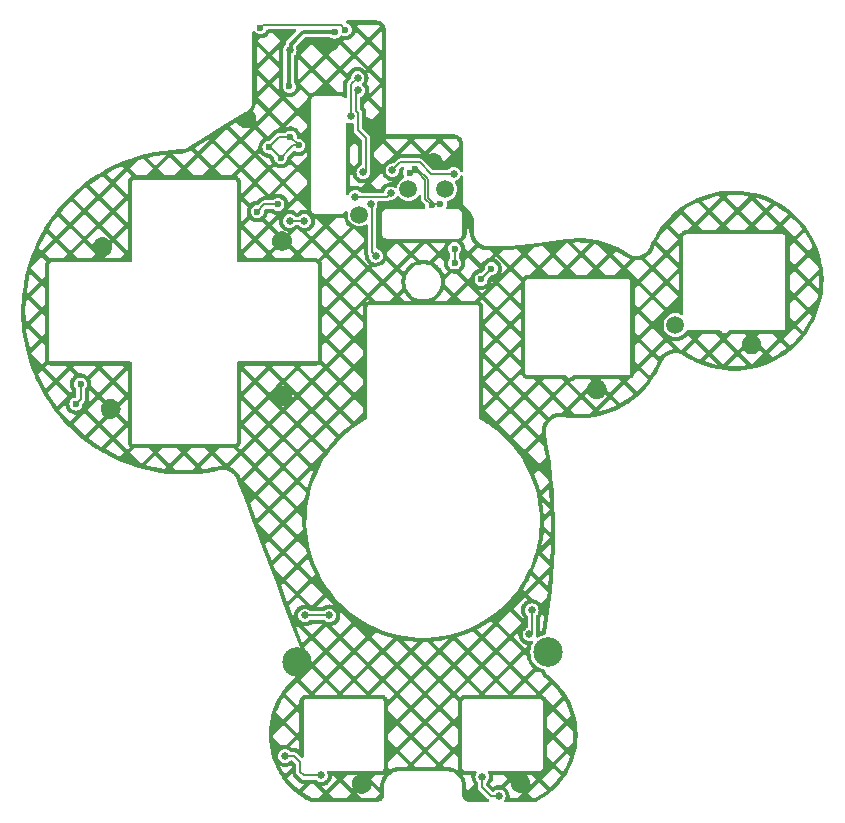
<source format=gbr>
%TF.GenerationSoftware,KiCad,Pcbnew,8.0.2*%
%TF.CreationDate,2024-11-22T12:12:35-08:00*%
%TF.ProjectId,retroglow_sp,72657472-6f67-46c6-9f77-5f73702e6b69,rev?*%
%TF.SameCoordinates,Original*%
%TF.FileFunction,Copper,L2,Bot*%
%TF.FilePolarity,Positive*%
%FSLAX46Y46*%
G04 Gerber Fmt 4.6, Leading zero omitted, Abs format (unit mm)*
G04 Created by KiCad (PCBNEW 8.0.2) date 2024-11-22 12:12:35*
%MOMM*%
%LPD*%
G01*
G04 APERTURE LIST*
%TA.AperFunction,ViaPad*%
%ADD10C,0.600000*%
%TD*%
%TA.AperFunction,ViaPad*%
%ADD11C,0.650000*%
%TD*%
%TA.AperFunction,ViaPad*%
%ADD12C,1.500000*%
%TD*%
%TA.AperFunction,ViaPad*%
%ADD13C,0.850000*%
%TD*%
%TA.AperFunction,ViaPad*%
%ADD14C,2.500000*%
%TD*%
%TA.AperFunction,Conductor*%
%ADD15C,0.200000*%
%TD*%
G04 APERTURE END LIST*
D10*
%TO.N,GND*%
X231899825Y-105011944D03*
D11*
X234499825Y-159061944D03*
D10*
X230099825Y-105861944D03*
X245809099Y-115667341D03*
X241999311Y-108016961D03*
D11*
X231449825Y-157411944D03*
D10*
X213749825Y-127611944D03*
D12*
X264507485Y-120925784D03*
D10*
X232599825Y-105711944D03*
D11*
X248149825Y-159161944D03*
D10*
X242499825Y-107711944D03*
X229099825Y-111311944D03*
X214149825Y-125911944D03*
X230849825Y-110711944D03*
X248062310Y-117044783D03*
X248920235Y-116151738D03*
X245809099Y-114453202D03*
D11*
X249549825Y-160811944D03*
D10*
X231099825Y-106761944D03*
X244606438Y-110701111D03*
D11*
X235199825Y-145511944D03*
D10*
X235655583Y-96123004D03*
D11*
X231849825Y-97661944D03*
D10*
X231820485Y-100721762D03*
X243883975Y-110802708D03*
D11*
X233149825Y-145511944D03*
%TO.N,+3.3V*%
X239601535Y-104163882D03*
X237949825Y-159761944D03*
X231199825Y-126911944D03*
X257849825Y-126361944D03*
X215999825Y-114311944D03*
X216699825Y-128011944D03*
D13*
X235217919Y-96949094D03*
D11*
X270949825Y-122561944D03*
X238299825Y-104161944D03*
X244012310Y-107213654D03*
X228149825Y-103411944D03*
D14*
X232486982Y-149490638D03*
D11*
X236999825Y-104211944D03*
X251399825Y-159711944D03*
X231199825Y-113811944D03*
%TO.N,R_IN*%
X238071375Y-107999287D03*
X237649825Y-101061944D03*
%TO.N,L_IN*%
X237049825Y-103261944D03*
X237599825Y-100005784D03*
%TO.N,BRGHT*%
X231849825Y-112111944D03*
X233099825Y-112111944D03*
D12*
X237757485Y-111565784D03*
D10*
%TO.N,RESET*%
X236549825Y-95911944D03*
X229372607Y-95753839D03*
D12*
%TO.N,R_OUT*%
X245037485Y-109415784D03*
D11*
X240549825Y-107811944D03*
X245749825Y-108111944D03*
D14*
%TO.N,SEL_OUT*%
X253730891Y-148618445D03*
D11*
X252349825Y-145061944D03*
X252149825Y-147111944D03*
X238699825Y-110661944D03*
X239149825Y-115061944D03*
D12*
%TO.N,L_OUT*%
X241907485Y-109415784D03*
D11*
X237399825Y-110061944D03*
X240399825Y-109761944D03*
%TD*%
D15*
%TO.N,GND*%
X235556697Y-96024118D02*
X235655583Y-96123004D01*
X231849825Y-97111944D02*
X232937651Y-96024118D01*
X232937651Y-96024118D02*
X235556697Y-96024118D01*
X231849825Y-97661944D02*
X231849825Y-97111944D01*
X232020691Y-97191647D02*
X232020691Y-97725969D01*
X232989568Y-96222770D02*
X232020691Y-97191647D01*
X235555817Y-96222770D02*
X232989568Y-96222770D01*
X235655583Y-96123004D02*
X235555817Y-96222770D01*
X248899825Y-160811944D02*
X249549825Y-160811944D01*
X243349825Y-110268558D02*
X243883975Y-110802708D01*
X248062310Y-117009663D02*
X248920235Y-116151738D01*
X231820485Y-100721762D02*
X231667840Y-100569117D01*
X243537168Y-108582867D02*
X243537168Y-110188341D01*
X231099825Y-106761944D02*
X230199825Y-105861944D01*
X232749825Y-158761944D02*
X233049825Y-159061944D01*
X232199825Y-157411944D02*
X232749825Y-157961944D01*
X229699825Y-110711944D02*
X230849825Y-110711944D01*
X230099825Y-105861944D02*
X230949825Y-105011944D01*
X243349825Y-108661944D02*
X243349825Y-110268558D01*
X244049938Y-110701111D02*
X244606438Y-110701111D01*
X231863508Y-97675627D02*
X231849825Y-97661944D01*
X230949825Y-105011944D02*
X231899825Y-105011944D01*
X232749825Y-157961944D02*
X232749825Y-158761944D01*
X248062310Y-117044783D02*
X248062310Y-117009663D01*
X231820485Y-100721762D02*
X231863508Y-100678739D01*
X229099825Y-111311944D02*
X229699825Y-110711944D01*
X245809099Y-115667341D02*
X245809099Y-114453202D01*
X214149825Y-127211944D02*
X214149825Y-125911944D01*
X248149825Y-159161944D02*
X248149825Y-160061944D01*
X248649825Y-160561944D02*
X248899825Y-160811944D01*
X232149825Y-105711944D02*
X231899825Y-105961944D01*
X233149825Y-145511944D02*
X235199825Y-145511944D01*
X248149825Y-160061944D02*
X248649825Y-160561944D01*
X230199825Y-105861944D02*
X230099825Y-105861944D01*
X243537168Y-110188341D02*
X244049938Y-110701111D01*
X232599825Y-105711944D02*
X232149825Y-105711944D01*
X231863508Y-100678739D02*
X231863508Y-97675627D01*
X231667840Y-97843929D02*
X231849825Y-97661944D01*
X231667840Y-100569117D02*
X231667840Y-97843929D01*
X242666245Y-107711944D02*
X243537168Y-108582867D01*
X231449825Y-157411944D02*
X232199825Y-157411944D01*
X213749825Y-127611944D02*
X214149825Y-127211944D01*
X231099825Y-106761944D02*
X231899825Y-105961944D01*
X242691729Y-108003848D02*
X243349825Y-108661944D01*
X242499825Y-107711944D02*
X242666245Y-107711944D01*
X242012424Y-108003848D02*
X242691729Y-108003848D01*
X232599825Y-105711944D02*
X231899825Y-105011944D01*
X241999311Y-108016961D02*
X242012424Y-108003848D01*
X233049825Y-159061944D02*
X234499825Y-159061944D01*
%TO.N,R_IN*%
X238299825Y-107770837D02*
X238299825Y-105061944D01*
X238299825Y-105061944D02*
X237649825Y-104411944D01*
X237649825Y-102961944D02*
X237449825Y-102761944D01*
X237649825Y-104411944D02*
X237649825Y-102961944D01*
X237449825Y-101261944D02*
X237649825Y-101061944D01*
X237449825Y-102761944D02*
X237449825Y-101261944D01*
X238071375Y-107999287D02*
X238299825Y-107770837D01*
%TO.N,L_IN*%
X237599825Y-100005784D02*
X237049825Y-100555784D01*
X237049825Y-100555784D02*
X237049825Y-103261944D01*
%TO.N,BRGHT*%
X231849825Y-112111944D02*
X233099825Y-112111944D01*
%TO.N,RESET*%
X236167042Y-95529161D02*
X236549825Y-95911944D01*
X229597285Y-95529161D02*
X236167042Y-95529161D01*
X229372607Y-95753839D02*
X229597285Y-95529161D01*
%TO.N,R_OUT*%
X241199825Y-107161944D02*
X242849825Y-107161944D01*
X240549825Y-107811944D02*
X241199825Y-107161944D01*
X243799825Y-108111944D02*
X245749825Y-108111944D01*
X242849825Y-107161944D02*
X243799825Y-108111944D01*
%TO.N,SEL_OUT*%
X238699825Y-110661944D02*
X238849825Y-110811944D01*
X238849825Y-110811944D02*
X238849825Y-112961944D01*
X238849825Y-112961944D02*
X238849825Y-114761944D01*
X252349825Y-146911944D02*
X252149825Y-147111944D01*
X238849825Y-114761944D02*
X239149825Y-115061944D01*
X252349825Y-145061944D02*
X252349825Y-146911944D01*
%TO.N,L_OUT*%
X240099825Y-110061944D02*
X240399825Y-109761944D01*
X237399825Y-110061944D02*
X240099825Y-110061944D01*
%TD*%
%TA.AperFunction,Conductor*%
%TO.N,+3.3V*%
G36*
X239238724Y-95135407D02*
G01*
X239366235Y-95147916D01*
X239389991Y-95152623D01*
X239506797Y-95187913D01*
X239529184Y-95197147D01*
X239636906Y-95254468D01*
X239657072Y-95267878D01*
X239751594Y-95345040D01*
X239768770Y-95362113D01*
X239846497Y-95456183D01*
X239860025Y-95476269D01*
X239917981Y-95583642D01*
X239927348Y-95605975D01*
X239963330Y-95722572D01*
X239968178Y-95746298D01*
X239981469Y-95873972D01*
X239982135Y-95886811D01*
X239982135Y-104587082D01*
X239998735Y-104627157D01*
X240020271Y-104679150D01*
X240090738Y-104749617D01*
X240182807Y-104787753D01*
X240282463Y-104787753D01*
X245769513Y-104787753D01*
X245781585Y-104788342D01*
X245908610Y-104800767D01*
X245932272Y-104805439D01*
X246048673Y-104840473D01*
X246070984Y-104849638D01*
X246178409Y-104906553D01*
X246198513Y-104919858D01*
X246292884Y-104996492D01*
X246310039Y-105013445D01*
X246315553Y-105020073D01*
X246387786Y-105106900D01*
X246401331Y-105126850D01*
X246421376Y-105163624D01*
X246459510Y-105233587D01*
X246468940Y-105255790D01*
X246505352Y-105371772D01*
X246510304Y-105395380D01*
X246516357Y-105450506D01*
X246521278Y-105495328D01*
X246524203Y-105521962D01*
X246524944Y-105535496D01*
X246524944Y-107856002D01*
X246505259Y-107923041D01*
X246452455Y-107968796D01*
X246383297Y-107978740D01*
X246319741Y-107949715D01*
X246286383Y-107903455D01*
X246252524Y-107821714D01*
X246252523Y-107821711D01*
X246160276Y-107701493D01*
X246040058Y-107609246D01*
X246040054Y-107609244D01*
X245900061Y-107551257D01*
X245900059Y-107551256D01*
X245749826Y-107531478D01*
X245749824Y-107531478D01*
X245599590Y-107551256D01*
X245599588Y-107551257D01*
X245459595Y-107609244D01*
X245459592Y-107609245D01*
X245459592Y-107609246D01*
X245388620Y-107663705D01*
X245339373Y-107701494D01*
X245330597Y-107712932D01*
X245274168Y-107754134D01*
X245232222Y-107761444D01*
X243996369Y-107761444D01*
X243929330Y-107741759D01*
X243908688Y-107725125D01*
X243065038Y-106881475D01*
X243065033Y-106881471D01*
X242985115Y-106835331D01*
X242985114Y-106835330D01*
X242985113Y-106835330D01*
X242895969Y-106811444D01*
X241245969Y-106811444D01*
X241153681Y-106811444D01*
X241064537Y-106835330D01*
X241064534Y-106835331D01*
X240984616Y-106881471D01*
X240984615Y-106881472D01*
X240667984Y-107198102D01*
X240606661Y-107231586D01*
X240564121Y-107233360D01*
X240549825Y-107231478D01*
X240549824Y-107231478D01*
X240549823Y-107231478D01*
X240399589Y-107251257D01*
X240399588Y-107251257D01*
X240259595Y-107309244D01*
X240259592Y-107309245D01*
X240259592Y-107309246D01*
X240139374Y-107401493D01*
X240052064Y-107515278D01*
X240047125Y-107521714D01*
X239989138Y-107661707D01*
X239989137Y-107661709D01*
X239969359Y-107811943D01*
X239969359Y-107811944D01*
X239989137Y-107962178D01*
X239989138Y-107962180D01*
X240046991Y-108101850D01*
X240047127Y-108102177D01*
X240139374Y-108222395D01*
X240259592Y-108314642D01*
X240399589Y-108372631D01*
X240433322Y-108377072D01*
X240549824Y-108392410D01*
X240549825Y-108392410D01*
X240549826Y-108392410D01*
X240604302Y-108385238D01*
X240700061Y-108372631D01*
X240840058Y-108314642D01*
X240960276Y-108222395D01*
X241052523Y-108102177D01*
X241110512Y-107962180D01*
X241130291Y-107811944D01*
X241128409Y-107797650D01*
X241139174Y-107728615D01*
X241163664Y-107693786D01*
X241308689Y-107548760D01*
X241370011Y-107515278D01*
X241396369Y-107512444D01*
X241441104Y-107512444D01*
X241508143Y-107532129D01*
X241553898Y-107584933D01*
X241563842Y-107654091D01*
X241539480Y-107711928D01*
X241529355Y-107725125D01*
X241518448Y-107739338D01*
X241462982Y-107873248D01*
X241462981Y-107873252D01*
X241459762Y-107897706D01*
X241444061Y-108016961D01*
X241461513Y-108149523D01*
X241462981Y-108160669D01*
X241462982Y-108160673D01*
X241518449Y-108294584D01*
X241518450Y-108294586D01*
X241535417Y-108316698D01*
X241560611Y-108381867D01*
X241546573Y-108450312D01*
X241497759Y-108500301D01*
X241495494Y-108501542D01*
X241348952Y-108579870D01*
X241348945Y-108579874D01*
X241196601Y-108704900D01*
X241071575Y-108857244D01*
X241071571Y-108857251D01*
X240978671Y-109031055D01*
X240920032Y-109224358D01*
X240881734Y-109282797D01*
X240817922Y-109311253D01*
X240748855Y-109300692D01*
X240725890Y-109286741D01*
X240690058Y-109259246D01*
X240690054Y-109259244D01*
X240550061Y-109201257D01*
X240550059Y-109201256D01*
X240399826Y-109181478D01*
X240399824Y-109181478D01*
X240249590Y-109201256D01*
X240249588Y-109201257D01*
X240109595Y-109259244D01*
X240109592Y-109259245D01*
X240109592Y-109259246D01*
X240055579Y-109300692D01*
X239989374Y-109351493D01*
X239897125Y-109471714D01*
X239839138Y-109611707D01*
X239837039Y-109619542D01*
X239800672Y-109679201D01*
X239737824Y-109709728D01*
X239717265Y-109711444D01*
X237917428Y-109711444D01*
X237850389Y-109691759D01*
X237819053Y-109662932D01*
X237817884Y-109661408D01*
X237810276Y-109651493D01*
X237690058Y-109559246D01*
X237690054Y-109559244D01*
X237550061Y-109501257D01*
X237550059Y-109501256D01*
X237399826Y-109481478D01*
X237399824Y-109481478D01*
X237249590Y-109501256D01*
X237249588Y-109501257D01*
X237109595Y-109559244D01*
X237109592Y-109559245D01*
X237109592Y-109559246D01*
X236989374Y-109651493D01*
X236944689Y-109709728D01*
X236897125Y-109771714D01*
X236866546Y-109845539D01*
X236822705Y-109899942D01*
X236756411Y-109922007D01*
X236688711Y-109904728D01*
X236641101Y-109853590D01*
X236627985Y-109798086D01*
X236627985Y-108254705D01*
X236975985Y-108254705D01*
X236975985Y-109237915D01*
X237126948Y-109175384D01*
X237134553Y-109172522D01*
X237140753Y-109170418D01*
X237148505Y-109168067D01*
X237170530Y-109162165D01*
X237178442Y-109160320D01*
X237184864Y-109159043D01*
X237192862Y-109157723D01*
X237365705Y-109134967D01*
X237373785Y-109134171D01*
X237380318Y-109133743D01*
X237388424Y-109133478D01*
X237411226Y-109133478D01*
X237419332Y-109133743D01*
X237425865Y-109134171D01*
X237433945Y-109134967D01*
X237606788Y-109157723D01*
X237614786Y-109159043D01*
X237621208Y-109160320D01*
X237629120Y-109162165D01*
X237651145Y-109168067D01*
X237658897Y-109170418D01*
X237665097Y-109172522D01*
X237672702Y-109175384D01*
X237833766Y-109242099D01*
X237841161Y-109245450D01*
X237847035Y-109248347D01*
X237854191Y-109252172D01*
X237873938Y-109263574D01*
X237877141Y-109265566D01*
X238233266Y-108909441D01*
X238105495Y-108926264D01*
X238097415Y-108927060D01*
X238090882Y-108927488D01*
X238082776Y-108927753D01*
X238059974Y-108927753D01*
X238051868Y-108927488D01*
X238045335Y-108927060D01*
X238037255Y-108926264D01*
X237864412Y-108903508D01*
X237856414Y-108902188D01*
X237849992Y-108900911D01*
X237842080Y-108899066D01*
X237820055Y-108893164D01*
X237812303Y-108890813D01*
X237806103Y-108888709D01*
X237798498Y-108885847D01*
X237756138Y-108868301D01*
X238766553Y-108868301D01*
X239261696Y-109363444D01*
X239565300Y-109363444D01*
X239579980Y-109328003D01*
X239583331Y-109320608D01*
X239586228Y-109314734D01*
X239590053Y-109307578D01*
X239601455Y-109287831D01*
X239605730Y-109280956D01*
X239609366Y-109275513D01*
X239614101Y-109268905D01*
X239720229Y-109130598D01*
X239725381Y-109124321D01*
X239729698Y-109119399D01*
X239735240Y-109113482D01*
X239751363Y-109097359D01*
X239757280Y-109091817D01*
X239762202Y-109087500D01*
X239768479Y-109082348D01*
X239906786Y-108976220D01*
X239913394Y-108971485D01*
X239918837Y-108967849D01*
X239925712Y-108963574D01*
X239945459Y-108952172D01*
X239952615Y-108948347D01*
X239958489Y-108945450D01*
X239965884Y-108942099D01*
X240126948Y-108875384D01*
X240134553Y-108872522D01*
X240140753Y-108870418D01*
X240148505Y-108868067D01*
X240170530Y-108862165D01*
X240178442Y-108860320D01*
X240184864Y-108859043D01*
X240192862Y-108857723D01*
X240365705Y-108834967D01*
X240373785Y-108834171D01*
X240380318Y-108833743D01*
X240388424Y-108833478D01*
X240411226Y-108833478D01*
X240419332Y-108833743D01*
X240425865Y-108834171D01*
X240433945Y-108834967D01*
X240606788Y-108857723D01*
X240614786Y-108859043D01*
X240621208Y-108860320D01*
X240629120Y-108862165D01*
X240651145Y-108868067D01*
X240658897Y-108870418D01*
X240665097Y-108872522D01*
X240668193Y-108873687D01*
X240673684Y-108863414D01*
X240550680Y-108740410D01*
X240538424Y-108740410D01*
X240530318Y-108740145D01*
X240523785Y-108739717D01*
X240515705Y-108738921D01*
X240342862Y-108716165D01*
X240334864Y-108714845D01*
X240328442Y-108713568D01*
X240320530Y-108711723D01*
X240298505Y-108705821D01*
X240290753Y-108703470D01*
X240284553Y-108701366D01*
X240276948Y-108698504D01*
X240115884Y-108631789D01*
X240108489Y-108628438D01*
X240102615Y-108625541D01*
X240095459Y-108621716D01*
X240075712Y-108610314D01*
X240068837Y-108606039D01*
X240063394Y-108602403D01*
X240056786Y-108597668D01*
X239918479Y-108491540D01*
X239912202Y-108486388D01*
X239907280Y-108482071D01*
X239901363Y-108476529D01*
X239885240Y-108460406D01*
X239879698Y-108454489D01*
X239875381Y-108449567D01*
X239870229Y-108443290D01*
X239764101Y-108304983D01*
X239759366Y-108298375D01*
X239755730Y-108292932D01*
X239751455Y-108286057D01*
X239740053Y-108266310D01*
X239736228Y-108259154D01*
X239733331Y-108253280D01*
X239729980Y-108245885D01*
X239663265Y-108084821D01*
X239660403Y-108077216D01*
X239658299Y-108071016D01*
X239655948Y-108063264D01*
X239650046Y-108041239D01*
X239648201Y-108033327D01*
X239646924Y-108026905D01*
X239645604Y-108018907D01*
X239642153Y-107992700D01*
X238766553Y-108868301D01*
X237756138Y-108868301D01*
X237637434Y-108819132D01*
X237630039Y-108815781D01*
X237624165Y-108812884D01*
X237617009Y-108809059D01*
X237597262Y-108797657D01*
X237590387Y-108793382D01*
X237584944Y-108789746D01*
X237578336Y-108785011D01*
X237440029Y-108678883D01*
X237433752Y-108673731D01*
X237428830Y-108669414D01*
X237422913Y-108663872D01*
X237406790Y-108647749D01*
X237401248Y-108641832D01*
X237396931Y-108636910D01*
X237391779Y-108630633D01*
X237285651Y-108492326D01*
X237280916Y-108485718D01*
X237277280Y-108480275D01*
X237273005Y-108473400D01*
X237261603Y-108453653D01*
X237257778Y-108446497D01*
X237254881Y-108440623D01*
X237251530Y-108433228D01*
X237184815Y-108272164D01*
X237181953Y-108264559D01*
X237179849Y-108258359D01*
X237177498Y-108250607D01*
X237171596Y-108228582D01*
X237169751Y-108220670D01*
X237168474Y-108214248D01*
X237167154Y-108206250D01*
X237150550Y-108080139D01*
X236975985Y-108254705D01*
X236627985Y-108254705D01*
X236627985Y-105850543D01*
X236975985Y-105850543D01*
X236975985Y-107077733D01*
X237318399Y-107420147D01*
X237601325Y-107137221D01*
X237601325Y-105791055D01*
X237318399Y-105508129D01*
X236975985Y-105850543D01*
X236627985Y-105850543D01*
X236627985Y-103895707D01*
X236647670Y-103828668D01*
X236700474Y-103782913D01*
X236769632Y-103772969D01*
X236799431Y-103781144D01*
X236899589Y-103822631D01*
X236974707Y-103832520D01*
X237049824Y-103842410D01*
X237049825Y-103842410D01*
X237159140Y-103828018D01*
X237228175Y-103838783D01*
X237280430Y-103885163D01*
X237299325Y-103950957D01*
X237299325Y-104458088D01*
X237307186Y-104487425D01*
X237323211Y-104547233D01*
X237323212Y-104547234D01*
X237369352Y-104627152D01*
X237369356Y-104627157D01*
X237913006Y-105170807D01*
X237946491Y-105232130D01*
X237949325Y-105258488D01*
X237949325Y-107344070D01*
X237929640Y-107411109D01*
X237876836Y-107456864D01*
X237872779Y-107458631D01*
X237781144Y-107496588D01*
X237781142Y-107496589D01*
X237660924Y-107588836D01*
X237602536Y-107664929D01*
X237568675Y-107709057D01*
X237510688Y-107849050D01*
X237510687Y-107849052D01*
X237490909Y-107999286D01*
X237490909Y-107999287D01*
X237510687Y-108149521D01*
X237510688Y-108149523D01*
X237567242Y-108286057D01*
X237568677Y-108289520D01*
X237660924Y-108409738D01*
X237781142Y-108501985D01*
X237921139Y-108559974D01*
X237996257Y-108569863D01*
X238071374Y-108579753D01*
X238071375Y-108579753D01*
X238071376Y-108579753D01*
X238121453Y-108573160D01*
X238221611Y-108559974D01*
X238361608Y-108501985D01*
X238481826Y-108409738D01*
X238574073Y-108289520D01*
X238632062Y-108149523D01*
X238651841Y-107999287D01*
X238638467Y-107897705D01*
X238641631Y-107849426D01*
X238641731Y-107849052D01*
X238650325Y-107816981D01*
X238650325Y-106232366D01*
X238998325Y-106232366D01*
X238998325Y-106695910D01*
X239715463Y-107413048D01*
X239729980Y-107378002D01*
X239733331Y-107370608D01*
X239736228Y-107364734D01*
X239740053Y-107357578D01*
X239751455Y-107337831D01*
X239755730Y-107330956D01*
X239759366Y-107325513D01*
X239764101Y-107318905D01*
X239870229Y-107180598D01*
X239875381Y-107174321D01*
X239879698Y-107169399D01*
X239885240Y-107163482D01*
X239901363Y-107147359D01*
X239907280Y-107141817D01*
X239912202Y-107137500D01*
X239918479Y-107132348D01*
X240056786Y-107026220D01*
X240063394Y-107021485D01*
X240068837Y-107017849D01*
X240075712Y-107013574D01*
X240095459Y-107002172D01*
X240102615Y-106998347D01*
X240108489Y-106995450D01*
X240115883Y-106992099D01*
X240175164Y-106967543D01*
X240678570Y-106464137D01*
X240677877Y-106463444D01*
X241171410Y-106463444D01*
X242907370Y-106463444D01*
X242915475Y-106463709D01*
X242922009Y-106464137D01*
X242930092Y-106464933D01*
X242952700Y-106467910D01*
X242960703Y-106469232D01*
X242967123Y-106470509D01*
X242975026Y-106472351D01*
X243053494Y-106493376D01*
X243082732Y-106464138D01*
X243574879Y-106464138D01*
X243598891Y-106488150D01*
X243700878Y-106434624D01*
X243728828Y-106424024D01*
X243896361Y-106382731D01*
X243926036Y-106379128D01*
X244098584Y-106379128D01*
X244128259Y-106382731D01*
X244295792Y-106424024D01*
X244323742Y-106434624D01*
X244476525Y-106514810D01*
X244501127Y-106531792D01*
X244630280Y-106646212D01*
X244650103Y-106668587D01*
X244748121Y-106810591D01*
X244762013Y-106837060D01*
X244823199Y-106998394D01*
X244830353Y-107027419D01*
X244840450Y-107110583D01*
X245486896Y-106464137D01*
X244530888Y-105508129D01*
X243574879Y-106464138D01*
X243082732Y-106464138D01*
X243082733Y-106464137D01*
X242126725Y-105508129D01*
X241171410Y-106463444D01*
X240677877Y-106463444D01*
X239722562Y-105508129D01*
X238998325Y-106232366D01*
X238650325Y-106232366D01*
X238650325Y-105262056D01*
X239968633Y-105262056D01*
X240924643Y-106218065D01*
X241880651Y-105262056D01*
X242372797Y-105262056D01*
X243328806Y-106218065D01*
X244284813Y-105262057D01*
X244776961Y-105262057D01*
X245732969Y-106218065D01*
X246176944Y-105774090D01*
X246176944Y-105547759D01*
X246166771Y-105455122D01*
X246143474Y-105380912D01*
X246106251Y-105312622D01*
X246056514Y-105252836D01*
X245996138Y-105203807D01*
X245927413Y-105167397D01*
X245852940Y-105144982D01*
X245758585Y-105135753D01*
X244903265Y-105135753D01*
X244776961Y-105262057D01*
X244284813Y-105262057D01*
X244284814Y-105262056D01*
X244158511Y-105135753D01*
X242499101Y-105135753D01*
X242372797Y-105262056D01*
X241880651Y-105262056D01*
X241754348Y-105135753D01*
X240165681Y-105135753D01*
X240153526Y-105135156D01*
X240143749Y-105134193D01*
X240131713Y-105132407D01*
X240103829Y-105126860D01*
X239968633Y-105262056D01*
X238650325Y-105262056D01*
X238650325Y-105015800D01*
X238626439Y-104926656D01*
X238618106Y-104912223D01*
X238580295Y-104846732D01*
X238036644Y-104303081D01*
X238003159Y-104241758D01*
X238000325Y-104215400D01*
X238000325Y-102915802D01*
X238000325Y-102915800D01*
X237976439Y-102826656D01*
X237965719Y-102808088D01*
X237930295Y-102746732D01*
X237836644Y-102653081D01*
X237803159Y-102591758D01*
X237800325Y-102565400D01*
X237800325Y-102274040D01*
X238148325Y-102274040D01*
X238148325Y-102472615D01*
X238184430Y-102508721D01*
X238189971Y-102514638D01*
X238194288Y-102519560D01*
X238199439Y-102525835D01*
X238213320Y-102543924D01*
X238218059Y-102550538D01*
X238221696Y-102555983D01*
X238225969Y-102562856D01*
X238267095Y-102634086D01*
X238267097Y-102634090D01*
X238283518Y-102662533D01*
X238287340Y-102669683D01*
X238290236Y-102675555D01*
X238293589Y-102682954D01*
X238302314Y-102704020D01*
X238305172Y-102711615D01*
X238307276Y-102717814D01*
X238309630Y-102725574D01*
X238339418Y-102836743D01*
X238341260Y-102844646D01*
X238342537Y-102851066D01*
X238343859Y-102859069D01*
X238346836Y-102881677D01*
X238347632Y-102889760D01*
X238348060Y-102896294D01*
X238348325Y-102904399D01*
X238348325Y-103327418D01*
X238386099Y-103327418D01*
X238415774Y-103331021D01*
X238583307Y-103372314D01*
X238611257Y-103382914D01*
X238764040Y-103463100D01*
X238788642Y-103480082D01*
X238823456Y-103510925D01*
X239476488Y-102857893D01*
X238520480Y-101901885D01*
X238148325Y-102274040D01*
X237800325Y-102274040D01*
X237800325Y-101705375D01*
X237814878Y-101655812D01*
X238766553Y-101655812D01*
X239634135Y-102523394D01*
X239634135Y-100788230D01*
X238766553Y-101655812D01*
X237814878Y-101655812D01*
X237820010Y-101638336D01*
X237872814Y-101592581D01*
X237876873Y-101590814D01*
X237936801Y-101565991D01*
X237940058Y-101564642D01*
X238060276Y-101472395D01*
X238152523Y-101352177D01*
X238210512Y-101212180D01*
X238230291Y-101061944D01*
X238210512Y-100911708D01*
X238152523Y-100771711D01*
X238060276Y-100651493D01*
X238010181Y-100613053D01*
X237968981Y-100556628D01*
X237965684Y-100501284D01*
X238383661Y-100501284D01*
X238435549Y-100568905D01*
X238440284Y-100575513D01*
X238443920Y-100580956D01*
X238448195Y-100587831D01*
X238459597Y-100607578D01*
X238463422Y-100614734D01*
X238466319Y-100620608D01*
X238469670Y-100628003D01*
X238536385Y-100789067D01*
X238539247Y-100796672D01*
X238541351Y-100802872D01*
X238543702Y-100810624D01*
X238549604Y-100832649D01*
X238551449Y-100840561D01*
X238552726Y-100846983D01*
X238554046Y-100854981D01*
X238576802Y-101027824D01*
X238577598Y-101035904D01*
X238578026Y-101042437D01*
X238578291Y-101050543D01*
X238578291Y-101073345D01*
X238578026Y-101081451D01*
X238577598Y-101087984D01*
X238576802Y-101096064D01*
X238554046Y-101268907D01*
X238552726Y-101276905D01*
X238551449Y-101283327D01*
X238549604Y-101291239D01*
X238543702Y-101313264D01*
X238541351Y-101321016D01*
X238539247Y-101327216D01*
X238536385Y-101334821D01*
X238509783Y-101399042D01*
X238520480Y-101409739D01*
X239476488Y-100453730D01*
X238520479Y-99497721D01*
X238427486Y-99590714D01*
X238486385Y-99732907D01*
X238489247Y-99740512D01*
X238491351Y-99746712D01*
X238493702Y-99754464D01*
X238499604Y-99776489D01*
X238501449Y-99784401D01*
X238502726Y-99790823D01*
X238504046Y-99798821D01*
X238526802Y-99971664D01*
X238527598Y-99979744D01*
X238528026Y-99986277D01*
X238528291Y-99994383D01*
X238528291Y-100017185D01*
X238528026Y-100025291D01*
X238527598Y-100031824D01*
X238526802Y-100039904D01*
X238504046Y-100212747D01*
X238502726Y-100220745D01*
X238501449Y-100227167D01*
X238499604Y-100235079D01*
X238493702Y-100257104D01*
X238491351Y-100264856D01*
X238489247Y-100271056D01*
X238486385Y-100278661D01*
X238419670Y-100439725D01*
X238416319Y-100447120D01*
X238413422Y-100452994D01*
X238409597Y-100460150D01*
X238398195Y-100479897D01*
X238393920Y-100486772D01*
X238390284Y-100492215D01*
X238385549Y-100498824D01*
X238383661Y-100501284D01*
X237965684Y-100501284D01*
X237964826Y-100486881D01*
X237999039Y-100425961D01*
X238010181Y-100416307D01*
X238010276Y-100416235D01*
X238102523Y-100296017D01*
X238160512Y-100156020D01*
X238180291Y-100005784D01*
X238160512Y-99855548D01*
X238102523Y-99715551D01*
X238010276Y-99595333D01*
X237890058Y-99503086D01*
X237890054Y-99503084D01*
X237750061Y-99445097D01*
X237750059Y-99445096D01*
X237599826Y-99425318D01*
X237599824Y-99425318D01*
X237449590Y-99445096D01*
X237449588Y-99445097D01*
X237309595Y-99503084D01*
X237309592Y-99503085D01*
X237309592Y-99503086D01*
X237246605Y-99551418D01*
X237189374Y-99595333D01*
X237097125Y-99715554D01*
X237039138Y-99855547D01*
X237039138Y-99855548D01*
X237019359Y-100005782D01*
X237021241Y-100020080D01*
X237010473Y-100089115D01*
X236985983Y-100123943D01*
X236769353Y-100340574D01*
X236769352Y-100340575D01*
X236738675Y-100393711D01*
X236738675Y-100393712D01*
X236723211Y-100420494D01*
X236699325Y-100509640D01*
X236699325Y-101565991D01*
X236679640Y-101633030D01*
X236626836Y-101678785D01*
X236557678Y-101688729D01*
X236494122Y-101659704D01*
X236487634Y-101653662D01*
X236483639Y-101649666D01*
X236450864Y-101623523D01*
X236395456Y-101579327D01*
X236293834Y-101530381D01*
X236293832Y-101530380D01*
X236183868Y-101505283D01*
X236183867Y-101505283D01*
X236127470Y-101505284D01*
X234124045Y-101505284D01*
X234071164Y-101505268D01*
X233961167Y-101530347D01*
X233859521Y-101579279D01*
X233771319Y-101649610D01*
X233771314Y-101649615D01*
X233700981Y-101737816D01*
X233652046Y-101839467D01*
X233626968Y-101949462D01*
X233626985Y-102005700D01*
X233626985Y-110950919D01*
X233626968Y-110951115D01*
X233626969Y-110954428D01*
X233626900Y-110954663D01*
X233626933Y-111062257D01*
X233652059Y-111172197D01*
X233652060Y-111172198D01*
X233701014Y-111273795D01*
X233720600Y-111298347D01*
X233771340Y-111361952D01*
X233771343Y-111361955D01*
X233859523Y-111432260D01*
X233961133Y-111481186D01*
X234071082Y-111506282D01*
X234071087Y-111506282D01*
X234071100Y-111506284D01*
X234127470Y-111506284D01*
X234171640Y-111506286D01*
X234171641Y-111506285D01*
X234183450Y-111506286D01*
X234183483Y-111506284D01*
X236072424Y-111506284D01*
X236072639Y-111506302D01*
X236083398Y-111506298D01*
X236083400Y-111506299D01*
X236113392Y-111506288D01*
X236127570Y-111506284D01*
X236127570Y-111506285D01*
X236130854Y-111506284D01*
X236130889Y-111506284D01*
X236183808Y-111506284D01*
X236183948Y-111506268D01*
X236195147Y-111503709D01*
X236293871Y-111481151D01*
X236395454Y-111432213D01*
X236483607Y-111361906D01*
X236551442Y-111276851D01*
X236608632Y-111236715D01*
X236678444Y-111233868D01*
X236738712Y-111269217D01*
X236770302Y-111331538D01*
X236771788Y-111366323D01*
X236752144Y-111565783D01*
X236771460Y-111761913D01*
X236771461Y-111761916D01*
X236820492Y-111923550D01*
X236828673Y-111950517D01*
X236921571Y-112124316D01*
X236921575Y-112124323D01*
X237046601Y-112276667D01*
X237198945Y-112401693D01*
X237198952Y-112401697D01*
X237372751Y-112494595D01*
X237372754Y-112494595D01*
X237372758Y-112494598D01*
X237561353Y-112551808D01*
X237757485Y-112571125D01*
X237953617Y-112551808D01*
X238142212Y-112494598D01*
X238202368Y-112462444D01*
X238316872Y-112401241D01*
X238385275Y-112386999D01*
X238450518Y-112411999D01*
X238491889Y-112468304D01*
X238499325Y-112510599D01*
X238499325Y-114808087D01*
X238512884Y-114858693D01*
X238523210Y-114897229D01*
X238523211Y-114897232D01*
X238557402Y-114956453D01*
X238573874Y-115024353D01*
X238572954Y-115034634D01*
X238569437Y-115061356D01*
X238569359Y-115061945D01*
X238589138Y-115212179D01*
X238589138Y-115212180D01*
X238636787Y-115327216D01*
X238647127Y-115352177D01*
X238739374Y-115472395D01*
X238859592Y-115564642D01*
X238999589Y-115622631D01*
X239052205Y-115629558D01*
X239149824Y-115642410D01*
X239149825Y-115642410D01*
X239149826Y-115642410D01*
X239199903Y-115635817D01*
X239300061Y-115622631D01*
X239440058Y-115564642D01*
X239560276Y-115472395D01*
X239652523Y-115352177D01*
X239710512Y-115212180D01*
X239730291Y-115061944D01*
X239729564Y-115056425D01*
X239710512Y-114911709D01*
X239710512Y-114911708D01*
X239666422Y-114805265D01*
X240042076Y-114805265D01*
X240043702Y-114810624D01*
X240049604Y-114832649D01*
X240051449Y-114840561D01*
X240052726Y-114846983D01*
X240054046Y-114854982D01*
X240070592Y-114980667D01*
X240924643Y-115834718D01*
X241880652Y-114878709D01*
X242372797Y-114878709D01*
X242917793Y-115423705D01*
X242977970Y-115413665D01*
X242983021Y-115412929D01*
X242987123Y-115412417D01*
X242992245Y-115411885D01*
X243006587Y-115410697D01*
X243011694Y-115410380D01*
X243015825Y-115410209D01*
X243020954Y-115410103D01*
X243284016Y-115410103D01*
X243289145Y-115410209D01*
X243293276Y-115410380D01*
X243298383Y-115410697D01*
X243312725Y-115411885D01*
X243317847Y-115412417D01*
X243321949Y-115412929D01*
X243327000Y-115413665D01*
X243586474Y-115456962D01*
X243591507Y-115457909D01*
X243595552Y-115458757D01*
X243600549Y-115459913D01*
X243614501Y-115463446D01*
X243619440Y-115464806D01*
X243623404Y-115465986D01*
X243628288Y-115467550D01*
X243678675Y-115484847D01*
X244284814Y-114878708D01*
X243360390Y-113954284D01*
X243852536Y-113954284D01*
X244530887Y-114632635D01*
X244710320Y-114453202D01*
X245253849Y-114453202D01*
X245270057Y-114576315D01*
X245272769Y-114596910D01*
X245272770Y-114596914D01*
X245328237Y-114730825D01*
X245328238Y-114730827D01*
X245416479Y-114845825D01*
X245422225Y-114851571D01*
X245419673Y-114854122D01*
X245451190Y-114897075D01*
X245458599Y-114939294D01*
X245458599Y-115181249D01*
X245438914Y-115248288D01*
X245421012Y-115267753D01*
X245422228Y-115268969D01*
X245416483Y-115274713D01*
X245328236Y-115389718D01*
X245272770Y-115523628D01*
X245272769Y-115523632D01*
X245253849Y-115667341D01*
X245272098Y-115805957D01*
X245272769Y-115811049D01*
X245272770Y-115811053D01*
X245328236Y-115944963D01*
X245328237Y-115944965D01*
X245328238Y-115944966D01*
X245416478Y-116059962D01*
X245531474Y-116148202D01*
X245531475Y-116148202D01*
X245531476Y-116148203D01*
X245559634Y-116159866D01*
X245665390Y-116203671D01*
X245792379Y-116220389D01*
X245809098Y-116222591D01*
X245809099Y-116222591D01*
X245809100Y-116222591D01*
X245824076Y-116220619D01*
X245952808Y-116203671D01*
X246086724Y-116148202D01*
X246201720Y-116059962D01*
X246289960Y-115944966D01*
X246345429Y-115811050D01*
X246364349Y-115667341D01*
X246345429Y-115523632D01*
X246305725Y-115427777D01*
X246289961Y-115389718D01*
X246289960Y-115389717D01*
X246289960Y-115389716D01*
X246201720Y-115274720D01*
X246201718Y-115274718D01*
X246201714Y-115274713D01*
X246195970Y-115268969D01*
X246198486Y-115266452D01*
X246166896Y-115223158D01*
X246159599Y-115181249D01*
X246159599Y-114939294D01*
X246177389Y-114878708D01*
X247181123Y-114878708D01*
X248096041Y-115793626D01*
X248122227Y-115730408D01*
X248125574Y-115723020D01*
X248128470Y-115717147D01*
X248132296Y-115709989D01*
X248143697Y-115690241D01*
X248147987Y-115683343D01*
X248151625Y-115677899D01*
X248156347Y-115671308D01*
X248258468Y-115538222D01*
X248263621Y-115531945D01*
X248267938Y-115527023D01*
X248273480Y-115521106D01*
X248289603Y-115504983D01*
X248295520Y-115499441D01*
X248300442Y-115495124D01*
X248306719Y-115489971D01*
X248439805Y-115387850D01*
X248446396Y-115383128D01*
X248451840Y-115379490D01*
X248458738Y-115375200D01*
X248478486Y-115363799D01*
X248485644Y-115359973D01*
X248491517Y-115357077D01*
X248498905Y-115353730D01*
X248653887Y-115289535D01*
X248661485Y-115286675D01*
X248662728Y-115286253D01*
X249177741Y-115286253D01*
X249178985Y-115286675D01*
X249186583Y-115289535D01*
X249341565Y-115353730D01*
X249348953Y-115357077D01*
X249354826Y-115359973D01*
X249361984Y-115363799D01*
X249381732Y-115375200D01*
X249388630Y-115379490D01*
X249394074Y-115383128D01*
X249400665Y-115387850D01*
X249533751Y-115489971D01*
X249540028Y-115495124D01*
X249544950Y-115499441D01*
X249550867Y-115504983D01*
X249566990Y-115521106D01*
X249572532Y-115527023D01*
X249576849Y-115531945D01*
X249582002Y-115538222D01*
X249684123Y-115671308D01*
X249688845Y-115677899D01*
X249692483Y-115683343D01*
X249696773Y-115690241D01*
X249708174Y-115709989D01*
X249712000Y-115717147D01*
X249714896Y-115723020D01*
X249718243Y-115730408D01*
X249782438Y-115885390D01*
X249785298Y-115892988D01*
X249787402Y-115899187D01*
X249789755Y-115906945D01*
X249795657Y-115928970D01*
X249797501Y-115936879D01*
X249798778Y-115943300D01*
X249800099Y-115951301D01*
X249821996Y-116117617D01*
X249822792Y-116125697D01*
X249823220Y-116132230D01*
X249823485Y-116140336D01*
X249823485Y-116163140D01*
X249823220Y-116171246D01*
X249822792Y-116177779D01*
X249821996Y-116185859D01*
X249800099Y-116352175D01*
X249798778Y-116360176D01*
X249797501Y-116366597D01*
X249795657Y-116374506D01*
X249789755Y-116396531D01*
X249787402Y-116404289D01*
X249785298Y-116410488D01*
X249782438Y-116418086D01*
X249718243Y-116573068D01*
X249714896Y-116580456D01*
X249712000Y-116586329D01*
X249708174Y-116593487D01*
X249696773Y-116613235D01*
X249692483Y-116620133D01*
X249688845Y-116625577D01*
X249684123Y-116632168D01*
X249582002Y-116765254D01*
X249576849Y-116771531D01*
X249572532Y-116776453D01*
X249566990Y-116782370D01*
X249550867Y-116798493D01*
X249544950Y-116804035D01*
X249540028Y-116808352D01*
X249533751Y-116813505D01*
X249400665Y-116915626D01*
X249394074Y-116920348D01*
X249388630Y-116923986D01*
X249381732Y-116928276D01*
X249361984Y-116939677D01*
X249354826Y-116943503D01*
X249348953Y-116946399D01*
X249341565Y-116949746D01*
X249278346Y-116975931D01*
X249339214Y-117036799D01*
X250295223Y-116080790D01*
X250787368Y-116080790D01*
X251581720Y-116875142D01*
X251671625Y-116785238D01*
X251680634Y-116777072D01*
X251688229Y-116770838D01*
X251698013Y-116763581D01*
X251726492Y-116744553D01*
X251736922Y-116738301D01*
X251745587Y-116733669D01*
X251756592Y-116728464D01*
X251880305Y-116677220D01*
X251891767Y-116673119D01*
X251901170Y-116670267D01*
X251912970Y-116667312D01*
X251946563Y-116660630D01*
X251958599Y-116658844D01*
X251968376Y-116657881D01*
X251980531Y-116657284D01*
X252122892Y-116657284D01*
X252699386Y-116080790D01*
X253191531Y-116080790D01*
X253768025Y-116657284D01*
X254527055Y-116657284D01*
X255103549Y-116080790D01*
X255595694Y-116080790D01*
X256172188Y-116657284D01*
X256931218Y-116657284D01*
X257507712Y-116080790D01*
X257999857Y-116080790D01*
X258576351Y-116657284D01*
X259335381Y-116657284D01*
X259911875Y-116080790D01*
X259911874Y-116080789D01*
X260404019Y-116080789D01*
X261360029Y-117036799D01*
X262316038Y-116080790D01*
X262808183Y-116080790D01*
X263764192Y-117036799D01*
X264720201Y-116080790D01*
X263764192Y-115124781D01*
X262808183Y-116080790D01*
X262316038Y-116080790D01*
X261598559Y-115363311D01*
X261431569Y-115398405D01*
X261426736Y-115399321D01*
X261422826Y-115399982D01*
X261417967Y-115400705D01*
X261404268Y-115402466D01*
X261399360Y-115402998D01*
X261395406Y-115403347D01*
X261390511Y-115403681D01*
X261178126Y-115413982D01*
X261173213Y-115414123D01*
X261169246Y-115414158D01*
X261164318Y-115414104D01*
X261150513Y-115413677D01*
X261145597Y-115413427D01*
X261141639Y-115413147D01*
X261136748Y-115412703D01*
X261078547Y-115406261D01*
X260404019Y-116080789D01*
X259911874Y-116080789D01*
X258955866Y-115124781D01*
X257999857Y-116080790D01*
X257507712Y-116080790D01*
X256551703Y-115124781D01*
X255595694Y-116080790D01*
X255103549Y-116080790D01*
X254147540Y-115124781D01*
X253191531Y-116080790D01*
X252699386Y-116080790D01*
X251743377Y-115124781D01*
X250787368Y-116080790D01*
X250295223Y-116080790D01*
X249339214Y-115124781D01*
X249177741Y-115286253D01*
X248662728Y-115286253D01*
X248667684Y-115284571D01*
X248675442Y-115282218D01*
X248694825Y-115277023D01*
X249093139Y-114878709D01*
X249585286Y-114878709D01*
X250541295Y-115834717D01*
X251497304Y-114878709D01*
X251497303Y-114878708D01*
X251989449Y-114878708D01*
X252945458Y-115834717D01*
X253901467Y-114878709D01*
X253901466Y-114878708D01*
X254393612Y-114878708D01*
X255349621Y-115834717D01*
X256305630Y-114878708D01*
X256797775Y-114878708D01*
X257753784Y-115834717D01*
X258709793Y-114878709D01*
X258709792Y-114878708D01*
X259201938Y-114878708D01*
X260157947Y-115834717D01*
X260670509Y-115322155D01*
X260666613Y-115320829D01*
X260653631Y-115316116D01*
X260649033Y-115314342D01*
X260645358Y-115312840D01*
X260640850Y-115310893D01*
X260456016Y-115226661D01*
X261954054Y-115226661D01*
X262562111Y-115834718D01*
X263518120Y-114878709D01*
X264010265Y-114878709D01*
X264828985Y-115697429D01*
X264828985Y-114059989D01*
X264010265Y-114878709D01*
X263518120Y-114878709D01*
X262800832Y-114161421D01*
X262679860Y-114433390D01*
X262675201Y-114444065D01*
X262656180Y-114491251D01*
X262651696Y-114501110D01*
X262647732Y-114508903D01*
X262643814Y-114515835D01*
X262629125Y-114549422D01*
X262627070Y-114553878D01*
X262625345Y-114557432D01*
X262623124Y-114561788D01*
X262616640Y-114573906D01*
X262614252Y-114578164D01*
X262612255Y-114581567D01*
X262609690Y-114585747D01*
X262494923Y-114764708D01*
X262492179Y-114768805D01*
X262489904Y-114772060D01*
X262487008Y-114776033D01*
X262478654Y-114787030D01*
X262475605Y-114790883D01*
X262473084Y-114793942D01*
X262469885Y-114797671D01*
X262328259Y-114956275D01*
X262324888Y-114959901D01*
X262322127Y-114962755D01*
X262318658Y-114966203D01*
X262308671Y-114975743D01*
X262305038Y-114979077D01*
X262302065Y-114981699D01*
X262298325Y-114984869D01*
X262133416Y-115119100D01*
X262129537Y-115122131D01*
X262126361Y-115124513D01*
X262122368Y-115127386D01*
X262110999Y-115135228D01*
X262106887Y-115137945D01*
X262103536Y-115140065D01*
X262099338Y-115142606D01*
X261954054Y-115226661D01*
X260456016Y-115226661D01*
X260447392Y-115222731D01*
X260442969Y-115220609D01*
X260439444Y-115218831D01*
X260435130Y-115216547D01*
X260423115Y-115209881D01*
X260418871Y-115207415D01*
X260415498Y-115205365D01*
X260411378Y-115202749D01*
X260373914Y-115177910D01*
X260372087Y-115176809D01*
X260327920Y-115147481D01*
X259910778Y-114890047D01*
X259483130Y-114663904D01*
X259437234Y-114643412D01*
X259201938Y-114878708D01*
X258709792Y-114878708D01*
X257955833Y-114124749D01*
X257651428Y-114056543D01*
X257624170Y-114052313D01*
X256797775Y-114878708D01*
X256305630Y-114878708D01*
X255413937Y-113987015D01*
X255268991Y-114003329D01*
X254393612Y-114878708D01*
X253901466Y-114878708D01*
X253283378Y-114260620D01*
X252522631Y-114345526D01*
X251989449Y-114878708D01*
X251497303Y-114878708D01*
X251120598Y-114502003D01*
X250565168Y-114563995D01*
X250556030Y-114566285D01*
X250522432Y-114572969D01*
X250510390Y-114574755D01*
X250500611Y-114575718D01*
X250488459Y-114576315D01*
X250454797Y-114576315D01*
X250421348Y-114580048D01*
X250409198Y-114580803D01*
X250399376Y-114580930D01*
X250387227Y-114580491D01*
X250353099Y-114577578D01*
X250343754Y-114576315D01*
X249887681Y-114576315D01*
X249585286Y-114878709D01*
X249093139Y-114878709D01*
X249093140Y-114878708D01*
X248790747Y-114576315D01*
X248605774Y-114576315D01*
X248604944Y-114576271D01*
X248566957Y-114576251D01*
X248562056Y-114576151D01*
X248558116Y-114575993D01*
X248553245Y-114575702D01*
X248539565Y-114574613D01*
X248534722Y-114574132D01*
X248530806Y-114573665D01*
X248525945Y-114572987D01*
X248316522Y-114539561D01*
X248311693Y-114538692D01*
X248307817Y-114537915D01*
X248303040Y-114536859D01*
X248289652Y-114533621D01*
X248284898Y-114532371D01*
X248281088Y-114531288D01*
X248276394Y-114529853D01*
X248074827Y-114463830D01*
X248070185Y-114462206D01*
X248066476Y-114460826D01*
X248061926Y-114459031D01*
X248049215Y-114453722D01*
X248044720Y-114451739D01*
X248041133Y-114450071D01*
X248036731Y-114447917D01*
X247848092Y-114350954D01*
X247843768Y-114348622D01*
X247840323Y-114346675D01*
X247836108Y-114344182D01*
X247824394Y-114336937D01*
X247820281Y-114334280D01*
X247817000Y-114332067D01*
X247812979Y-114329237D01*
X247765462Y-114294369D01*
X247181123Y-114878708D01*
X246177389Y-114878708D01*
X246179284Y-114872255D01*
X246197213Y-114852811D01*
X246195973Y-114851571D01*
X246201718Y-114845825D01*
X246202472Y-114844843D01*
X246289960Y-114730827D01*
X246345429Y-114596911D01*
X246364349Y-114453202D01*
X246364156Y-114451739D01*
X246354630Y-114379384D01*
X246345429Y-114309493D01*
X246298832Y-114196996D01*
X246289961Y-114175579D01*
X246289960Y-114175578D01*
X246289960Y-114175577D01*
X246201720Y-114060581D01*
X246086724Y-113972341D01*
X246086723Y-113972340D01*
X246086721Y-113972339D01*
X245952811Y-113916873D01*
X245952809Y-113916872D01*
X245952808Y-113916872D01*
X245880953Y-113907412D01*
X245809100Y-113897952D01*
X245809098Y-113897952D01*
X245665390Y-113916872D01*
X245665386Y-113916873D01*
X245531476Y-113972339D01*
X245416478Y-114060581D01*
X245328236Y-114175579D01*
X245272770Y-114309489D01*
X245272769Y-114309493D01*
X245254042Y-114451739D01*
X245253849Y-114453202D01*
X244710320Y-114453202D01*
X244933892Y-114229630D01*
X244939579Y-114208409D01*
X244941932Y-114200651D01*
X244944036Y-114194452D01*
X244946896Y-114186854D01*
X245011091Y-114031872D01*
X245014438Y-114024484D01*
X245017334Y-114018611D01*
X245021160Y-114011453D01*
X245032561Y-113991705D01*
X245036851Y-113984807D01*
X245040489Y-113979363D01*
X245045211Y-113972772D01*
X245059397Y-113954284D01*
X243852536Y-113954284D01*
X243360390Y-113954284D01*
X243297222Y-113954284D01*
X242372797Y-114878709D01*
X241880652Y-114878709D01*
X240956227Y-113954284D01*
X241448373Y-113954284D01*
X242126725Y-114632636D01*
X242805077Y-113954284D01*
X241448373Y-113954284D01*
X240956227Y-113954284D01*
X240893059Y-113954284D01*
X240042076Y-114805265D01*
X239666422Y-114805265D01*
X239652523Y-114771711D01*
X239560276Y-114651493D01*
X239440058Y-114559246D01*
X239440054Y-114559244D01*
X239300061Y-114501257D01*
X239292227Y-114499158D01*
X239232568Y-114462791D01*
X239202041Y-114399943D01*
X239200325Y-114379384D01*
X239200325Y-113827689D01*
X246460649Y-113827689D01*
X246461396Y-113828487D01*
X246465713Y-113833409D01*
X246470866Y-113839686D01*
X246572987Y-113972772D01*
X246577709Y-113979363D01*
X246581347Y-113984807D01*
X246585637Y-113991705D01*
X246597038Y-114011453D01*
X246600864Y-114018611D01*
X246603760Y-114024484D01*
X246607107Y-114031872D01*
X246671302Y-114186854D01*
X246674162Y-114194452D01*
X246676266Y-114200651D01*
X246678619Y-114208409D01*
X246684521Y-114230434D01*
X246686365Y-114238343D01*
X246687642Y-114244764D01*
X246688963Y-114252765D01*
X246709247Y-114406832D01*
X246935050Y-114632635D01*
X247501469Y-114066217D01*
X247461639Y-114025913D01*
X247458269Y-114022366D01*
X247455599Y-114019442D01*
X247452350Y-114015738D01*
X247443473Y-114005205D01*
X247440392Y-114001400D01*
X247437965Y-113998278D01*
X247435030Y-113994345D01*
X247311582Y-113821873D01*
X247308804Y-113817824D01*
X247306631Y-113814519D01*
X247304021Y-113810373D01*
X247296915Y-113798575D01*
X247294465Y-113794320D01*
X247292558Y-113790850D01*
X247290282Y-113786506D01*
X247195557Y-113596731D01*
X247193460Y-113592315D01*
X247191833Y-113588706D01*
X247189896Y-113584170D01*
X247184739Y-113571398D01*
X247182997Y-113566827D01*
X247181662Y-113563104D01*
X247180097Y-113558451D01*
X247116462Y-113356119D01*
X247115083Y-113351408D01*
X247114045Y-113347585D01*
X247112850Y-113342812D01*
X247109771Y-113329386D01*
X247108771Y-113324597D01*
X247108040Y-113320712D01*
X247107229Y-113315877D01*
X247076283Y-113106075D01*
X247075665Y-113101226D01*
X247075244Y-113097307D01*
X247074819Y-113092448D01*
X247073891Y-113078757D01*
X247073656Y-113073862D01*
X247073545Y-113069921D01*
X247073504Y-113065040D01*
X247074723Y-112956187D01*
X247074721Y-112860288D01*
X246935051Y-112720618D01*
X246825985Y-112829684D01*
X246825985Y-113096243D01*
X246826009Y-113096807D01*
X246825985Y-113155820D01*
X246825985Y-113223458D01*
X246825960Y-113223919D01*
X246825960Y-113226639D01*
X246825693Y-113234778D01*
X246825263Y-113241315D01*
X246824465Y-113249393D01*
X246821483Y-113271999D01*
X246820155Y-113280024D01*
X246818875Y-113286445D01*
X246817034Y-113294329D01*
X246780407Y-113430873D01*
X246778054Y-113438624D01*
X246775950Y-113444819D01*
X246773088Y-113452419D01*
X246764362Y-113473473D01*
X246761014Y-113480859D01*
X246758118Y-113486729D01*
X246754294Y-113493881D01*
X246683593Y-113616300D01*
X246679312Y-113623181D01*
X246675676Y-113628622D01*
X246670947Y-113635221D01*
X246657072Y-113653300D01*
X246651930Y-113659566D01*
X246647616Y-113664485D01*
X246642071Y-113670405D01*
X246542109Y-113770368D01*
X246536190Y-113775911D01*
X246531269Y-113780227D01*
X246524998Y-113785374D01*
X246506918Y-113799249D01*
X246500331Y-113803971D01*
X246494891Y-113807607D01*
X246488001Y-113811893D01*
X246460649Y-113827689D01*
X239200325Y-113827689D01*
X239200325Y-110982149D01*
X239209764Y-110934696D01*
X239220434Y-110908936D01*
X239260512Y-110812180D01*
X239280291Y-110661944D01*
X239265899Y-110552628D01*
X239276664Y-110483594D01*
X239323044Y-110431339D01*
X239388838Y-110412444D01*
X240145967Y-110412444D01*
X240145969Y-110412444D01*
X240235113Y-110388558D01*
X240259467Y-110374497D01*
X240294335Y-110354365D01*
X240362236Y-110337895D01*
X240372519Y-110338815D01*
X240399824Y-110342410D01*
X240399825Y-110342410D01*
X240399826Y-110342410D01*
X240474749Y-110332546D01*
X240550061Y-110322631D01*
X240690058Y-110264642D01*
X240810276Y-110172395D01*
X240902523Y-110052177D01*
X240902525Y-110052173D01*
X240906589Y-110045135D01*
X240908358Y-110046156D01*
X240945311Y-110000283D01*
X241011601Y-109978207D01*
X241079304Y-109995474D01*
X241111902Y-110023462D01*
X241196601Y-110126667D01*
X241348945Y-110251693D01*
X241348952Y-110251697D01*
X241522751Y-110344595D01*
X241522754Y-110344595D01*
X241522758Y-110344598D01*
X241711353Y-110401808D01*
X241907485Y-110421125D01*
X242103617Y-110401808D01*
X242292212Y-110344598D01*
X242296306Y-110342410D01*
X242444635Y-110263126D01*
X242466023Y-110251694D01*
X242618368Y-110126667D01*
X242743395Y-109974322D01*
X242748894Y-109964032D01*
X242765967Y-109932094D01*
X242814929Y-109882250D01*
X242883066Y-109866789D01*
X242948746Y-109890620D01*
X242991115Y-109946178D01*
X242999325Y-109990547D01*
X242999325Y-110314702D01*
X243007335Y-110344595D01*
X243017864Y-110383891D01*
X243023211Y-110403846D01*
X243023212Y-110403848D01*
X243069352Y-110483766D01*
X243069356Y-110483771D01*
X243292415Y-110706830D01*
X243325900Y-110768153D01*
X243327042Y-110794581D01*
X243328725Y-110794581D01*
X243328725Y-110802708D01*
X243347644Y-110946413D01*
X243348388Y-110949187D01*
X243348330Y-110951619D01*
X243348706Y-110954474D01*
X243348260Y-110954532D01*
X243346727Y-111019037D01*
X243307566Y-111076901D01*
X243243338Y-111104407D01*
X243228614Y-111105284D01*
X240124767Y-111105284D01*
X240068260Y-111105263D01*
X239974839Y-111130268D01*
X239953636Y-111135943D01*
X239953635Y-111135943D01*
X239953633Y-111135944D01*
X239850863Y-111195259D01*
X239766959Y-111279162D01*
X239766958Y-111279164D01*
X239736730Y-111331538D01*
X239707643Y-111381934D01*
X239703170Y-111398648D01*
X239676963Y-111496558D01*
X239676985Y-111555679D01*
X239676985Y-113100891D01*
X239676963Y-113101146D01*
X239676964Y-113104456D01*
X239676896Y-113104687D01*
X239676938Y-113215191D01*
X239707672Y-113329740D01*
X239707675Y-113329746D01*
X239766998Y-113432436D01*
X239767000Y-113432439D01*
X239767002Y-113432442D01*
X239850882Y-113516293D01*
X239953602Y-113575586D01*
X240068164Y-113606282D01*
X240068170Y-113606282D01*
X240068181Y-113606284D01*
X240127466Y-113606284D01*
X240171636Y-113606287D01*
X240171637Y-113606286D01*
X240182759Y-113606287D01*
X240182804Y-113606284D01*
X245972595Y-113606284D01*
X245972848Y-113606305D01*
X245983418Y-113606300D01*
X245983422Y-113606302D01*
X246018559Y-113606287D01*
X246027591Y-113606284D01*
X246027591Y-113606285D01*
X246030371Y-113606284D01*
X246030420Y-113606284D01*
X246086723Y-113606284D01*
X246086872Y-113606264D01*
X246086880Y-113606264D01*
X246201409Y-113575541D01*
X246304092Y-113516238D01*
X246387939Y-113432390D01*
X246444828Y-113333886D01*
X246447238Y-113329714D01*
X246447238Y-113329713D01*
X246447242Y-113329707D01*
X246477964Y-113215178D01*
X246477964Y-113215165D01*
X246477985Y-113215012D01*
X246477985Y-113155680D01*
X246477985Y-113154791D01*
X246478003Y-113111719D01*
X246478001Y-113111716D01*
X246478006Y-113101146D01*
X246477985Y-113100891D01*
X246477985Y-111496929D01*
X246477938Y-111496584D01*
X246477939Y-111496572D01*
X246447273Y-111381970D01*
X246447272Y-111381969D01*
X246447272Y-111381967D01*
X246387986Y-111279220D01*
X246387984Y-111279218D01*
X246387983Y-111279217D01*
X246387982Y-111279215D01*
X246304109Y-111195313D01*
X246201375Y-111135987D01*
X246201372Y-111135986D01*
X246201370Y-111135985D01*
X246086784Y-111105282D01*
X246086783Y-111105282D01*
X246027466Y-111105284D01*
X245220460Y-111105284D01*
X245153421Y-111085599D01*
X245107666Y-111032795D01*
X245097722Y-110963637D01*
X245105899Y-110933832D01*
X245119256Y-110901583D01*
X245142768Y-110844820D01*
X245161688Y-110701111D01*
X245142768Y-110557402D01*
X245142763Y-110557391D01*
X245142050Y-110554727D01*
X245142105Y-110552374D01*
X245141707Y-110549345D01*
X245142179Y-110549282D01*
X245143709Y-110484877D01*
X245182868Y-110427012D01*
X245228348Y-110405428D01*
X245227787Y-110403576D01*
X245233614Y-110401808D01*
X245233617Y-110401808D01*
X245422212Y-110344598D01*
X245426306Y-110342410D01*
X245574635Y-110263126D01*
X245596023Y-110251694D01*
X245748368Y-110126667D01*
X245873395Y-109974322D01*
X245932653Y-109863459D01*
X245966296Y-109800517D01*
X245966296Y-109800516D01*
X245966299Y-109800511D01*
X246023509Y-109611916D01*
X246042826Y-109415784D01*
X246023509Y-109219652D01*
X245966299Y-109031057D01*
X245966296Y-109031053D01*
X245966296Y-109031050D01*
X245873398Y-108857251D01*
X245873394Y-108857245D01*
X245873154Y-108856952D01*
X245873076Y-108856768D01*
X245870012Y-108852183D01*
X245870881Y-108851601D01*
X245845842Y-108792642D01*
X245857633Y-108723775D01*
X245904786Y-108672215D01*
X245921551Y-108663729D01*
X246040053Y-108614644D01*
X246040054Y-108614644D01*
X246040054Y-108614643D01*
X246040058Y-108614642D01*
X246160276Y-108522395D01*
X246252523Y-108402177D01*
X246286383Y-108320431D01*
X246330224Y-108266029D01*
X246396518Y-108243964D01*
X246464217Y-108261243D01*
X246511828Y-108312380D01*
X246524944Y-108367885D01*
X246524944Y-110606649D01*
X246524858Y-110611259D01*
X246523264Y-110654094D01*
X246523265Y-110654097D01*
X246523377Y-110654793D01*
X246523479Y-110656082D01*
X246523568Y-110656526D01*
X246524380Y-110661049D01*
X246524453Y-110661504D01*
X246524805Y-110662748D01*
X246524942Y-110663440D01*
X246541345Y-110703042D01*
X246543028Y-110707327D01*
X246557951Y-110747518D01*
X246558328Y-110748129D01*
X246558920Y-110749288D01*
X246559179Y-110749675D01*
X246561664Y-110753548D01*
X246561886Y-110753909D01*
X246562677Y-110754910D01*
X246563079Y-110755512D01*
X246593397Y-110785829D01*
X246596571Y-110789122D01*
X247212125Y-111452252D01*
X247212130Y-111452263D01*
X247212133Y-111452262D01*
X247218556Y-111459183D01*
X247226035Y-111468038D01*
X247300659Y-111565273D01*
X247312981Y-111584880D01*
X247365598Y-111689092D01*
X247374059Y-111710647D01*
X247406382Y-111822824D01*
X247410688Y-111845575D01*
X247415511Y-111896983D01*
X247421582Y-111961709D01*
X247422161Y-111967874D01*
X247422703Y-111979453D01*
X247422725Y-112957445D01*
X247422717Y-112958839D01*
X247421558Y-113062077D01*
X247428873Y-113111669D01*
X247449187Y-113249393D01*
X247450500Y-113258291D01*
X247510001Y-113447480D01*
X247510002Y-113447481D01*
X247598569Y-113624921D01*
X247635578Y-113676627D01*
X247711037Y-113782053D01*
X247714009Y-113786204D01*
X247714008Y-113786204D01*
X247848900Y-113922699D01*
X247853411Y-113927264D01*
X248013307Y-114044596D01*
X248189696Y-114135262D01*
X248378170Y-114196996D01*
X248574018Y-114228255D01*
X248610754Y-114228276D01*
X248611129Y-114228315D01*
X248623357Y-114228315D01*
X248673181Y-114228315D01*
X248717351Y-114228315D01*
X250368432Y-114228315D01*
X250391613Y-114231599D01*
X250399765Y-114232295D01*
X250399765Y-114232294D01*
X250399769Y-114232296D01*
X250428584Y-114229080D01*
X250442337Y-114228315D01*
X250471334Y-114228315D01*
X250479376Y-114226714D01*
X250502031Y-114220882D01*
X252967988Y-113945661D01*
X255864728Y-113945661D01*
X256551702Y-114632635D01*
X257198125Y-113986212D01*
X257173360Y-113982370D01*
X256691475Y-113940135D01*
X256207775Y-113930016D01*
X255864728Y-113945661D01*
X252967988Y-113945661D01*
X254623144Y-113760932D01*
X254644950Y-113761216D01*
X254651300Y-113760979D01*
X254651307Y-113760980D01*
X254676069Y-113755654D01*
X254688350Y-113753654D01*
X254719127Y-113750220D01*
X254719131Y-113750217D01*
X254730768Y-113746522D01*
X254731193Y-113747862D01*
X254747165Y-113742185D01*
X255189312Y-113662375D01*
X255197431Y-113661186D01*
X255693028Y-113605405D01*
X255701193Y-113604761D01*
X256199374Y-113582038D01*
X256207608Y-113581937D01*
X256706222Y-113592369D01*
X256714399Y-113592813D01*
X257211186Y-113636353D01*
X257219361Y-113637344D01*
X257472545Y-113676626D01*
X257712150Y-113713801D01*
X257720250Y-113715335D01*
X257865420Y-113747862D01*
X258206875Y-113824369D01*
X258214824Y-113826429D01*
X258693145Y-113967566D01*
X258700960Y-113970158D01*
X259168816Y-114142757D01*
X259176443Y-114145862D01*
X259626966Y-114347014D01*
X259631807Y-114349175D01*
X259639214Y-114352782D01*
X260080052Y-114585901D01*
X260087193Y-114589986D01*
X260513886Y-114853315D01*
X260517324Y-114855516D01*
X260551890Y-114878468D01*
X260551891Y-114878468D01*
X260560445Y-114884148D01*
X260561336Y-114884633D01*
X260580338Y-114897232D01*
X260597955Y-114908912D01*
X260778876Y-114991361D01*
X260958770Y-115040937D01*
X260970556Y-115044185D01*
X261111281Y-115059759D01*
X261168167Y-115066056D01*
X261168170Y-115066055D01*
X261168173Y-115066056D01*
X261276488Y-115060802D01*
X261366756Y-115056425D01*
X261561328Y-115015535D01*
X261746993Y-114944412D01*
X261919088Y-114844845D01*
X261919089Y-114844844D01*
X261919091Y-114844843D01*
X261919091Y-114844842D01*
X262073286Y-114719334D01*
X262205714Y-114571033D01*
X262313043Y-114403670D01*
X262313045Y-114403666D01*
X262313046Y-114403665D01*
X262331179Y-114362207D01*
X262338872Y-114347611D01*
X262339111Y-114347016D01*
X262339114Y-114347014D01*
X262353661Y-114310927D01*
X262354965Y-114307819D01*
X262361359Y-114293171D01*
X262361515Y-114292817D01*
X262567765Y-113829131D01*
X262960687Y-113829131D01*
X263764192Y-114632636D01*
X264720201Y-113676627D01*
X263764191Y-112720617D01*
X263392769Y-113092039D01*
X263128693Y-113513491D01*
X262960687Y-113829131D01*
X262567765Y-113829131D01*
X262572610Y-113818238D01*
X262576443Y-113810382D01*
X262576448Y-113810373D01*
X262825234Y-113342969D01*
X262829590Y-113335437D01*
X263110759Y-112886705D01*
X263115649Y-112879481D01*
X263411107Y-112474546D01*
X264010265Y-112474546D01*
X264847709Y-113311990D01*
X264848921Y-113308604D01*
X264900165Y-113184891D01*
X264905370Y-113173886D01*
X264910002Y-113165221D01*
X264916254Y-113154791D01*
X264935282Y-113126312D01*
X264942539Y-113116528D01*
X264948773Y-113108933D01*
X264956939Y-113099924D01*
X265051625Y-113005238D01*
X265060634Y-112997072D01*
X265068229Y-112990838D01*
X265078013Y-112983581D01*
X265106492Y-112964553D01*
X265116922Y-112958301D01*
X265125587Y-112953669D01*
X265136592Y-112948464D01*
X265260305Y-112897220D01*
X265271767Y-112893119D01*
X265281170Y-112890267D01*
X265292970Y-112887312D01*
X265326563Y-112880630D01*
X265338599Y-112878844D01*
X265348376Y-112877881D01*
X265360531Y-112877284D01*
X265519545Y-112877284D01*
X265922283Y-112474546D01*
X266414428Y-112474546D01*
X266817166Y-112877284D01*
X267923708Y-112877284D01*
X268326446Y-112474546D01*
X268818591Y-112474546D01*
X269221329Y-112877284D01*
X270327871Y-112877284D01*
X270730609Y-112474546D01*
X271222754Y-112474546D01*
X271625492Y-112877284D01*
X272732034Y-112877284D01*
X273134772Y-112474546D01*
X273134771Y-112474545D01*
X273626916Y-112474545D01*
X274582925Y-113430554D01*
X275236672Y-112776807D01*
X274933056Y-112399520D01*
X274586891Y-112026151D01*
X274322860Y-111778601D01*
X273626916Y-112474545D01*
X273134771Y-112474545D01*
X272178763Y-111518537D01*
X271222754Y-112474546D01*
X270730609Y-112474546D01*
X269774600Y-111518537D01*
X268818591Y-112474546D01*
X268326446Y-112474546D01*
X267370437Y-111518537D01*
X266414428Y-112474546D01*
X265922283Y-112474546D01*
X264966274Y-111518537D01*
X264010265Y-112474546D01*
X263411107Y-112474546D01*
X263427763Y-112451718D01*
X263433152Y-112444857D01*
X263774662Y-112040185D01*
X263780501Y-112033741D01*
X264149728Y-111654152D01*
X264156031Y-111648114D01*
X264551107Y-111295528D01*
X264557807Y-111289961D01*
X264580445Y-111272463D01*
X265212345Y-111272463D01*
X266168355Y-112228473D01*
X267124364Y-111272464D01*
X267616509Y-111272464D01*
X268572518Y-112228472D01*
X269528527Y-111272464D01*
X270020672Y-111272464D01*
X270976681Y-112228472D01*
X271932690Y-111272464D01*
X271932689Y-111272463D01*
X272424835Y-111272463D01*
X273380844Y-112228472D01*
X274058872Y-111550444D01*
X273820098Y-111356087D01*
X273400430Y-111060951D01*
X272960446Y-110795832D01*
X272921389Y-110775909D01*
X272424835Y-111272463D01*
X271932689Y-111272463D01*
X270976681Y-110316455D01*
X270020672Y-111272464D01*
X269528527Y-111272464D01*
X268572518Y-110316455D01*
X267616509Y-111272464D01*
X267124364Y-111272464D01*
X266397205Y-110545305D01*
X266057459Y-110707831D01*
X265610883Y-110961635D01*
X265348424Y-111136384D01*
X265212345Y-111272463D01*
X264580445Y-111272463D01*
X264976752Y-110966142D01*
X264983847Y-110961047D01*
X265424604Y-110667583D01*
X265432053Y-110662995D01*
X265432488Y-110662748D01*
X265892407Y-110401361D01*
X265897554Y-110398672D01*
X266742717Y-110398672D01*
X267370437Y-111026392D01*
X268326446Y-110070383D01*
X268326445Y-110070382D01*
X268818590Y-110070382D01*
X269774600Y-111026392D01*
X270676981Y-110124011D01*
X271276382Y-110124011D01*
X272178762Y-111026391D01*
X272595487Y-110609667D01*
X272502885Y-110562431D01*
X272029982Y-110361883D01*
X271544084Y-110195189D01*
X271276382Y-110124011D01*
X270676981Y-110124011D01*
X270730609Y-110070383D01*
X270646598Y-109986372D01*
X270543185Y-109966562D01*
X270033144Y-109905756D01*
X269520043Y-109881081D01*
X269006514Y-109892667D01*
X268995253Y-109893719D01*
X268818590Y-110070382D01*
X268326445Y-110070382D01*
X268238856Y-109982793D01*
X267988292Y-110024199D01*
X267488659Y-110143495D01*
X266998685Y-110297742D01*
X266742717Y-110398672D01*
X265897554Y-110398672D01*
X265900126Y-110397328D01*
X266377820Y-110168811D01*
X266385815Y-110165328D01*
X266878420Y-109971089D01*
X266886625Y-109968183D01*
X267391730Y-109809173D01*
X267400134Y-109806850D01*
X267915182Y-109683874D01*
X267923728Y-109682150D01*
X268446181Y-109595814D01*
X268454814Y-109594700D01*
X268982035Y-109545440D01*
X268990759Y-109544935D01*
X269520139Y-109532993D01*
X269528837Y-109533103D01*
X270057777Y-109558539D01*
X270066458Y-109559265D01*
X270592260Y-109621950D01*
X270600867Y-109623285D01*
X271120954Y-109722913D01*
X271129454Y-109724856D01*
X271641191Y-109860920D01*
X271649519Y-109863451D01*
X272150398Y-110035284D01*
X272158555Y-110038409D01*
X272528252Y-110195189D01*
X272646032Y-110245137D01*
X272653965Y-110248837D01*
X273125626Y-110489431D01*
X273133278Y-110493680D01*
X273586819Y-110766969D01*
X273594139Y-110771740D01*
X273713459Y-110855653D01*
X274026728Y-111075963D01*
X274033674Y-111081221D01*
X274438136Y-111410444D01*
X274441218Y-111412952D01*
X274447746Y-111418657D01*
X274813856Y-111761916D01*
X274830635Y-111777647D01*
X274836749Y-111783795D01*
X274997675Y-111957368D01*
X275193582Y-112168670D01*
X275199255Y-112175235D01*
X275528305Y-112584127D01*
X275533505Y-112591073D01*
X275833150Y-113021969D01*
X275837852Y-113029262D01*
X276106636Y-113480067D01*
X276110816Y-113487671D01*
X276347410Y-113956159D01*
X276351048Y-113964036D01*
X276554305Y-114447929D01*
X276557383Y-114456041D01*
X276726298Y-114952953D01*
X276728802Y-114961261D01*
X276862559Y-115468789D01*
X276864475Y-115477252D01*
X276962407Y-115992871D01*
X276963727Y-116001447D01*
X277025362Y-116522661D01*
X277026079Y-116531308D01*
X277051115Y-117055564D01*
X277051225Y-117064241D01*
X277039536Y-117588941D01*
X277039040Y-117597603D01*
X276990684Y-118120236D01*
X276989582Y-118128843D01*
X276904803Y-118646778D01*
X276903103Y-118655287D01*
X276782304Y-119166048D01*
X276780013Y-119174416D01*
X276623794Y-119675471D01*
X276620923Y-119683660D01*
X276430042Y-120172576D01*
X276426605Y-120180543D01*
X276202011Y-120654889D01*
X276198026Y-120662597D01*
X275940803Y-121120089D01*
X275936289Y-121127498D01*
X275647696Y-121565892D01*
X275642674Y-121572969D01*
X275324137Y-121990096D01*
X275318633Y-121996803D01*
X274971710Y-122390628D01*
X274965750Y-122396935D01*
X274592127Y-122765544D01*
X274585741Y-122771418D01*
X274187252Y-123112998D01*
X274180470Y-123118411D01*
X273759076Y-123431282D01*
X273751933Y-123436207D01*
X273309695Y-123718840D01*
X273302225Y-123723254D01*
X272841299Y-123974274D01*
X272833538Y-123978155D01*
X272356192Y-124196322D01*
X272348179Y-124199651D01*
X271856733Y-124383907D01*
X271848507Y-124386667D01*
X271345382Y-124536103D01*
X271336982Y-124538281D01*
X270824642Y-124652165D01*
X270816112Y-124653750D01*
X270297066Y-124731527D01*
X270288445Y-124732512D01*
X269765216Y-124773801D01*
X269756547Y-124774180D01*
X269231738Y-124778776D01*
X269223064Y-124778549D01*
X268699190Y-124746433D01*
X268690553Y-124745599D01*
X268170218Y-124676926D01*
X268161661Y-124675490D01*
X267647417Y-124570600D01*
X267638981Y-124568570D01*
X267133303Y-124427967D01*
X267125030Y-124425351D01*
X267082673Y-124410311D01*
X268903640Y-124410311D01*
X269236547Y-124430720D01*
X269745648Y-124426262D01*
X270253249Y-124386206D01*
X270573470Y-124338222D01*
X269774600Y-123539352D01*
X268903640Y-124410311D01*
X267082673Y-124410311D01*
X266630453Y-124249740D01*
X266622383Y-124246553D01*
X266141281Y-124036777D01*
X266133453Y-124033033D01*
X266041400Y-123984973D01*
X266924814Y-123984973D01*
X267234078Y-124094784D01*
X267724652Y-124231188D01*
X268148783Y-124317698D01*
X267370436Y-123539351D01*
X266924814Y-123984973D01*
X266041400Y-123984973D01*
X265928627Y-123926095D01*
X265668181Y-123790118D01*
X265660658Y-123785848D01*
X265215054Y-123511937D01*
X265211495Y-123509665D01*
X265165829Y-123479401D01*
X265127020Y-123453681D01*
X265127016Y-123453679D01*
X265127014Y-123453677D01*
X264946094Y-123371270D01*
X264874580Y-123351574D01*
X264754413Y-123318478D01*
X264710719Y-123313647D01*
X264556800Y-123296631D01*
X264381513Y-123305149D01*
X264358222Y-123306281D01*
X264358219Y-123306281D01*
X264202859Y-123338940D01*
X264163660Y-123347181D01*
X264163659Y-123347181D01*
X264163656Y-123347182D01*
X264163649Y-123347184D01*
X263978006Y-123418305D01*
X263978004Y-123418306D01*
X263805912Y-123517870D01*
X263651719Y-123643368D01*
X263651716Y-123643372D01*
X263519283Y-123791658D01*
X263411940Y-123959006D01*
X263393793Y-124000479D01*
X263386072Y-124015128D01*
X263371339Y-124051671D01*
X263369974Y-124054921D01*
X263362104Y-124072946D01*
X263361829Y-124073573D01*
X263161178Y-124526300D01*
X263157505Y-124533880D01*
X262919922Y-124984572D01*
X262915744Y-124991885D01*
X262648101Y-125425430D01*
X262643435Y-125432443D01*
X262346985Y-125846805D01*
X262341854Y-125853485D01*
X262017959Y-126246766D01*
X262012387Y-126253082D01*
X261662536Y-126623471D01*
X261656547Y-126629395D01*
X261282362Y-126975175D01*
X261275986Y-126980678D01*
X260879176Y-127300271D01*
X260872440Y-127305328D01*
X260454875Y-127597226D01*
X260447812Y-127601815D01*
X260011370Y-127864706D01*
X260004012Y-127868804D01*
X259550747Y-128101452D01*
X259543127Y-128105042D01*
X259075101Y-128306387D01*
X259067255Y-128309451D01*
X258586641Y-128478557D01*
X258578605Y-128481081D01*
X258087629Y-128617169D01*
X258079440Y-128619142D01*
X257580348Y-128721585D01*
X257572045Y-128722997D01*
X257067152Y-128791321D01*
X257058772Y-128792166D01*
X256550422Y-128826057D01*
X256542003Y-128826332D01*
X256032498Y-128825633D01*
X256024080Y-128825335D01*
X255515822Y-128790051D01*
X255507444Y-128789183D01*
X255003095Y-128719522D01*
X254998865Y-128718863D01*
X254899803Y-128701677D01*
X254699312Y-128699422D01*
X254501011Y-128729140D01*
X254309990Y-128790068D01*
X254309983Y-128790071D01*
X254131109Y-128880651D01*
X253968942Y-128998578D01*
X253827637Y-129140831D01*
X253750593Y-129248282D01*
X253710868Y-129303686D01*
X253710796Y-129303786D01*
X253621830Y-129482428D01*
X253621415Y-129483262D01*
X253561765Y-129674692D01*
X253534764Y-129863474D01*
X253533375Y-129873183D01*
X253536968Y-130073652D01*
X253536969Y-130073656D01*
X253545099Y-130118723D01*
X253545511Y-130123055D01*
X253554876Y-130172934D01*
X253555058Y-130173929D01*
X253555247Y-130174983D01*
X253555360Y-130175620D01*
X253762137Y-131364422D01*
X253762662Y-131367700D01*
X253937506Y-132561386D01*
X253937942Y-132564673D01*
X254077259Y-133733213D01*
X254080764Y-133762607D01*
X254081113Y-133765909D01*
X254191812Y-134967258D01*
X254192072Y-134970568D01*
X254270566Y-136174406D01*
X254270738Y-136177722D01*
X254316975Y-137383263D01*
X254317058Y-137386582D01*
X254331002Y-138592927D01*
X254330996Y-138596247D01*
X254312639Y-139802532D01*
X254312544Y-139805851D01*
X254261898Y-141011215D01*
X254261714Y-141014530D01*
X254178813Y-142218112D01*
X254178540Y-142221421D01*
X254063450Y-143422323D01*
X254063089Y-143425623D01*
X253915887Y-144623018D01*
X253915438Y-144626308D01*
X253736229Y-145819352D01*
X253735692Y-145822628D01*
X253524468Y-147011223D01*
X253524167Y-147012852D01*
X253519506Y-147037188D01*
X253518819Y-147040775D01*
X253518818Y-147040783D01*
X253516890Y-147050846D01*
X253484942Y-147112984D01*
X253424472Y-147147985D01*
X253415517Y-147149821D01*
X253361278Y-147158872D01*
X253126088Y-147239614D01*
X253126079Y-147239617D01*
X252907377Y-147357973D01*
X252904186Y-147360059D01*
X252837297Y-147380248D01*
X252770111Y-147361070D01*
X252723959Y-147308612D01*
X252713423Y-147240066D01*
X252722598Y-147170381D01*
X252730291Y-147111944D01*
X252710512Y-146961708D01*
X252709761Y-146959896D01*
X252708999Y-146956065D01*
X252708408Y-146953857D01*
X252708552Y-146953818D01*
X252700325Y-146912449D01*
X252700325Y-145668654D01*
X253048325Y-145668654D01*
X253048325Y-146877872D01*
X253049606Y-146882654D01*
X253051449Y-146890561D01*
X253052703Y-146896871D01*
X253181713Y-146852581D01*
X253202988Y-146831306D01*
X253392530Y-145764716D01*
X253410921Y-145642282D01*
X253197452Y-145428813D01*
X253169670Y-145495885D01*
X253166319Y-145503280D01*
X253163422Y-145509154D01*
X253159597Y-145516310D01*
X253148195Y-145536057D01*
X253143920Y-145542932D01*
X253140284Y-145548375D01*
X253135549Y-145554983D01*
X253048325Y-145668654D01*
X252700325Y-145668654D01*
X252700325Y-145579546D01*
X252720010Y-145512507D01*
X252748836Y-145481172D01*
X252760276Y-145472395D01*
X252852523Y-145352177D01*
X252910512Y-145212180D01*
X252930291Y-145061944D01*
X252927116Y-145037831D01*
X252913115Y-144931478D01*
X252910512Y-144911708D01*
X252852523Y-144771711D01*
X252760276Y-144651493D01*
X252640058Y-144559246D01*
X252640054Y-144559244D01*
X252500061Y-144501257D01*
X252500059Y-144501256D01*
X252349826Y-144481478D01*
X252349824Y-144481478D01*
X252199590Y-144501256D01*
X252199588Y-144501257D01*
X252059595Y-144559244D01*
X252059592Y-144559245D01*
X252059592Y-144559246D01*
X251939374Y-144651493D01*
X251900487Y-144702172D01*
X251847125Y-144771714D01*
X251789138Y-144911707D01*
X251789137Y-144911709D01*
X251769359Y-145061943D01*
X251769359Y-145061944D01*
X251789137Y-145212178D01*
X251789138Y-145212180D01*
X251836787Y-145327216D01*
X251847127Y-145352177D01*
X251939374Y-145472395D01*
X251950811Y-145481171D01*
X251992013Y-145537595D01*
X251999325Y-145579546D01*
X251999325Y-146468511D01*
X251979640Y-146535550D01*
X251926836Y-146581305D01*
X251922779Y-146583071D01*
X251859598Y-146609242D01*
X251859595Y-146609243D01*
X251826912Y-146634322D01*
X251739374Y-146701493D01*
X251648422Y-146820024D01*
X251647125Y-146821714D01*
X251589138Y-146961707D01*
X251589137Y-146961709D01*
X251569359Y-147111943D01*
X251569359Y-147111944D01*
X251589137Y-147262178D01*
X251589138Y-147262180D01*
X251638043Y-147380248D01*
X251647127Y-147402177D01*
X251739374Y-147522395D01*
X251859592Y-147614642D01*
X251999589Y-147672631D01*
X252074707Y-147682520D01*
X252149824Y-147692410D01*
X252149825Y-147692410D01*
X252149826Y-147692410D01*
X252226201Y-147682354D01*
X252300061Y-147672631D01*
X252300061Y-147672630D01*
X252308119Y-147671570D01*
X252308380Y-147673559D01*
X252367400Y-147674958D01*
X252425267Y-147714113D01*
X252452778Y-147778339D01*
X252441200Y-147847242D01*
X252433467Y-147860894D01*
X252406717Y-147901839D01*
X252306827Y-148129563D01*
X252245783Y-148370620D01*
X252245781Y-148370632D01*
X252225248Y-148618439D01*
X252225248Y-148618450D01*
X252245781Y-148866257D01*
X252245783Y-148866269D01*
X252306827Y-149107326D01*
X252406717Y-149335051D01*
X252542724Y-149543227D01*
X252542727Y-149543230D01*
X252711147Y-149726183D01*
X252907382Y-149878919D01*
X252907384Y-149878920D01*
X253087723Y-149976515D01*
X253126081Y-149997273D01*
X253213088Y-150027142D01*
X253361275Y-150078016D01*
X253387925Y-150082462D01*
X253398392Y-150084209D01*
X253461278Y-150114658D01*
X253497719Y-150174272D01*
X253501985Y-150206518D01*
X253501985Y-150211860D01*
X253503550Y-150219743D01*
X253504599Y-150223072D01*
X253523380Y-150307726D01*
X253565086Y-150397142D01*
X253565087Y-150397143D01*
X253625153Y-150475407D01*
X253629813Y-150480278D01*
X253629038Y-150481019D01*
X253630413Y-150482564D01*
X253631309Y-150481721D01*
X253638744Y-150489618D01*
X253665558Y-150509620D01*
X253671115Y-150514018D01*
X253698977Y-150537394D01*
X253709621Y-150544701D01*
X253760646Y-150585945D01*
X254054217Y-150823241D01*
X254061471Y-150829587D01*
X254413016Y-151162064D01*
X254419755Y-151168953D01*
X254636897Y-151408912D01*
X254744416Y-151527728D01*
X254750601Y-151535120D01*
X255046430Y-151918044D01*
X255052021Y-151925894D01*
X255317209Y-152330623D01*
X255322174Y-152338884D01*
X255555130Y-152762991D01*
X255559438Y-152771612D01*
X255758755Y-153212535D01*
X255762380Y-153221465D01*
X255926844Y-153676522D01*
X255929765Y-153685706D01*
X256058393Y-154152168D01*
X256060592Y-154161551D01*
X256152605Y-154636593D01*
X256154069Y-154646120D01*
X256208909Y-155126886D01*
X256209628Y-155136496D01*
X256226965Y-155620050D01*
X256226936Y-155629688D01*
X256206663Y-156113145D01*
X256205885Y-156122751D01*
X256148129Y-156603155D01*
X256146608Y-156612672D01*
X256051712Y-157087155D01*
X256049456Y-157096525D01*
X255917998Y-157562202D01*
X255915021Y-157571368D01*
X255747799Y-158025413D01*
X255744119Y-158034321D01*
X255542125Y-158474034D01*
X255537765Y-158482629D01*
X255302241Y-158905312D01*
X255297226Y-158913542D01*
X255029585Y-159316654D01*
X255023946Y-159324470D01*
X254725814Y-159705569D01*
X254719586Y-159712924D01*
X254392730Y-160069747D01*
X254385948Y-160076595D01*
X254032396Y-160406927D01*
X254025104Y-160413228D01*
X253646952Y-160715115D01*
X253639192Y-160720831D01*
X253238733Y-160992438D01*
X253230552Y-160997534D01*
X252812603Y-161235852D01*
X252799394Y-161242376D01*
X252704945Y-161282235D01*
X252686162Y-161288449D01*
X252589187Y-161312142D01*
X252569658Y-161315289D01*
X252465006Y-161323672D01*
X252455105Y-161324068D01*
X250133704Y-161324070D01*
X250066665Y-161304385D01*
X250020910Y-161251582D01*
X250010966Y-161182423D01*
X250035329Y-161124584D01*
X250052523Y-161102177D01*
X250110512Y-160962180D01*
X250130291Y-160811944D01*
X250110512Y-160661708D01*
X250052523Y-160521711D01*
X249960276Y-160401493D01*
X249840058Y-160309246D01*
X249840054Y-160309244D01*
X249700061Y-160251257D01*
X249700059Y-160251256D01*
X249549826Y-160231478D01*
X249549824Y-160231478D01*
X249399590Y-160251256D01*
X249399588Y-160251257D01*
X249259594Y-160309244D01*
X249259591Y-160309246D01*
X249138329Y-160402294D01*
X249073160Y-160427488D01*
X249004715Y-160413450D01*
X248975162Y-160391599D01*
X248641915Y-160058352D01*
X250084740Y-160058352D01*
X250181171Y-160132348D01*
X250187448Y-160137500D01*
X250192370Y-160141817D01*
X250198287Y-160147359D01*
X250214410Y-160163482D01*
X250219952Y-160169399D01*
X250224269Y-160174321D01*
X250229421Y-160180598D01*
X250335549Y-160318905D01*
X250340284Y-160325513D01*
X250343920Y-160330956D01*
X250348195Y-160337831D01*
X250359597Y-160357578D01*
X250363422Y-160364734D01*
X250366319Y-160370608D01*
X250369670Y-160378003D01*
X250436385Y-160539067D01*
X250439247Y-160546672D01*
X250441351Y-160552872D01*
X250443702Y-160560624D01*
X250449604Y-160582649D01*
X250451449Y-160590561D01*
X250452726Y-160596983D01*
X250454046Y-160604981D01*
X250476802Y-160777824D01*
X250477598Y-160785904D01*
X250478026Y-160792437D01*
X250478291Y-160800543D01*
X250478291Y-160823345D01*
X250478026Y-160831451D01*
X250477598Y-160837984D01*
X250476802Y-160846064D01*
X250459685Y-160976068D01*
X251079042Y-160976068D01*
X251497302Y-160557807D01*
X251989450Y-160557807D01*
X252407711Y-160976068D01*
X252446143Y-160976068D01*
X252524004Y-160969830D01*
X252586154Y-160954646D01*
X252651802Y-160926941D01*
X253050610Y-160699538D01*
X253436637Y-160437719D01*
X253628339Y-160284678D01*
X252945458Y-159601798D01*
X251989450Y-160557807D01*
X251497302Y-160557807D01*
X251497303Y-160557806D01*
X251485967Y-160546470D01*
X251313551Y-160546470D01*
X251283876Y-160542867D01*
X251116343Y-160501574D01*
X251088393Y-160490974D01*
X250935610Y-160410788D01*
X250911008Y-160393806D01*
X250781855Y-160279386D01*
X250762032Y-160257011D01*
X250664014Y-160115007D01*
X250650122Y-160088538D01*
X250588936Y-159927204D01*
X250581782Y-159898179D01*
X250560984Y-159726890D01*
X250560984Y-159696998D01*
X250569159Y-159629662D01*
X250541295Y-159601798D01*
X250084740Y-160058352D01*
X248641915Y-160058352D01*
X248536644Y-159953081D01*
X248503159Y-159891758D01*
X248500325Y-159865400D01*
X248500325Y-159768654D01*
X248848325Y-159768654D01*
X248848325Y-159772616D01*
X249084315Y-160008606D01*
X249095459Y-160002172D01*
X249102615Y-159998347D01*
X249108489Y-159995450D01*
X249115884Y-159992099D01*
X249276948Y-159925384D01*
X249284553Y-159922522D01*
X249290753Y-159920418D01*
X249298505Y-159918067D01*
X249320530Y-159912165D01*
X249328442Y-159910320D01*
X249334864Y-159909043D01*
X249342862Y-159907723D01*
X249515705Y-159884967D01*
X249523785Y-159884171D01*
X249530318Y-159883743D01*
X249538424Y-159883478D01*
X249561226Y-159883478D01*
X249569332Y-159883743D01*
X249575865Y-159884171D01*
X249583945Y-159884967D01*
X249744802Y-159906144D01*
X250295222Y-159355724D01*
X249943782Y-159004284D01*
X251847242Y-159004284D01*
X251864040Y-159013100D01*
X251888642Y-159030082D01*
X252017795Y-159144502D01*
X252037618Y-159166877D01*
X252135636Y-159308881D01*
X252149528Y-159335350D01*
X252210714Y-159496684D01*
X252217868Y-159525709D01*
X252238666Y-159696998D01*
X252238666Y-159726890D01*
X252226289Y-159828821D01*
X252699386Y-159355725D01*
X253191531Y-159355725D01*
X253894920Y-160059114D01*
X254141992Y-159828270D01*
X254457093Y-159484279D01*
X254744478Y-159116918D01*
X254792465Y-159044641D01*
X254147540Y-158399716D01*
X253191531Y-159355725D01*
X252699386Y-159355725D01*
X252347945Y-159004284D01*
X251847242Y-159004284D01*
X249943782Y-159004284D01*
X249060537Y-159004284D01*
X249076802Y-159127824D01*
X249077598Y-159135904D01*
X249078026Y-159142437D01*
X249078291Y-159150543D01*
X249078291Y-159173345D01*
X249078026Y-159181451D01*
X249077598Y-159187984D01*
X249076802Y-159196064D01*
X249054046Y-159368907D01*
X249052726Y-159376905D01*
X249051449Y-159383327D01*
X249049604Y-159391239D01*
X249043702Y-159413264D01*
X249041351Y-159421016D01*
X249039247Y-159427216D01*
X249036385Y-159434821D01*
X248969670Y-159595885D01*
X248966319Y-159603280D01*
X248963422Y-159609154D01*
X248959597Y-159616310D01*
X248948195Y-159636057D01*
X248943920Y-159642932D01*
X248940284Y-159648375D01*
X248935549Y-159654983D01*
X248848325Y-159768654D01*
X248500325Y-159768654D01*
X248500325Y-159679546D01*
X248520010Y-159612507D01*
X248548836Y-159581172D01*
X248560276Y-159572395D01*
X248652523Y-159452177D01*
X248710512Y-159312180D01*
X248730291Y-159161944D01*
X248730170Y-159161028D01*
X248714848Y-159044641D01*
X248710512Y-159011708D01*
X248652523Y-158871711D01*
X248640290Y-158855769D01*
X248615097Y-158790602D01*
X248629135Y-158722157D01*
X248677949Y-158672167D01*
X248738667Y-158656284D01*
X253077311Y-158656284D01*
X253077313Y-158656284D01*
X253169382Y-158618148D01*
X253239849Y-158547681D01*
X253277985Y-158455612D01*
X253277985Y-158153644D01*
X254393613Y-158153644D01*
X254988838Y-158748869D01*
X255002489Y-158728309D01*
X255229531Y-158320851D01*
X255424256Y-157896962D01*
X255585452Y-157459279D01*
X255591135Y-157439148D01*
X255349622Y-157197635D01*
X254393613Y-158153644D01*
X253277985Y-158153644D01*
X253277985Y-156517108D01*
X253625985Y-156517108D01*
X253625985Y-157386016D01*
X254147540Y-157907571D01*
X255103549Y-156951562D01*
X254147540Y-155995553D01*
X253625985Y-156517108D01*
X253277985Y-156517108D01*
X253277985Y-155749481D01*
X254393613Y-155749481D01*
X255349621Y-156705489D01*
X255844859Y-156210251D01*
X255859332Y-156089864D01*
X255878876Y-155623814D01*
X255867679Y-155311529D01*
X255349622Y-154793472D01*
X254393613Y-155749481D01*
X253277985Y-155749481D01*
X253277985Y-154112945D01*
X253625985Y-154112945D01*
X253625985Y-154981853D01*
X254147540Y-155503408D01*
X255103549Y-154547399D01*
X254147540Y-153591390D01*
X253625985Y-154112945D01*
X253277985Y-154112945D01*
X253277985Y-153345317D01*
X254393612Y-153345317D01*
X255349621Y-154301326D01*
X255654472Y-153996475D01*
X255596601Y-153786610D01*
X255438062Y-153347946D01*
X255245922Y-152922901D01*
X255093507Y-152645422D01*
X254393612Y-153345317D01*
X253277985Y-153345317D01*
X253277985Y-152755956D01*
X253239849Y-152663887D01*
X253169382Y-152593420D01*
X253147053Y-152584171D01*
X253077314Y-152555284D01*
X253077313Y-152555284D01*
X246777313Y-152555284D01*
X246677657Y-152555284D01*
X246677655Y-152555284D01*
X246585587Y-152593420D01*
X246515121Y-152663886D01*
X246476985Y-152755954D01*
X246476985Y-158455613D01*
X246493163Y-158494670D01*
X246515121Y-158547681D01*
X246585588Y-158618148D01*
X246677657Y-158656284D01*
X247560983Y-158656284D01*
X247628022Y-158675969D01*
X247673777Y-158728773D01*
X247683721Y-158797931D01*
X247659359Y-158855768D01*
X247652415Y-158864820D01*
X247647125Y-158871714D01*
X247589138Y-159011707D01*
X247589137Y-159011709D01*
X247569359Y-159161943D01*
X247569359Y-159161944D01*
X247589137Y-159312178D01*
X247589138Y-159312180D01*
X247636787Y-159427216D01*
X247647127Y-159452177D01*
X247739374Y-159572395D01*
X247750811Y-159581171D01*
X247792013Y-159637595D01*
X247799325Y-159679546D01*
X247799325Y-160108087D01*
X247822623Y-160195037D01*
X247822628Y-160195055D01*
X247823211Y-160197234D01*
X247869352Y-160277152D01*
X247869354Y-160277155D01*
X247869355Y-160277156D01*
X248369355Y-160777156D01*
X248619356Y-161027156D01*
X248684613Y-161092413D01*
X248685081Y-161092683D01*
X248685395Y-161093012D01*
X248691062Y-161097361D01*
X248690384Y-161098244D01*
X248733298Y-161143247D01*
X248746524Y-161211853D01*
X248720559Y-161276719D01*
X248663647Y-161317250D01*
X248623085Y-161324072D01*
X247183580Y-161324073D01*
X247171427Y-161323476D01*
X247043419Y-161310869D01*
X247019576Y-161306126D01*
X246902336Y-161270561D01*
X246879881Y-161261260D01*
X246771843Y-161203515D01*
X246751631Y-161190011D01*
X246656923Y-161112289D01*
X246639739Y-161095106D01*
X246562013Y-161000403D01*
X246548512Y-160980200D01*
X246490753Y-160872151D01*
X246481451Y-160849696D01*
X246445881Y-160732465D01*
X246441139Y-160708630D01*
X246436514Y-160661707D01*
X246428583Y-160581231D01*
X246427985Y-160569069D01*
X246427985Y-159951469D01*
X246427990Y-159950306D01*
X246428022Y-159946855D01*
X246428835Y-159860322D01*
X246427061Y-159848441D01*
X246408862Y-159726529D01*
X246399589Y-159664411D01*
X246339869Y-159475547D01*
X246251164Y-159298439D01*
X246135687Y-159137501D01*
X245996315Y-158996747D01*
X245996308Y-158996742D01*
X245996309Y-158996742D01*
X245897124Y-158924081D01*
X246410685Y-158924081D01*
X246411479Y-158925100D01*
X246414423Y-158929035D01*
X246537919Y-159101151D01*
X246540691Y-159105180D01*
X246542865Y-159108477D01*
X246545484Y-159112626D01*
X246552597Y-159124402D01*
X246555037Y-159128626D01*
X246556947Y-159132089D01*
X246559238Y-159136446D01*
X246654104Y-159325855D01*
X246656211Y-159330277D01*
X246657840Y-159333878D01*
X246659773Y-159338387D01*
X246664943Y-159351136D01*
X246666687Y-159355692D01*
X246668027Y-159359410D01*
X246669602Y-159364068D01*
X246733470Y-159566050D01*
X246734862Y-159570777D01*
X246735903Y-159574590D01*
X246737092Y-159579307D01*
X246740192Y-159592711D01*
X246741206Y-159597529D01*
X246741943Y-159601412D01*
X246742759Y-159606227D01*
X246774034Y-159815726D01*
X246774660Y-159820575D01*
X246775088Y-159824495D01*
X246775523Y-159829365D01*
X246776473Y-159843047D01*
X246776715Y-159847917D01*
X246776833Y-159851850D01*
X246776884Y-159856732D01*
X246775985Y-159952609D01*
X246775985Y-160152668D01*
X246935051Y-160311734D01*
X247451325Y-159795460D01*
X247451325Y-159768654D01*
X247364101Y-159654983D01*
X247359366Y-159648375D01*
X247355730Y-159642932D01*
X247351455Y-159636057D01*
X247340053Y-159616310D01*
X247336228Y-159609154D01*
X247333331Y-159603280D01*
X247329980Y-159595885D01*
X247263265Y-159434821D01*
X247260403Y-159427216D01*
X247258299Y-159421016D01*
X247255948Y-159413264D01*
X247250046Y-159391239D01*
X247248201Y-159383327D01*
X247246924Y-159376905D01*
X247245604Y-159368907D01*
X247222848Y-159196064D01*
X247222052Y-159187984D01*
X247221624Y-159181451D01*
X247221359Y-159173345D01*
X247221359Y-159150543D01*
X247221624Y-159142437D01*
X247222052Y-159135904D01*
X247222848Y-159127824D01*
X247239113Y-159004284D01*
X246660531Y-159004284D01*
X246648376Y-159003687D01*
X246638599Y-159002724D01*
X246626563Y-159000938D01*
X246592970Y-158994256D01*
X246581170Y-158991301D01*
X246571767Y-158988449D01*
X246560305Y-158984348D01*
X246436592Y-158933104D01*
X246425587Y-158927899D01*
X246416922Y-158923267D01*
X246413532Y-158921235D01*
X246410685Y-158924081D01*
X245897124Y-158924081D01*
X245836523Y-158879686D01*
X245660300Y-158789239D01*
X245472034Y-158727658D01*
X245276430Y-158696481D01*
X245276415Y-158696480D01*
X245239225Y-158696462D01*
X245238927Y-158696434D01*
X245227213Y-158696434D01*
X241077657Y-158696434D01*
X241065880Y-158696434D01*
X241065351Y-158696485D01*
X241029073Y-158696485D01*
X240834675Y-158727275D01*
X240834668Y-158727276D01*
X240647496Y-158788091D01*
X240647481Y-158788097D01*
X240472119Y-158877442D01*
X240312889Y-158993122D01*
X240312887Y-158993123D01*
X240186297Y-159119701D01*
X240173707Y-159132290D01*
X240058209Y-159291239D01*
X240058009Y-159291514D01*
X239968643Y-159466869D01*
X239968639Y-159466879D01*
X239907805Y-159654053D01*
X239907802Y-159654066D01*
X239876996Y-159848438D01*
X239876996Y-159848441D01*
X239876991Y-159886376D01*
X239876985Y-159886450D01*
X239876985Y-159897056D01*
X239876985Y-159946855D01*
X239876985Y-159951469D01*
X239876979Y-160002396D01*
X239876985Y-160002461D01*
X239876985Y-160568483D01*
X239876390Y-160580615D01*
X239863838Y-160708291D01*
X239859118Y-160732072D01*
X239823726Y-160849035D01*
X239814470Y-160871443D01*
X239756999Y-160979278D01*
X239743561Y-160999454D01*
X239699407Y-161053448D01*
X239667546Y-161092410D01*
X239666211Y-161094042D01*
X239649101Y-161111220D01*
X239554812Y-161188958D01*
X239534689Y-161202477D01*
X239517266Y-161211853D01*
X239427084Y-161260378D01*
X239404716Y-161269723D01*
X239287897Y-161305582D01*
X239264136Y-161310396D01*
X239149689Y-161322110D01*
X239136800Y-161323430D01*
X239124175Y-161324075D01*
X233728952Y-161324075D01*
X233726112Y-161324042D01*
X233696478Y-161323363D01*
X233641858Y-161309279D01*
X233279939Y-161120025D01*
X233271846Y-161115398D01*
X232874589Y-160867990D01*
X232866868Y-160862768D01*
X232607479Y-160672768D01*
X232489334Y-160586227D01*
X232482029Y-160580443D01*
X232315464Y-160438029D01*
X232875921Y-160438029D01*
X233065704Y-160577043D01*
X233448662Y-160815546D01*
X233755648Y-160976075D01*
X234249895Y-160976075D01*
X234668163Y-160557807D01*
X235160308Y-160557807D01*
X235578576Y-160976075D01*
X236654058Y-160976075D01*
X237072326Y-160557807D01*
X237072325Y-160557806D01*
X237564470Y-160557806D01*
X237982739Y-160976075D01*
X239058221Y-160976075D01*
X239476489Y-160557807D01*
X238778586Y-159859904D01*
X238767868Y-159948179D01*
X238760714Y-159977204D01*
X238699528Y-160138538D01*
X238685636Y-160165007D01*
X238587618Y-160307011D01*
X238567795Y-160329386D01*
X238438642Y-160443806D01*
X238414040Y-160460788D01*
X238261257Y-160540974D01*
X238233307Y-160551574D01*
X238065774Y-160592867D01*
X238036099Y-160596470D01*
X237863551Y-160596470D01*
X237833876Y-160592867D01*
X237666343Y-160551574D01*
X237638393Y-160540974D01*
X237600953Y-160521324D01*
X237564470Y-160557806D01*
X237072325Y-160557806D01*
X236116317Y-159601798D01*
X235160308Y-160557807D01*
X234668163Y-160557807D01*
X234092590Y-159982234D01*
X234584736Y-159982234D01*
X234914235Y-160311733D01*
X235870244Y-159355725D01*
X236362390Y-159355725D01*
X237308368Y-160301703D01*
X237214014Y-160165007D01*
X237200122Y-160138538D01*
X237138936Y-159977204D01*
X237131782Y-159948179D01*
X237110984Y-159776890D01*
X237110984Y-159746998D01*
X237131782Y-159575709D01*
X237138936Y-159546684D01*
X237200122Y-159385350D01*
X237214014Y-159358881D01*
X237216192Y-159355725D01*
X238766553Y-159355725D01*
X239528985Y-160118157D01*
X239528985Y-160007194D01*
X239528978Y-160007044D01*
X239528985Y-159946841D01*
X239528985Y-159882375D01*
X239528991Y-159882210D01*
X239528997Y-159841564D01*
X239529094Y-159836684D01*
X239529249Y-159832763D01*
X239529535Y-159827927D01*
X239530608Y-159814301D01*
X239531085Y-159809455D01*
X239531547Y-159805553D01*
X239532216Y-159800723D01*
X239565165Y-159592827D01*
X239566021Y-159588034D01*
X239566788Y-159584180D01*
X239567835Y-159579413D01*
X239571029Y-159566120D01*
X239572251Y-159561438D01*
X239573316Y-159557661D01*
X239574734Y-159552984D01*
X239639797Y-159352802D01*
X239641394Y-159348201D01*
X239642755Y-159344513D01*
X239644531Y-159339976D01*
X239649764Y-159327347D01*
X239651714Y-159322889D01*
X239653357Y-159319326D01*
X239655482Y-159314947D01*
X239751056Y-159127409D01*
X239753345Y-159123126D01*
X239755263Y-159119701D01*
X239757734Y-159115486D01*
X239764878Y-159103831D01*
X239767492Y-159099748D01*
X239769674Y-159096482D01*
X239772467Y-159092475D01*
X239896201Y-158922193D01*
X239899134Y-158918318D01*
X239901566Y-158915233D01*
X239902077Y-158914610D01*
X239898478Y-158917015D01*
X239888048Y-158923267D01*
X239879383Y-158927899D01*
X239868378Y-158933104D01*
X239744665Y-158984348D01*
X239733203Y-158988449D01*
X239723800Y-158991301D01*
X239712000Y-158994256D01*
X239678407Y-159000938D01*
X239666371Y-159002724D01*
X239656594Y-159003687D01*
X239644439Y-159004284D01*
X239117994Y-159004284D01*
X238766553Y-159355725D01*
X237216192Y-159355725D01*
X237312032Y-159216877D01*
X237331855Y-159194502D01*
X237461008Y-159080082D01*
X237485610Y-159063100D01*
X237597676Y-159004284D01*
X236713831Y-159004284D01*
X236362390Y-159355725D01*
X235870244Y-159355725D01*
X235518803Y-159004284D01*
X235423703Y-159004284D01*
X235426802Y-159027824D01*
X235427598Y-159035904D01*
X235428026Y-159042437D01*
X235428291Y-159050543D01*
X235428291Y-159073345D01*
X235428026Y-159081451D01*
X235427598Y-159087984D01*
X235426802Y-159096064D01*
X235404046Y-159268907D01*
X235402726Y-159276905D01*
X235401449Y-159283327D01*
X235399604Y-159291239D01*
X235393702Y-159313264D01*
X235391351Y-159321016D01*
X235389247Y-159327216D01*
X235386385Y-159334821D01*
X235319670Y-159495885D01*
X235316319Y-159503280D01*
X235313422Y-159509154D01*
X235309597Y-159516310D01*
X235298195Y-159536057D01*
X235293920Y-159542932D01*
X235290284Y-159548375D01*
X235285549Y-159554983D01*
X235179421Y-159693290D01*
X235174269Y-159699567D01*
X235169952Y-159704489D01*
X235164410Y-159710406D01*
X235148287Y-159726529D01*
X235142370Y-159732071D01*
X235137448Y-159736388D01*
X235131171Y-159741540D01*
X234992864Y-159847668D01*
X234986256Y-159852403D01*
X234980813Y-159856039D01*
X234973938Y-159860314D01*
X234954191Y-159871716D01*
X234947035Y-159875541D01*
X234941161Y-159878438D01*
X234933766Y-159881789D01*
X234772702Y-159948504D01*
X234765097Y-159951366D01*
X234758897Y-159953470D01*
X234751145Y-159955821D01*
X234729120Y-159961723D01*
X234721208Y-159963568D01*
X234714786Y-159964845D01*
X234706788Y-159966165D01*
X234584736Y-159982234D01*
X234092590Y-159982234D01*
X233870800Y-159760444D01*
X233553508Y-159760444D01*
X232875921Y-160438029D01*
X232315464Y-160438029D01*
X232126325Y-160276315D01*
X232119478Y-160270001D01*
X232100628Y-160251257D01*
X231850363Y-160002396D01*
X231787623Y-159940008D01*
X231781265Y-159933191D01*
X231579228Y-159699567D01*
X231475142Y-159579208D01*
X231469318Y-159571938D01*
X231468457Y-159570777D01*
X231228968Y-159247656D01*
X231662131Y-159247656D01*
X231743877Y-159357948D01*
X232038976Y-159699184D01*
X232358882Y-160017294D01*
X232599112Y-160222692D01*
X233061362Y-159760444D01*
X232992280Y-159760444D01*
X232984175Y-159760179D01*
X232977641Y-159759751D01*
X232969558Y-159758955D01*
X232946950Y-159755978D01*
X232938947Y-159754656D01*
X232932527Y-159753379D01*
X232924624Y-159751537D01*
X232813455Y-159721749D01*
X232805690Y-159719393D01*
X232799489Y-159717288D01*
X232791894Y-159714430D01*
X232770828Y-159705704D01*
X232763435Y-159702353D01*
X232757565Y-159699458D01*
X232750416Y-159695637D01*
X232707132Y-159670649D01*
X232707128Y-159670645D01*
X232650742Y-159638092D01*
X232643839Y-159633800D01*
X232638394Y-159630161D01*
X232631808Y-159625440D01*
X232613717Y-159611558D01*
X232607441Y-159606407D01*
X232602520Y-159602091D01*
X232596602Y-159596548D01*
X232215221Y-159215167D01*
X232209678Y-159209249D01*
X232205362Y-159204328D01*
X232200213Y-159198055D01*
X232186331Y-159179965D01*
X232181603Y-159173367D01*
X232177964Y-159167921D01*
X232173677Y-159161028D01*
X232116133Y-159061357D01*
X232114606Y-159058500D01*
X232110910Y-159055221D01*
X232096235Y-159021511D01*
X232060232Y-158887145D01*
X232058389Y-158879239D01*
X232057112Y-158872818D01*
X232055791Y-158864820D01*
X232054531Y-158855256D01*
X231662131Y-159247656D01*
X231228968Y-159247656D01*
X231190658Y-159195968D01*
X231185394Y-159188279D01*
X231168786Y-159161944D01*
X230970006Y-158846734D01*
X230935752Y-158792417D01*
X230931080Y-158784351D01*
X230711889Y-158370870D01*
X230707836Y-158362476D01*
X230702431Y-158350116D01*
X230654433Y-158240360D01*
X231036578Y-158240360D01*
X231234599Y-158613906D01*
X231454706Y-158962936D01*
X232051325Y-158366318D01*
X232051325Y-158251272D01*
X231973903Y-158173850D01*
X231942865Y-158197668D01*
X231936256Y-158202403D01*
X231930813Y-158206039D01*
X231923938Y-158210314D01*
X231904191Y-158221716D01*
X231897035Y-158225541D01*
X231891161Y-158228438D01*
X231883766Y-158231789D01*
X231722702Y-158298504D01*
X231715097Y-158301366D01*
X231708897Y-158303470D01*
X231701145Y-158305821D01*
X231679120Y-158311723D01*
X231671208Y-158313568D01*
X231664786Y-158314845D01*
X231656788Y-158316165D01*
X231483945Y-158338921D01*
X231475865Y-158339717D01*
X231469332Y-158340145D01*
X231461226Y-158340410D01*
X231438424Y-158340410D01*
X231430318Y-158340145D01*
X231423785Y-158339717D01*
X231415705Y-158338921D01*
X231242862Y-158316165D01*
X231234864Y-158314845D01*
X231228442Y-158313568D01*
X231220530Y-158311723D01*
X231198505Y-158305821D01*
X231190753Y-158303470D01*
X231184553Y-158301366D01*
X231176948Y-158298504D01*
X231036578Y-158240360D01*
X230654433Y-158240360D01*
X230520327Y-157933702D01*
X230516917Y-157925031D01*
X230513276Y-157914642D01*
X230453275Y-157743422D01*
X230362139Y-157483355D01*
X230359390Y-157474448D01*
X230342637Y-157411943D01*
X230869359Y-157411943D01*
X230869359Y-157411944D01*
X230889137Y-157562178D01*
X230889138Y-157562180D01*
X230947127Y-157702177D01*
X231039374Y-157822395D01*
X231159592Y-157914642D01*
X231299589Y-157972631D01*
X231374707Y-157982520D01*
X231449824Y-157992410D01*
X231449825Y-157992410D01*
X231449826Y-157992410D01*
X231499903Y-157985817D01*
X231600061Y-157972631D01*
X231740058Y-157914642D01*
X231860276Y-157822395D01*
X231869054Y-157810955D01*
X231925482Y-157769754D01*
X231967428Y-157762444D01*
X232003281Y-157762444D01*
X232070320Y-157782129D01*
X232090962Y-157798763D01*
X232363006Y-158070807D01*
X232396491Y-158132130D01*
X232399325Y-158158488D01*
X232399325Y-158808088D01*
X232409680Y-158846734D01*
X232423209Y-158897229D01*
X232423210Y-158897230D01*
X232469352Y-158977152D01*
X232469354Y-158977155D01*
X232469355Y-158977156D01*
X232834613Y-159342414D01*
X232904332Y-159382666D01*
X232904333Y-159382667D01*
X232914533Y-159388556D01*
X232914534Y-159388556D01*
X232914537Y-159388558D01*
X233003681Y-159412444D01*
X233982222Y-159412444D01*
X234049261Y-159432129D01*
X234080595Y-159460954D01*
X234089374Y-159472395D01*
X234209592Y-159564642D01*
X234349589Y-159622631D01*
X234402995Y-159629662D01*
X234499824Y-159642410D01*
X234499825Y-159642410D01*
X234499826Y-159642410D01*
X234565224Y-159633800D01*
X234650061Y-159622631D01*
X234790058Y-159564642D01*
X234910276Y-159472395D01*
X235002523Y-159352177D01*
X235060512Y-159212180D01*
X235080291Y-159061944D01*
X235060512Y-158911708D01*
X235033598Y-158846732D01*
X235025730Y-158827736D01*
X235018261Y-158758267D01*
X235049536Y-158695788D01*
X235109625Y-158660136D01*
X235140291Y-158656284D01*
X239627311Y-158656284D01*
X239627313Y-158656284D01*
X239719382Y-158618148D01*
X239789849Y-158547681D01*
X239827985Y-158455612D01*
X239827985Y-157946293D01*
X240175985Y-157946293D01*
X240175985Y-158360995D01*
X240359332Y-158544342D01*
X240495599Y-158474917D01*
X240499962Y-158472800D01*
X240503529Y-158471155D01*
X240508014Y-158469193D01*
X240520643Y-158463963D01*
X240525171Y-158462191D01*
X240528855Y-158460832D01*
X240533454Y-158459238D01*
X240733643Y-158394194D01*
X240738307Y-158392779D01*
X240742091Y-158391712D01*
X240746800Y-158390483D01*
X240760093Y-158387292D01*
X240764864Y-158386246D01*
X240768713Y-158385481D01*
X240773488Y-158384629D01*
X240981383Y-158351702D01*
X240986210Y-158351034D01*
X240990106Y-158350573D01*
X240994943Y-158350097D01*
X241008570Y-158349024D01*
X241013413Y-158348737D01*
X241017340Y-158348582D01*
X241022228Y-158348486D01*
X241059735Y-158348485D01*
X241060800Y-158348434D01*
X241685862Y-158348434D01*
X241880652Y-158153644D01*
X242372797Y-158153644D01*
X242567587Y-158348434D01*
X244090025Y-158348434D01*
X244284815Y-158153644D01*
X244284814Y-158153643D01*
X244776960Y-158153643D01*
X244971751Y-158348434D01*
X245243817Y-158348434D01*
X245244469Y-158348464D01*
X245283453Y-158348484D01*
X245288332Y-158348583D01*
X245292268Y-158348740D01*
X245297146Y-158349030D01*
X245310816Y-158350116D01*
X245315663Y-158350598D01*
X245319575Y-158351064D01*
X245324426Y-158351739D01*
X245533602Y-158385080D01*
X245538396Y-158385941D01*
X245542272Y-158386716D01*
X245547092Y-158387780D01*
X245560464Y-158391012D01*
X245565186Y-158392252D01*
X245568988Y-158393331D01*
X245573684Y-158394765D01*
X245775023Y-158460622D01*
X245779647Y-158462236D01*
X245783349Y-158463611D01*
X245787899Y-158465404D01*
X245800597Y-158470699D01*
X245805094Y-158472680D01*
X245808682Y-158474346D01*
X245813082Y-158476495D01*
X246001549Y-158573227D01*
X246005871Y-158575554D01*
X246009314Y-158577497D01*
X246013522Y-158579983D01*
X246025227Y-158587211D01*
X246029358Y-158589876D01*
X246032634Y-158592083D01*
X246036632Y-158594893D01*
X246158471Y-158684149D01*
X246184283Y-158658337D01*
X246148921Y-158572964D01*
X246144820Y-158561502D01*
X246141968Y-158552099D01*
X246139013Y-158540299D01*
X246132331Y-158506706D01*
X246130545Y-158494670D01*
X246129582Y-158484893D01*
X246128985Y-158472738D01*
X246128985Y-157593651D01*
X245732969Y-157197635D01*
X244776960Y-158153643D01*
X244284814Y-158153643D01*
X243328806Y-157197635D01*
X242372797Y-158153644D01*
X241880652Y-158153644D01*
X240924643Y-157197635D01*
X240175985Y-157946293D01*
X239827985Y-157946293D01*
X239827985Y-156951562D01*
X241170716Y-156951562D01*
X242126725Y-157907571D01*
X243082734Y-156951562D01*
X243574879Y-156951562D01*
X244530888Y-157907571D01*
X245486897Y-156951562D01*
X244530888Y-155995553D01*
X243574879Y-156951562D01*
X243082734Y-156951562D01*
X242126725Y-155995553D01*
X241170716Y-156951562D01*
X239827985Y-156951562D01*
X239827985Y-155542130D01*
X240175985Y-155542130D01*
X240175985Y-155956832D01*
X240924643Y-156705490D01*
X241880652Y-155749481D01*
X242372797Y-155749481D01*
X243328806Y-156705490D01*
X244284815Y-155749481D01*
X244776960Y-155749481D01*
X245732969Y-156705489D01*
X246128985Y-156309474D01*
X246128985Y-155189488D01*
X245732969Y-154793472D01*
X244776960Y-155749481D01*
X244284815Y-155749481D01*
X243328806Y-154793472D01*
X242372797Y-155749481D01*
X241880652Y-155749481D01*
X240924643Y-154793472D01*
X240175985Y-155542130D01*
X239827985Y-155542130D01*
X239827985Y-154547399D01*
X241170716Y-154547399D01*
X242126725Y-155503408D01*
X243082734Y-154547399D01*
X243574879Y-154547399D01*
X244530888Y-155503408D01*
X245486897Y-154547399D01*
X244530888Y-153591390D01*
X243574879Y-154547399D01*
X243082734Y-154547399D01*
X242126725Y-153591390D01*
X241170716Y-154547399D01*
X239827985Y-154547399D01*
X239827985Y-153137967D01*
X240175985Y-153137967D01*
X240175985Y-153552669D01*
X240924643Y-154301327D01*
X241880652Y-153345318D01*
X242372797Y-153345318D01*
X243328806Y-154301327D01*
X244284815Y-153345318D01*
X244776960Y-153345318D01*
X245732969Y-154301326D01*
X246128985Y-153905311D01*
X246128985Y-152785325D01*
X245732969Y-152389309D01*
X244776960Y-153345318D01*
X244284815Y-153345318D01*
X243328806Y-152389309D01*
X242372797Y-153345318D01*
X241880652Y-153345318D01*
X240924643Y-152389309D01*
X240175985Y-153137967D01*
X239827985Y-153137967D01*
X239827985Y-152755956D01*
X239789849Y-152663887D01*
X239719382Y-152593420D01*
X239697053Y-152584171D01*
X239627314Y-152555284D01*
X239627313Y-152555284D01*
X233327313Y-152555284D01*
X233227657Y-152555284D01*
X233227655Y-152555284D01*
X233135587Y-152593420D01*
X233065121Y-152663886D01*
X233026985Y-152755954D01*
X233026985Y-157444060D01*
X233007300Y-157511099D01*
X232954496Y-157556854D01*
X232885338Y-157566798D01*
X232821782Y-157537773D01*
X232815304Y-157531741D01*
X232415038Y-157131475D01*
X232415033Y-157131471D01*
X232335115Y-157085331D01*
X232335114Y-157085330D01*
X232335113Y-157085330D01*
X232245969Y-157061444D01*
X232245968Y-157061444D01*
X231967428Y-157061444D01*
X231900389Y-157041759D01*
X231869053Y-157012932D01*
X231860276Y-157001493D01*
X231740058Y-156909246D01*
X231740054Y-156909244D01*
X231600061Y-156851257D01*
X231600059Y-156851256D01*
X231449826Y-156831478D01*
X231449824Y-156831478D01*
X231299590Y-156851256D01*
X231299588Y-156851257D01*
X231159595Y-156909244D01*
X231039374Y-157001493D01*
X230947125Y-157121714D01*
X230889138Y-157261707D01*
X230889137Y-157261709D01*
X230869359Y-157411943D01*
X230342637Y-157411943D01*
X230278290Y-157171868D01*
X230238236Y-157022429D01*
X230236165Y-157013352D01*
X230233925Y-157001494D01*
X230158453Y-156601914D01*
X231903710Y-156601914D01*
X231904191Y-156602172D01*
X231923938Y-156613574D01*
X231930813Y-156617849D01*
X231936256Y-156621485D01*
X231942864Y-156626220D01*
X232056535Y-156713444D01*
X232257370Y-156713444D01*
X232265475Y-156713709D01*
X232272009Y-156714137D01*
X232280092Y-156714933D01*
X232302700Y-156717910D01*
X232310703Y-156719232D01*
X232317123Y-156720509D01*
X232325026Y-156722351D01*
X232436195Y-156752139D01*
X232443955Y-156754493D01*
X232450154Y-156756597D01*
X232457749Y-156759455D01*
X232478815Y-156768180D01*
X232486214Y-156771533D01*
X232492086Y-156774429D01*
X232499237Y-156778252D01*
X232598909Y-156835797D01*
X232605802Y-156840083D01*
X232611248Y-156843722D01*
X232617846Y-156848450D01*
X232635936Y-156862332D01*
X232642209Y-156867481D01*
X232647130Y-156871797D01*
X232653048Y-156877340D01*
X232678985Y-156903276D01*
X232678985Y-156164465D01*
X232510072Y-155995552D01*
X231903710Y-156601914D01*
X230158453Y-156601914D01*
X230149303Y-156553468D01*
X230147921Y-156544258D01*
X230144989Y-156518067D01*
X230095852Y-156079162D01*
X230095167Y-156069901D01*
X230080737Y-155672497D01*
X230428964Y-155672497D01*
X230434765Y-155832264D01*
X231142255Y-156539754D01*
X231176948Y-156525384D01*
X231184553Y-156522522D01*
X231190753Y-156520418D01*
X231198505Y-156518067D01*
X231220530Y-156512165D01*
X231228442Y-156510320D01*
X231234864Y-156509043D01*
X231242862Y-156507723D01*
X231415705Y-156484967D01*
X231423785Y-156484171D01*
X231430318Y-156483743D01*
X231438424Y-156483478D01*
X231461226Y-156483478D01*
X231469332Y-156483743D01*
X231475865Y-156484171D01*
X231483945Y-156484967D01*
X231523328Y-156490152D01*
X232263999Y-155749480D01*
X231307990Y-154793471D01*
X230428964Y-155672497D01*
X230080737Y-155672497D01*
X230078184Y-155602199D01*
X230078196Y-155592885D01*
X230096395Y-155125239D01*
X230097104Y-155115972D01*
X230150385Y-154650984D01*
X230151789Y-154641807D01*
X230169875Y-154547399D01*
X231554064Y-154547399D01*
X232510072Y-155503407D01*
X232678985Y-155334495D01*
X232678985Y-153760302D01*
X232510073Y-153591390D01*
X231554064Y-154547399D01*
X230169875Y-154547399D01*
X230239844Y-154182164D01*
X230241939Y-154173089D01*
X230258227Y-154112945D01*
X230363280Y-153725028D01*
X230731692Y-153725028D01*
X231307991Y-154301327D01*
X232264000Y-153345318D01*
X231343516Y-152424834D01*
X231242453Y-152584171D01*
X231030104Y-152982241D01*
X230848279Y-153395088D01*
X230731692Y-153725028D01*
X230363280Y-153725028D01*
X230364278Y-153721343D01*
X230367036Y-153712492D01*
X230522974Y-153271188D01*
X230526389Y-153262569D01*
X230715033Y-152834238D01*
X230719087Y-152825898D01*
X230939375Y-152412946D01*
X230944056Y-152404914D01*
X231110031Y-152143236D01*
X231554064Y-152143236D01*
X232510072Y-153099244D01*
X232678985Y-152930332D01*
X232678985Y-152738830D01*
X232679582Y-152726675D01*
X232680545Y-152716898D01*
X232682331Y-152704862D01*
X232689013Y-152671269D01*
X232691968Y-152659469D01*
X232694820Y-152650066D01*
X232698921Y-152638604D01*
X232750165Y-152514891D01*
X232755370Y-152503886D01*
X232760002Y-152495221D01*
X232766254Y-152484791D01*
X232785282Y-152456312D01*
X232792539Y-152446528D01*
X232798773Y-152438933D01*
X232806939Y-152429924D01*
X232901625Y-152335238D01*
X232910634Y-152327072D01*
X232918229Y-152320838D01*
X232928013Y-152313581D01*
X232956492Y-152294553D01*
X232966922Y-152288301D01*
X232975587Y-152283669D01*
X232986592Y-152278464D01*
X233110305Y-152227220D01*
X233121767Y-152223119D01*
X233131170Y-152220267D01*
X233142970Y-152217312D01*
X233176563Y-152210630D01*
X233188599Y-152208844D01*
X233198376Y-152207881D01*
X233210531Y-152207284D01*
X233402033Y-152207284D01*
X233466080Y-152143236D01*
X233958227Y-152143236D01*
X234022275Y-152207284D01*
X235806196Y-152207284D01*
X235870243Y-152143236D01*
X236362390Y-152143236D01*
X236426438Y-152207284D01*
X238210360Y-152207284D01*
X238274408Y-152143236D01*
X238766553Y-152143236D01*
X238830601Y-152207284D01*
X239644439Y-152207284D01*
X239656594Y-152207881D01*
X239666371Y-152208844D01*
X239678407Y-152210630D01*
X239712000Y-152217312D01*
X239723800Y-152220267D01*
X239733203Y-152223119D01*
X239744665Y-152227220D01*
X239868378Y-152278464D01*
X239879383Y-152283669D01*
X239888048Y-152288301D01*
X239898478Y-152294553D01*
X239926957Y-152313581D01*
X239936741Y-152320838D01*
X239944336Y-152327072D01*
X239953345Y-152335238D01*
X240048031Y-152429924D01*
X240056197Y-152438933D01*
X240062431Y-152446528D01*
X240069688Y-152456312D01*
X240088716Y-152484791D01*
X240094968Y-152495221D01*
X240099600Y-152503886D01*
X240104805Y-152514891D01*
X240156049Y-152638604D01*
X240160150Y-152650066D01*
X240162847Y-152658959D01*
X240678571Y-152143236D01*
X241170716Y-152143236D01*
X242126725Y-153099245D01*
X243082734Y-152143236D01*
X243574879Y-152143236D01*
X244530888Y-153099245D01*
X245486897Y-152143236D01*
X245979042Y-152143236D01*
X246261334Y-152425528D01*
X246351625Y-152335238D01*
X246360634Y-152327072D01*
X246368229Y-152320838D01*
X246378013Y-152313581D01*
X246406492Y-152294553D01*
X246416922Y-152288301D01*
X246425587Y-152283669D01*
X246436592Y-152278464D01*
X246560305Y-152227220D01*
X246571767Y-152223119D01*
X246581170Y-152220267D01*
X246592970Y-152217312D01*
X246626563Y-152210630D01*
X246638599Y-152208844D01*
X246648376Y-152207881D01*
X246660531Y-152207284D01*
X247827012Y-152207284D01*
X247891060Y-152143236D01*
X248383205Y-152143236D01*
X248447253Y-152207284D01*
X250231175Y-152207284D01*
X250295223Y-152143236D01*
X250787368Y-152143236D01*
X250851416Y-152207284D01*
X252635338Y-152207284D01*
X252699386Y-152143236D01*
X252699385Y-152143235D01*
X253191530Y-152143235D01*
X253334928Y-152286633D01*
X253338048Y-152288301D01*
X253348478Y-152294553D01*
X253376957Y-152313581D01*
X253386741Y-152320838D01*
X253394336Y-152327072D01*
X253403345Y-152335238D01*
X253498031Y-152429924D01*
X253506197Y-152438933D01*
X253512431Y-152446528D01*
X253519688Y-152456312D01*
X253538716Y-152484791D01*
X253544968Y-152495221D01*
X253546635Y-152498340D01*
X254147539Y-153099244D01*
X254907098Y-152339685D01*
X254765706Y-152123894D01*
X254480540Y-151754773D01*
X254167565Y-151408912D01*
X254043340Y-151291425D01*
X253191530Y-152143235D01*
X252699385Y-152143235D01*
X251743377Y-151187227D01*
X250787368Y-152143236D01*
X250295223Y-152143236D01*
X249339214Y-151187227D01*
X248383205Y-152143236D01*
X247891060Y-152143236D01*
X246935051Y-151187227D01*
X245979042Y-152143236D01*
X245486897Y-152143236D01*
X244530888Y-151187227D01*
X243574879Y-152143236D01*
X243082734Y-152143236D01*
X242126725Y-151187227D01*
X241170716Y-152143236D01*
X240678571Y-152143236D01*
X239722562Y-151187227D01*
X238766553Y-152143236D01*
X238274408Y-152143236D01*
X237318399Y-151187227D01*
X236362390Y-152143236D01*
X235870243Y-152143236D01*
X235870244Y-152143235D01*
X234914235Y-151187227D01*
X233958227Y-152143236D01*
X233466080Y-152143236D01*
X233466081Y-152143235D01*
X232510072Y-151187227D01*
X231554064Y-152143236D01*
X231110031Y-152143236D01*
X231194730Y-152009698D01*
X231200001Y-152002040D01*
X231479663Y-151626762D01*
X231485479Y-151619541D01*
X231792547Y-151266325D01*
X231798905Y-151259545D01*
X232120759Y-150941154D01*
X232756145Y-150941154D01*
X233712154Y-151897163D01*
X234668162Y-150941154D01*
X235160308Y-150941154D01*
X236116317Y-151897163D01*
X237072325Y-150941154D01*
X237564471Y-150941154D01*
X238520480Y-151897163D01*
X239476488Y-150941154D01*
X239968634Y-150941154D01*
X240924643Y-151897163D01*
X241880651Y-150941154D01*
X242372797Y-150941154D01*
X243328806Y-151897163D01*
X244284814Y-150941154D01*
X244776960Y-150941154D01*
X245732969Y-151897163D01*
X246688977Y-150941154D01*
X247181123Y-150941154D01*
X248137132Y-151897163D01*
X249093140Y-150941154D01*
X249585286Y-150941154D01*
X250541295Y-151897163D01*
X251497303Y-150941154D01*
X251989449Y-150941154D01*
X252945458Y-151897162D01*
X253787499Y-151055121D01*
X253502726Y-150824935D01*
X253500490Y-150823511D01*
X253493332Y-150818500D01*
X253484744Y-150811912D01*
X253452354Y-150784736D01*
X253418468Y-150759459D01*
X253410085Y-150752615D01*
X253403566Y-150746802D01*
X253395813Y-150739257D01*
X253381598Y-150724160D01*
X253380252Y-150722828D01*
X253367165Y-150709151D01*
X253362619Y-150704132D01*
X253359079Y-150700003D01*
X253354848Y-150694789D01*
X253283234Y-150601477D01*
X253279268Y-150596008D01*
X253276186Y-150591504D01*
X253272515Y-150585811D01*
X253262661Y-150569574D01*
X253259314Y-150563704D01*
X253256743Y-150558895D01*
X253253719Y-150552848D01*
X253203986Y-150446224D01*
X253201299Y-150440029D01*
X253199266Y-150434968D01*
X253196916Y-150428621D01*
X253190809Y-150410638D01*
X253188812Y-150404186D01*
X253187342Y-150398934D01*
X253185696Y-150392369D01*
X253184088Y-150385122D01*
X253006279Y-150324081D01*
X253001458Y-150322314D01*
X252997607Y-150320811D01*
X252992880Y-150318852D01*
X252979701Y-150313071D01*
X252975043Y-150310913D01*
X252971329Y-150309097D01*
X252966781Y-150306755D01*
X252744266Y-150186337D01*
X251989449Y-150941154D01*
X251497303Y-150941154D01*
X250541295Y-149985146D01*
X249585286Y-150941154D01*
X249093140Y-150941154D01*
X248137132Y-149985146D01*
X247181123Y-150941154D01*
X246688977Y-150941154D01*
X245732969Y-149985146D01*
X244776960Y-150941154D01*
X244284814Y-150941154D01*
X243328806Y-149985146D01*
X242372797Y-150941154D01*
X241880651Y-150941154D01*
X240924643Y-149985146D01*
X239968634Y-150941154D01*
X239476488Y-150941154D01*
X238520480Y-149985146D01*
X237564471Y-150941154D01*
X237072325Y-150941154D01*
X236116317Y-149985146D01*
X235160308Y-150941154D01*
X234668162Y-150941154D01*
X233712154Y-149985146D01*
X232756145Y-150941154D01*
X232120759Y-150941154D01*
X232126819Y-150935159D01*
X232136399Y-150926619D01*
X232725074Y-150454190D01*
X232725073Y-150454190D01*
X232757405Y-150428258D01*
X232757409Y-150428253D01*
X232760953Y-150425411D01*
X232761200Y-150425196D01*
X232772286Y-150416299D01*
X232777668Y-150406148D01*
X232785925Y-150397139D01*
X232880734Y-150293688D01*
X232982167Y-150141930D01*
X233059345Y-149976514D01*
X233110474Y-149801286D01*
X233117614Y-149747205D01*
X233118687Y-149739073D01*
X233958227Y-149739073D01*
X234914235Y-150695081D01*
X235870244Y-149739073D01*
X236362390Y-149739073D01*
X237318399Y-150695082D01*
X238274408Y-149739073D01*
X238766553Y-149739073D01*
X239722562Y-150695082D01*
X240678571Y-149739073D01*
X241170716Y-149739073D01*
X242126725Y-150695082D01*
X243082734Y-149739073D01*
X243574879Y-149739073D01*
X244530888Y-150695082D01*
X245486897Y-149739073D01*
X245979042Y-149739073D01*
X246935051Y-150695082D01*
X247891060Y-149739073D01*
X248383205Y-149739073D01*
X249339214Y-150695082D01*
X250295223Y-149739073D01*
X250787368Y-149739073D01*
X251743376Y-150695081D01*
X252465563Y-149972894D01*
X252463522Y-149970853D01*
X252459988Y-149967170D01*
X252281822Y-149773631D01*
X252278425Y-149769784D01*
X252275754Y-149766630D01*
X252272530Y-149762659D01*
X252263690Y-149751302D01*
X252260634Y-149747205D01*
X252258230Y-149743839D01*
X252255328Y-149739592D01*
X252111448Y-149519365D01*
X252108735Y-149515019D01*
X252106619Y-149511468D01*
X252104088Y-149507013D01*
X252097238Y-149494356D01*
X252094894Y-149489805D01*
X252093078Y-149486091D01*
X252090919Y-149481432D01*
X251985249Y-149240527D01*
X251983295Y-149235811D01*
X251981792Y-149231961D01*
X251980021Y-149227130D01*
X251975348Y-149213518D01*
X251973783Y-149208633D01*
X251972603Y-149204669D01*
X251971244Y-149199732D01*
X251907218Y-148946905D01*
X251743377Y-148783064D01*
X250787368Y-149739073D01*
X250295223Y-149739073D01*
X249339214Y-148783064D01*
X248383205Y-149739073D01*
X247891060Y-149739073D01*
X246935051Y-148783064D01*
X245979042Y-149739073D01*
X245486897Y-149739073D01*
X244530888Y-148783064D01*
X243574879Y-149739073D01*
X243082734Y-149739073D01*
X242126725Y-148783064D01*
X241170716Y-149739073D01*
X240678571Y-149739073D01*
X239722562Y-148783064D01*
X238766553Y-149739073D01*
X238274408Y-149739073D01*
X237318399Y-148783064D01*
X236362390Y-149739073D01*
X235870244Y-149739073D01*
X234914235Y-148783064D01*
X233958227Y-149739073D01*
X233118687Y-149739073D01*
X233134363Y-149620326D01*
X233134364Y-149620321D01*
X233130460Y-149437828D01*
X233121427Y-149386540D01*
X233119624Y-149360711D01*
X233119989Y-149350262D01*
X233119988Y-149350261D01*
X233119989Y-149350260D01*
X233114641Y-149335958D01*
X233108661Y-149314001D01*
X233106981Y-149304444D01*
X233106981Y-149304442D01*
X233100375Y-149292987D01*
X233091657Y-149274490D01*
X232889236Y-148733137D01*
X232884576Y-148720674D01*
X232884574Y-148720671D01*
X232846350Y-148618445D01*
X232698518Y-148223086D01*
X233070049Y-148223086D01*
X233208508Y-148593378D01*
X233208517Y-148593397D01*
X233411110Y-149135218D01*
X233416043Y-149143770D01*
X233421035Y-149153372D01*
X233424721Y-149161287D01*
X233428854Y-149171277D01*
X233439249Y-149199877D01*
X233442501Y-149210211D01*
X233444757Y-149218650D01*
X233446730Y-149227576D01*
X233712154Y-149493000D01*
X234668162Y-148536991D01*
X235160308Y-148536991D01*
X236116317Y-149493000D01*
X237072325Y-148536991D01*
X237564471Y-148536991D01*
X238520480Y-149493000D01*
X239476488Y-148536991D01*
X239968634Y-148536991D01*
X240924643Y-149493000D01*
X241880651Y-148536991D01*
X242372797Y-148536991D01*
X243328806Y-149493000D01*
X244284814Y-148536991D01*
X244776960Y-148536991D01*
X245732969Y-149493000D01*
X246688977Y-148536991D01*
X247181123Y-148536991D01*
X248137132Y-149493000D01*
X249093140Y-148536991D01*
X249585286Y-148536991D01*
X250541295Y-149493000D01*
X251497303Y-148536991D01*
X250541295Y-147580983D01*
X249585286Y-148536991D01*
X249093140Y-148536991D01*
X248137132Y-147580983D01*
X247181123Y-148536991D01*
X246688977Y-148536991D01*
X245732969Y-147580983D01*
X244776960Y-148536991D01*
X244284814Y-148536991D01*
X243500564Y-147752741D01*
X243483202Y-147753841D01*
X243479289Y-147754027D01*
X243472211Y-147754251D01*
X243468289Y-147754313D01*
X243155476Y-147754313D01*
X242372797Y-148536991D01*
X241880651Y-148536991D01*
X240957811Y-147614151D01*
X241449957Y-147614151D01*
X242126725Y-148290919D01*
X242673208Y-147744435D01*
X242341574Y-147723442D01*
X243963411Y-147723442D01*
X244530888Y-148290919D01*
X245291425Y-147530381D01*
X244769652Y-147630539D01*
X244765786Y-147631218D01*
X244758794Y-147632332D01*
X244754920Y-147632886D01*
X244128372Y-147712528D01*
X244124469Y-147712962D01*
X244117420Y-147713632D01*
X244113521Y-147713940D01*
X243963411Y-147723442D01*
X242341574Y-147723442D01*
X242191467Y-147713940D01*
X242187568Y-147713632D01*
X242180519Y-147712962D01*
X242176616Y-147712528D01*
X241550070Y-147632888D01*
X241546199Y-147632334D01*
X241539206Y-147631220D01*
X241535337Y-147630541D01*
X241449957Y-147614151D01*
X240957811Y-147614151D01*
X240924643Y-147580983D01*
X239968634Y-148536991D01*
X239476488Y-148536991D01*
X238520480Y-147580983D01*
X237564471Y-148536991D01*
X237072325Y-148536991D01*
X236116317Y-147580983D01*
X235160308Y-148536991D01*
X234668162Y-148536991D01*
X233712153Y-147580982D01*
X233070049Y-148223086D01*
X232698518Y-148223086D01*
X232044212Y-146473229D01*
X232415743Y-146473229D01*
X232936109Y-147864881D01*
X233466081Y-147334909D01*
X233958226Y-147334909D01*
X234914235Y-148290918D01*
X235870243Y-147334910D01*
X236362390Y-147334910D01*
X237318399Y-148290919D01*
X238274408Y-147334910D01*
X238274407Y-147334909D01*
X238766552Y-147334909D01*
X239722561Y-148290918D01*
X240586435Y-147427044D01*
X240289020Y-147350194D01*
X240285228Y-147349150D01*
X240278432Y-147347162D01*
X240274701Y-147346006D01*
X239674398Y-147149680D01*
X239670671Y-147148395D01*
X239664014Y-147145981D01*
X239660373Y-147144596D01*
X239157365Y-146944097D01*
X238766552Y-147334909D01*
X238274407Y-147334909D01*
X237318399Y-146378901D01*
X236362390Y-147334910D01*
X235870243Y-147334910D01*
X235870244Y-147334909D01*
X234944927Y-146409592D01*
X235437072Y-146409592D01*
X236116317Y-147088837D01*
X237072325Y-146132828D01*
X236116316Y-145176819D01*
X236076919Y-145216216D01*
X236086385Y-145239067D01*
X236089247Y-145246672D01*
X236091351Y-145252872D01*
X236093702Y-145260624D01*
X236099604Y-145282649D01*
X236101449Y-145290561D01*
X236102726Y-145296983D01*
X236104046Y-145304981D01*
X236126802Y-145477824D01*
X236127598Y-145485904D01*
X236128026Y-145492437D01*
X236128291Y-145500543D01*
X236128291Y-145523345D01*
X236128026Y-145531451D01*
X236127598Y-145537984D01*
X236126802Y-145546064D01*
X236104046Y-145718907D01*
X236102726Y-145726905D01*
X236101449Y-145733327D01*
X236099604Y-145741239D01*
X236093702Y-145763264D01*
X236091351Y-145771016D01*
X236089247Y-145777216D01*
X236086385Y-145784821D01*
X236019670Y-145945885D01*
X236016319Y-145953280D01*
X236013422Y-145959154D01*
X236009597Y-145966310D01*
X235998195Y-145986057D01*
X235993920Y-145992932D01*
X235990284Y-145998375D01*
X235985549Y-146004983D01*
X235879421Y-146143290D01*
X235874269Y-146149567D01*
X235869952Y-146154489D01*
X235864410Y-146160406D01*
X235848287Y-146176529D01*
X235842370Y-146182071D01*
X235837448Y-146186388D01*
X235831171Y-146191540D01*
X235692864Y-146297668D01*
X235686256Y-146302403D01*
X235680813Y-146306039D01*
X235673938Y-146310314D01*
X235654191Y-146321716D01*
X235647035Y-146325541D01*
X235641161Y-146328438D01*
X235633766Y-146331789D01*
X235472702Y-146398504D01*
X235465097Y-146401366D01*
X235458897Y-146403470D01*
X235451145Y-146405821D01*
X235437072Y-146409592D01*
X234944927Y-146409592D01*
X234937804Y-146402469D01*
X234934553Y-146401366D01*
X234926948Y-146398504D01*
X234904097Y-146389038D01*
X233958226Y-147334909D01*
X233466081Y-147334909D01*
X232561986Y-146430814D01*
X233054130Y-146430814D01*
X233712153Y-147088837D01*
X234590547Y-146210444D01*
X233756535Y-146210444D01*
X233642864Y-146297668D01*
X233636256Y-146302403D01*
X233630813Y-146306039D01*
X233623938Y-146310314D01*
X233604191Y-146321716D01*
X233597035Y-146325541D01*
X233591161Y-146328438D01*
X233583766Y-146331789D01*
X233422702Y-146398504D01*
X233415097Y-146401366D01*
X233408897Y-146403470D01*
X233401145Y-146405821D01*
X233379120Y-146411723D01*
X233371208Y-146413568D01*
X233364786Y-146414845D01*
X233356788Y-146416165D01*
X233183945Y-146438921D01*
X233175865Y-146439717D01*
X233169332Y-146440145D01*
X233161226Y-146440410D01*
X233138424Y-146440410D01*
X233130318Y-146440145D01*
X233123785Y-146439717D01*
X233115705Y-146438921D01*
X233054130Y-146430814D01*
X232561986Y-146430814D01*
X232510072Y-146378900D01*
X232415743Y-146473229D01*
X232044212Y-146473229D01*
X231389906Y-144723372D01*
X231761437Y-144723372D01*
X232009140Y-145385823D01*
X232230954Y-145607637D01*
X232222848Y-145546064D01*
X232222052Y-145537984D01*
X232221624Y-145531451D01*
X232221359Y-145523345D01*
X232221359Y-145511943D01*
X232569359Y-145511943D01*
X232569359Y-145511944D01*
X232589137Y-145662178D01*
X232589138Y-145662180D01*
X232644031Y-145794704D01*
X232647127Y-145802177D01*
X232739374Y-145922395D01*
X232859592Y-146014642D01*
X232999589Y-146072631D01*
X233074707Y-146082520D01*
X233149824Y-146092410D01*
X233149825Y-146092410D01*
X233149826Y-146092410D01*
X233199903Y-146085817D01*
X233300061Y-146072631D01*
X233440058Y-146014642D01*
X233560276Y-145922395D01*
X233569054Y-145910955D01*
X233625482Y-145869754D01*
X233667428Y-145862444D01*
X234682222Y-145862444D01*
X234749261Y-145882129D01*
X234780595Y-145910954D01*
X234789374Y-145922395D01*
X234909592Y-146014642D01*
X235049589Y-146072631D01*
X235124707Y-146082520D01*
X235199824Y-146092410D01*
X235199825Y-146092410D01*
X235199826Y-146092410D01*
X235249903Y-146085817D01*
X235350061Y-146072631D01*
X235490058Y-146014642D01*
X235610276Y-145922395D01*
X235702523Y-145802177D01*
X235760512Y-145662180D01*
X235780291Y-145511944D01*
X235760512Y-145361708D01*
X235702523Y-145221711D01*
X235610276Y-145101493D01*
X235490058Y-145009246D01*
X235490054Y-145009244D01*
X235350061Y-144951257D01*
X235350059Y-144951256D01*
X235199826Y-144931478D01*
X235199824Y-144931478D01*
X235049590Y-144951256D01*
X235049588Y-144951257D01*
X234909595Y-145009244D01*
X234909592Y-145009245D01*
X234909592Y-145009246D01*
X234840915Y-145061944D01*
X234789373Y-145101494D01*
X234780597Y-145112932D01*
X234724168Y-145154134D01*
X234682222Y-145161444D01*
X233667428Y-145161444D01*
X233600389Y-145141759D01*
X233569053Y-145112932D01*
X233560276Y-145101493D01*
X233440058Y-145009246D01*
X233440054Y-145009244D01*
X233300061Y-144951257D01*
X233300059Y-144951256D01*
X233149826Y-144931478D01*
X233149824Y-144931478D01*
X232999590Y-144951256D01*
X232999588Y-144951257D01*
X232859595Y-145009244D01*
X232859592Y-145009245D01*
X232859592Y-145009246D01*
X232739374Y-145101493D01*
X232651344Y-145216216D01*
X232647125Y-145221714D01*
X232589138Y-145361707D01*
X232589137Y-145361709D01*
X232569359Y-145511943D01*
X232221359Y-145511943D01*
X232221359Y-145500543D01*
X232221624Y-145492437D01*
X232222052Y-145485904D01*
X232222848Y-145477824D01*
X232245604Y-145304981D01*
X232246924Y-145296983D01*
X232248201Y-145290561D01*
X232250046Y-145282649D01*
X232255948Y-145260624D01*
X232258299Y-145252872D01*
X232260403Y-145246672D01*
X232263265Y-145239067D01*
X232329980Y-145078003D01*
X232333331Y-145070608D01*
X232336228Y-145064734D01*
X232340053Y-145057578D01*
X232351455Y-145037831D01*
X232355730Y-145030956D01*
X232359366Y-145025513D01*
X232364101Y-145018905D01*
X232470229Y-144880598D01*
X232475381Y-144874321D01*
X232479698Y-144869399D01*
X232485240Y-144863482D01*
X232501363Y-144847359D01*
X232507280Y-144841817D01*
X232512202Y-144837500D01*
X232518479Y-144832348D01*
X232543115Y-144813444D01*
X234075530Y-144813444D01*
X234593115Y-144813444D01*
X234706786Y-144726220D01*
X234713394Y-144721485D01*
X234718837Y-144717849D01*
X234725712Y-144713574D01*
X234745459Y-144702172D01*
X234752615Y-144698347D01*
X234758489Y-144695450D01*
X234765884Y-144692099D01*
X234926948Y-144625384D01*
X234934553Y-144622522D01*
X234940753Y-144620418D01*
X234948505Y-144618067D01*
X234970530Y-144612165D01*
X234978442Y-144610320D01*
X234984864Y-144609043D01*
X234992862Y-144607723D01*
X235165705Y-144584967D01*
X235173785Y-144584171D01*
X235180318Y-144583743D01*
X235188424Y-144583478D01*
X235211226Y-144583478D01*
X235219332Y-144583743D01*
X235225865Y-144584171D01*
X235233945Y-144584967D01*
X235406788Y-144607723D01*
X235414786Y-144609043D01*
X235421208Y-144610320D01*
X235429120Y-144612165D01*
X235451145Y-144618067D01*
X235458897Y-144620418D01*
X235465097Y-144622522D01*
X235472702Y-144625384D01*
X235630062Y-144690564D01*
X234914235Y-143974738D01*
X234075530Y-144813444D01*
X232543115Y-144813444D01*
X232656786Y-144726220D01*
X232663394Y-144721485D01*
X232668837Y-144717849D01*
X232675712Y-144713574D01*
X232695459Y-144702172D01*
X232702615Y-144698347D01*
X232708489Y-144695450D01*
X232715884Y-144692099D01*
X232876948Y-144625384D01*
X232884553Y-144622522D01*
X232890753Y-144620418D01*
X232898505Y-144618067D01*
X232920530Y-144612165D01*
X232928442Y-144610320D01*
X232934864Y-144609043D01*
X232942862Y-144607723D01*
X233115705Y-144584967D01*
X233119889Y-144584554D01*
X232510072Y-143974737D01*
X231761437Y-144723372D01*
X231389906Y-144723372D01*
X230735600Y-142973515D01*
X231107131Y-142973515D01*
X231627497Y-144365167D01*
X232263998Y-143728665D01*
X232756145Y-143728665D01*
X233712154Y-144684674D01*
X234668162Y-143728665D01*
X233712154Y-142772656D01*
X232756145Y-143728665D01*
X232263998Y-143728665D01*
X232263999Y-143728664D01*
X231307990Y-142772656D01*
X231107131Y-142973515D01*
X230735600Y-142973515D01*
X230568484Y-142526584D01*
X231554064Y-142526584D01*
X232510072Y-143482592D01*
X233466081Y-142526584D01*
X232510072Y-141570575D01*
X231554064Y-142526584D01*
X230568484Y-142526584D01*
X230081294Y-141223657D01*
X230452825Y-141223657D01*
X230573280Y-141545800D01*
X231307991Y-142280511D01*
X232263999Y-141324502D01*
X232756145Y-141324502D01*
X233712153Y-142280510D01*
X233967188Y-142025475D01*
X233739567Y-141532930D01*
X233737981Y-141529352D01*
X233735215Y-141522834D01*
X233733739Y-141519198D01*
X233505534Y-140930279D01*
X233504173Y-140926594D01*
X233501825Y-140919914D01*
X233500587Y-140916205D01*
X233419786Y-140660860D01*
X232756145Y-141324502D01*
X232263999Y-141324502D01*
X231307990Y-140368493D01*
X230452825Y-141223657D01*
X230081294Y-141223657D01*
X229426988Y-139473801D01*
X229798519Y-139473801D01*
X230318885Y-140865453D01*
X231061917Y-140122421D01*
X231554064Y-140122421D01*
X232510072Y-141078429D01*
X233302578Y-140285923D01*
X233194640Y-139850980D01*
X232510072Y-139166412D01*
X231554064Y-140122421D01*
X231061917Y-140122421D01*
X231061918Y-140122420D01*
X230105909Y-139166411D01*
X229798519Y-139473801D01*
X229426988Y-139473801D01*
X229220038Y-138920339D01*
X230351982Y-138920339D01*
X231307991Y-139876348D01*
X232263999Y-138920339D01*
X231307991Y-137964330D01*
X230351982Y-138920339D01*
X229220038Y-138920339D01*
X228770556Y-137718257D01*
X229149900Y-137718257D01*
X230105909Y-138674266D01*
X231061918Y-137718258D01*
X231554064Y-137718258D01*
X232510072Y-138674266D01*
X232951898Y-138232440D01*
X232926721Y-137763153D01*
X232926573Y-137759242D01*
X232926417Y-137752162D01*
X232926393Y-137748237D01*
X232926395Y-137748044D01*
X233274410Y-137748044D01*
X233307867Y-138371649D01*
X233380656Y-138991910D01*
X233492483Y-139606332D01*
X233642892Y-140212421D01*
X233642904Y-140212466D01*
X233831301Y-140807835D01*
X234056954Y-141390169D01*
X234318924Y-141957038D01*
X234318928Y-141957046D01*
X234318932Y-141957054D01*
X234616205Y-142506268D01*
X234616209Y-142506274D01*
X234947582Y-143035609D01*
X235311725Y-143542938D01*
X235311730Y-143542945D01*
X235707207Y-144026272D01*
X236132436Y-144483657D01*
X236585681Y-144913237D01*
X236585707Y-144913260D01*
X236783141Y-145078003D01*
X237065199Y-145313359D01*
X237569019Y-145682375D01*
X238095144Y-146018825D01*
X238641474Y-146321365D01*
X238641480Y-146321368D01*
X238641484Y-146321370D01*
X238872448Y-146430814D01*
X239205825Y-146588787D01*
X239785943Y-146820022D01*
X240379510Y-147014146D01*
X240984156Y-147170384D01*
X241597464Y-147288113D01*
X242216984Y-147366860D01*
X242840242Y-147406313D01*
X242840245Y-147406313D01*
X243464744Y-147406313D01*
X243464747Y-147406313D01*
X244088004Y-147366860D01*
X244184171Y-147354636D01*
X245998768Y-147354636D01*
X246935051Y-148290919D01*
X247891060Y-147334910D01*
X248383205Y-147334910D01*
X249339214Y-148290919D01*
X250295223Y-147334910D01*
X250787368Y-147334910D01*
X251743376Y-148290918D01*
X251962462Y-148071832D01*
X251971244Y-148037157D01*
X251972603Y-148032221D01*
X251973783Y-148028257D01*
X251975348Y-148023372D01*
X251976310Y-148020568D01*
X251942862Y-148016165D01*
X251934864Y-148014845D01*
X251928442Y-148013568D01*
X251920530Y-148011723D01*
X251898505Y-148005821D01*
X251890753Y-148003470D01*
X251884553Y-148001366D01*
X251876948Y-147998504D01*
X251715884Y-147931789D01*
X251708489Y-147928438D01*
X251702615Y-147925541D01*
X251695459Y-147921716D01*
X251675712Y-147910314D01*
X251668837Y-147906039D01*
X251663394Y-147902403D01*
X251656786Y-147897668D01*
X251518479Y-147791540D01*
X251512202Y-147786388D01*
X251507280Y-147782071D01*
X251501363Y-147776529D01*
X251485240Y-147760406D01*
X251479698Y-147754489D01*
X251475381Y-147749567D01*
X251470229Y-147743290D01*
X251364101Y-147604983D01*
X251359366Y-147598375D01*
X251355730Y-147592932D01*
X251351455Y-147586057D01*
X251340053Y-147566310D01*
X251336228Y-147559154D01*
X251333331Y-147553280D01*
X251329980Y-147545885D01*
X251263265Y-147384821D01*
X251260403Y-147377216D01*
X251258299Y-147371016D01*
X251255948Y-147363264D01*
X251250046Y-147341239D01*
X251248201Y-147333327D01*
X251246924Y-147326905D01*
X251245604Y-147318907D01*
X251222848Y-147146064D01*
X251222052Y-147137984D01*
X251221624Y-147131451D01*
X251221359Y-147123345D01*
X251221359Y-147100543D01*
X251221624Y-147092437D01*
X251222052Y-147085904D01*
X251222848Y-147077824D01*
X251245604Y-146904981D01*
X251246924Y-146896983D01*
X251248201Y-146890561D01*
X251250046Y-146882649D01*
X251253859Y-146868418D01*
X250787368Y-147334910D01*
X250295223Y-147334910D01*
X249339214Y-146378901D01*
X248383205Y-147334910D01*
X247891060Y-147334910D01*
X247391500Y-146835350D01*
X247244984Y-146904778D01*
X247241421Y-146906398D01*
X247234929Y-146909227D01*
X247231306Y-146910738D01*
X246644615Y-147144593D01*
X246640980Y-147145976D01*
X246634324Y-147148390D01*
X246630591Y-147149677D01*
X246030287Y-147346004D01*
X246026556Y-147347160D01*
X246019760Y-147349148D01*
X246015967Y-147350192D01*
X245998768Y-147354636D01*
X244184171Y-147354636D01*
X244707525Y-147288111D01*
X245320833Y-147170383D01*
X245925478Y-147014144D01*
X246519045Y-146820019D01*
X246877543Y-146677121D01*
X247725416Y-146677121D01*
X248137132Y-147088837D01*
X249093140Y-146132828D01*
X249585286Y-146132828D01*
X250541295Y-147088837D01*
X251497303Y-146132828D01*
X250541295Y-145176820D01*
X249585286Y-146132828D01*
X249093140Y-146132828D01*
X248930942Y-145970630D01*
X248929697Y-145971483D01*
X248926435Y-145973642D01*
X248394343Y-146313907D01*
X248391003Y-146315969D01*
X248384920Y-146319593D01*
X248381527Y-146321543D01*
X247829011Y-146627510D01*
X247825574Y-146629343D01*
X247819275Y-146632577D01*
X247815738Y-146634322D01*
X247725416Y-146677121D01*
X246877543Y-146677121D01*
X247099163Y-146588783D01*
X247663514Y-146321361D01*
X248209843Y-146018820D01*
X248735969Y-145682370D01*
X249239788Y-145313354D01*
X249698314Y-144930747D01*
X250787368Y-144930747D01*
X251651325Y-145794704D01*
X251651325Y-145668654D01*
X251564101Y-145554983D01*
X251559366Y-145548375D01*
X251555730Y-145542932D01*
X251551455Y-145536057D01*
X251540053Y-145516310D01*
X251536228Y-145509154D01*
X251533331Y-145503280D01*
X251529980Y-145495885D01*
X251463265Y-145334821D01*
X251460403Y-145327216D01*
X251458299Y-145321016D01*
X251455948Y-145313264D01*
X251450046Y-145291239D01*
X251448201Y-145283327D01*
X251446924Y-145276905D01*
X251445604Y-145268907D01*
X251422848Y-145096064D01*
X251422052Y-145087984D01*
X251421624Y-145081451D01*
X251421359Y-145073345D01*
X251421359Y-145050543D01*
X251421624Y-145042437D01*
X251422052Y-145035904D01*
X251422848Y-145027824D01*
X251445604Y-144854981D01*
X251446924Y-144846983D01*
X251448201Y-144840561D01*
X251450046Y-144832649D01*
X251455948Y-144810624D01*
X251458299Y-144802872D01*
X251460403Y-144796672D01*
X251463265Y-144789067D01*
X251529980Y-144628003D01*
X251533331Y-144620608D01*
X251536228Y-144614734D01*
X251540053Y-144607578D01*
X251551455Y-144587831D01*
X251555730Y-144580956D01*
X251559366Y-144575513D01*
X251564101Y-144568905D01*
X251670229Y-144430598D01*
X251675381Y-144424321D01*
X251679698Y-144419399D01*
X251685240Y-144413482D01*
X251701363Y-144397359D01*
X251707280Y-144391817D01*
X251712202Y-144387500D01*
X251718479Y-144382348D01*
X251856786Y-144276220D01*
X251863394Y-144271485D01*
X251868837Y-144267849D01*
X251875712Y-144263574D01*
X251895459Y-144252172D01*
X251902615Y-144248347D01*
X251908489Y-144245450D01*
X251915884Y-144242099D01*
X251982955Y-144214316D01*
X251743377Y-143974738D01*
X250787368Y-144930747D01*
X249698314Y-144930747D01*
X249719288Y-144913246D01*
X250172554Y-144483646D01*
X250597775Y-144026269D01*
X250841286Y-143728665D01*
X251989450Y-143728665D01*
X252397542Y-144136757D01*
X252556788Y-144157723D01*
X252564786Y-144159043D01*
X252571208Y-144160320D01*
X252579120Y-144162165D01*
X252601145Y-144168067D01*
X252608897Y-144170418D01*
X252615097Y-144172522D01*
X252622702Y-144175384D01*
X252783766Y-144242099D01*
X252791161Y-144245450D01*
X252797035Y-144248347D01*
X252804191Y-144252172D01*
X252823938Y-144263574D01*
X252830813Y-144267849D01*
X252836256Y-144271485D01*
X252842864Y-144276220D01*
X252981171Y-144382348D01*
X252987448Y-144387500D01*
X252992370Y-144391817D01*
X252998287Y-144397359D01*
X253014410Y-144413482D01*
X253019952Y-144419399D01*
X253024269Y-144424321D01*
X253029421Y-144430598D01*
X253103280Y-144526851D01*
X253643501Y-143986629D01*
X253699984Y-143527182D01*
X252945458Y-142772656D01*
X251989450Y-143728665D01*
X250841286Y-143728665D01*
X250993252Y-143542942D01*
X251152917Y-143320494D01*
X251581278Y-143320494D01*
X251743377Y-143482593D01*
X252699386Y-142526584D01*
X252699385Y-142526583D01*
X253191530Y-142526583D01*
X253746512Y-143081565D01*
X253831838Y-142191237D01*
X253854397Y-141863716D01*
X253191530Y-142526583D01*
X252699385Y-142526583D01*
X252293292Y-142120490D01*
X251993145Y-142675015D01*
X251991237Y-142678411D01*
X251987672Y-142684530D01*
X251985634Y-142687905D01*
X251650494Y-143223255D01*
X251648362Y-143226544D01*
X251644417Y-143232424D01*
X251642182Y-143235643D01*
X251581278Y-143320494D01*
X251152917Y-143320494D01*
X251357405Y-143035597D01*
X251688780Y-142506260D01*
X251986052Y-141957046D01*
X252065884Y-141784299D01*
X252449247Y-141784299D01*
X252945458Y-142280510D01*
X253890802Y-141335165D01*
X253892177Y-141315212D01*
X252969956Y-140392991D01*
X252804396Y-140916197D01*
X252803158Y-140919906D01*
X252800810Y-140926586D01*
X252799449Y-140930270D01*
X252571245Y-141519189D01*
X252569769Y-141522826D01*
X252567003Y-141529344D01*
X252565417Y-141532923D01*
X252449247Y-141784299D01*
X252065884Y-141784299D01*
X252248034Y-141390149D01*
X252473679Y-140807834D01*
X252662086Y-140212427D01*
X252684422Y-140122420D01*
X253191530Y-140122420D01*
X253920312Y-140851202D01*
X253964724Y-139794217D01*
X253971600Y-139342350D01*
X253191530Y-140122420D01*
X252684422Y-140122420D01*
X252797552Y-139666551D01*
X253155254Y-139666551D01*
X253901467Y-138920339D01*
X253345976Y-138364848D01*
X253344422Y-138393829D01*
X253344150Y-138397744D01*
X253343547Y-138404800D01*
X253343152Y-138408694D01*
X253269543Y-139035976D01*
X253269022Y-139039876D01*
X253267974Y-139046879D01*
X253267336Y-139050731D01*
X253155254Y-139666551D01*
X252797552Y-139666551D01*
X252812502Y-139606307D01*
X252924327Y-138991895D01*
X252997112Y-138371646D01*
X253022536Y-137897762D01*
X253371035Y-137897762D01*
X253982004Y-138508731D01*
X253969115Y-137393625D01*
X253952383Y-136957404D01*
X253376518Y-137533269D01*
X253378587Y-137748228D01*
X253378563Y-137752153D01*
X253378407Y-137759233D01*
X253378259Y-137763145D01*
X253371035Y-137897762D01*
X253022536Y-137897762D01*
X253030569Y-137748038D01*
X253024563Y-137123562D01*
X253010994Y-136937593D01*
X252979119Y-136500718D01*
X252907024Y-135974086D01*
X252894415Y-135881978D01*
X252889359Y-135856942D01*
X253242233Y-135856942D01*
X253324382Y-136457017D01*
X253324851Y-136460895D01*
X253325590Y-136467938D01*
X253325938Y-136471855D01*
X253368087Y-137049554D01*
X253901466Y-136516175D01*
X253242233Y-135856942D01*
X252889359Y-135856942D01*
X252779732Y-135314094D01*
X253191530Y-135314094D01*
X253912758Y-136035322D01*
X253845005Y-134996217D01*
X253816690Y-134688934D01*
X253191530Y-135314094D01*
X252779732Y-135314094D01*
X252770793Y-135269831D01*
X252608746Y-134666716D01*
X252408922Y-134075043D01*
X252188419Y-133536955D01*
X252564506Y-133536955D01*
X252732277Y-133946365D01*
X252733704Y-133950010D01*
X252736181Y-133956644D01*
X252737495Y-133960342D01*
X252939585Y-134558725D01*
X252940783Y-134562466D01*
X252942835Y-134569243D01*
X252943909Y-134573003D01*
X253049072Y-134964407D01*
X253775167Y-134238311D01*
X253749529Y-133960074D01*
X252945458Y-133156003D01*
X252564506Y-133536955D01*
X252188419Y-133536955D01*
X252172118Y-133497176D01*
X252148437Y-133448419D01*
X251899281Y-132935422D01*
X251616780Y-132436662D01*
X251591500Y-132392029D01*
X251250005Y-131869164D01*
X251129452Y-131707850D01*
X251989450Y-131707850D01*
X252945458Y-132663858D01*
X253517074Y-132092242D01*
X253418771Y-131421115D01*
X253377509Y-131183891D01*
X252945459Y-130751841D01*
X251989450Y-131707850D01*
X251129452Y-131707850D01*
X250876161Y-131368917D01*
X250875125Y-131367700D01*
X250478959Y-130902099D01*
X250471460Y-130893286D01*
X250097036Y-130505769D01*
X250787368Y-130505769D01*
X251743377Y-131461778D01*
X252699386Y-130505769D01*
X251743377Y-129549760D01*
X250787368Y-130505769D01*
X250097036Y-130505769D01*
X250037521Y-130444173D01*
X250037518Y-130444170D01*
X250037512Y-130444164D01*
X250037497Y-130444149D01*
X249576087Y-130023380D01*
X249576077Y-130023372D01*
X249568449Y-130017252D01*
X249088968Y-129632560D01*
X248621347Y-129303687D01*
X249585286Y-129303687D01*
X250541295Y-130259695D01*
X251497304Y-129303687D01*
X251989450Y-129303687D01*
X252945458Y-130259695D01*
X253187901Y-130017252D01*
X253185306Y-129872455D01*
X253185317Y-129867475D01*
X253185406Y-129863474D01*
X253185614Y-129858539D01*
X253186478Y-129844640D01*
X253186883Y-129839712D01*
X253187290Y-129835734D01*
X253187895Y-129830798D01*
X253218257Y-129618526D01*
X253219055Y-129613645D01*
X253219779Y-129609710D01*
X253220777Y-129604839D01*
X253223844Y-129591255D01*
X253225039Y-129586415D01*
X253226076Y-129582552D01*
X253227450Y-129577812D01*
X253291243Y-129373087D01*
X253292810Y-129368390D01*
X253294151Y-129364623D01*
X253295908Y-129359983D01*
X253301099Y-129347062D01*
X253303042Y-129342493D01*
X253304681Y-129338843D01*
X253306803Y-129334360D01*
X253402397Y-129142410D01*
X253404697Y-129138013D01*
X253406624Y-129134503D01*
X253409100Y-129130200D01*
X253416285Y-129118271D01*
X253418918Y-129114090D01*
X253421115Y-129110751D01*
X253423931Y-129106654D01*
X253541068Y-128943288D01*
X252945458Y-128347678D01*
X251989450Y-129303687D01*
X251497304Y-129303687D01*
X250541295Y-128347678D01*
X249585286Y-129303687D01*
X248621347Y-129303687D01*
X248578144Y-129273303D01*
X248500683Y-129225842D01*
X248226120Y-129057614D01*
X248045644Y-128947034D01*
X247991558Y-128918437D01*
X247969024Y-128906522D01*
X247918960Y-128857784D01*
X247902985Y-128796902D01*
X247902985Y-128101605D01*
X248383205Y-128101605D01*
X249339214Y-129057614D01*
X250295222Y-128101605D01*
X250787368Y-128101605D01*
X251743377Y-129057614D01*
X252699384Y-128101606D01*
X253191531Y-128101606D01*
X253789041Y-128699116D01*
X253932070Y-128595106D01*
X253936144Y-128592266D01*
X253939472Y-128590044D01*
X253943644Y-128587377D01*
X253955525Y-128580113D01*
X253959811Y-128577610D01*
X253963304Y-128575662D01*
X253967681Y-128573334D01*
X254158986Y-128476459D01*
X254163463Y-128474304D01*
X254167104Y-128472640D01*
X254171654Y-128470669D01*
X254184540Y-128465392D01*
X254189161Y-128463607D01*
X254192918Y-128462241D01*
X254197608Y-128460641D01*
X254401898Y-128395481D01*
X254406674Y-128394062D01*
X254410529Y-128393001D01*
X254415304Y-128391789D01*
X254428866Y-128388630D01*
X254433733Y-128387599D01*
X254437665Y-128386848D01*
X254442550Y-128386015D01*
X254654617Y-128354234D01*
X254659543Y-128353597D01*
X254663520Y-128353163D01*
X254668451Y-128352724D01*
X254682344Y-128351767D01*
X254687301Y-128351525D01*
X254691300Y-128351410D01*
X254696258Y-128351367D01*
X254852035Y-128353118D01*
X255103547Y-128101606D01*
X255595694Y-128101606D01*
X255966594Y-128472506D01*
X256040581Y-128477642D01*
X256534867Y-128478321D01*
X257028025Y-128445442D01*
X257185134Y-128424181D01*
X257507710Y-128101606D01*
X257999857Y-128101606D01*
X258139828Y-128241577D01*
X258478319Y-128147755D01*
X258944572Y-127983702D01*
X259398618Y-127788372D01*
X259530797Y-127720528D01*
X258955866Y-127145597D01*
X257999857Y-128101606D01*
X257507710Y-128101606D01*
X257507711Y-128101605D01*
X256551703Y-127145597D01*
X255595694Y-128101606D01*
X255103547Y-128101606D01*
X255103548Y-128101605D01*
X254147540Y-127145597D01*
X253191531Y-128101606D01*
X252699384Y-128101606D01*
X252699385Y-128101605D01*
X251743377Y-127145597D01*
X250787368Y-128101605D01*
X250295222Y-128101605D01*
X249339214Y-127145597D01*
X248383205Y-128101605D01*
X247902985Y-128101605D01*
X247902985Y-127741680D01*
X248250985Y-127741680D01*
X249093141Y-126899524D01*
X249585286Y-126899524D01*
X250541295Y-127855532D01*
X251497304Y-126899524D01*
X251989450Y-126899524D01*
X252945458Y-127855532D01*
X253901467Y-126899524D01*
X254393613Y-126899524D01*
X255349621Y-127855532D01*
X256305630Y-126899524D01*
X256305629Y-126899523D01*
X256797775Y-126899523D01*
X257753784Y-127855532D01*
X258709792Y-126899524D01*
X259201939Y-126899524D01*
X259855033Y-127552618D01*
X260261734Y-127307642D01*
X260666813Y-127024473D01*
X260983690Y-126769257D01*
X260157948Y-125943515D01*
X259201939Y-126899524D01*
X258709792Y-126899524D01*
X258709793Y-126899523D01*
X258581405Y-126771135D01*
X258487618Y-126907011D01*
X258467795Y-126929386D01*
X258338642Y-127043806D01*
X258314040Y-127060788D01*
X258161257Y-127140974D01*
X258133307Y-127151574D01*
X257965774Y-127192867D01*
X257936099Y-127196470D01*
X257763551Y-127196470D01*
X257733876Y-127192867D01*
X257566343Y-127151574D01*
X257538393Y-127140974D01*
X257385610Y-127060788D01*
X257361008Y-127043806D01*
X257231855Y-126929386D01*
X257212032Y-126907011D01*
X257114014Y-126765007D01*
X257100122Y-126738538D01*
X257061252Y-126636047D01*
X256797775Y-126899523D01*
X256305629Y-126899523D01*
X255349621Y-125943515D01*
X254393613Y-126899524D01*
X253901467Y-126899524D01*
X252945458Y-125943515D01*
X251989450Y-126899524D01*
X251497304Y-126899524D01*
X250541295Y-125943515D01*
X249585286Y-126899524D01*
X249093141Y-126899524D01*
X248250985Y-126057368D01*
X248250985Y-127741680D01*
X247902985Y-127741680D01*
X247902985Y-125697442D01*
X248383205Y-125697442D01*
X249339214Y-126653451D01*
X250295222Y-125697442D01*
X250787368Y-125697442D01*
X251743377Y-126653451D01*
X252699385Y-125697442D01*
X253191531Y-125697442D01*
X254147540Y-126653451D01*
X255088386Y-125712604D01*
X255610855Y-125712604D01*
X256551702Y-126653451D01*
X257032546Y-126172607D01*
X257038936Y-126146684D01*
X257100122Y-125985350D01*
X257114014Y-125958881D01*
X257212032Y-125816877D01*
X257231855Y-125794502D01*
X257361008Y-125680082D01*
X257385610Y-125663100D01*
X257443163Y-125632894D01*
X257380937Y-125570668D01*
X258126631Y-125570668D01*
X258133307Y-125572314D01*
X258161257Y-125582914D01*
X258314040Y-125663100D01*
X258338642Y-125680082D01*
X258467795Y-125794502D01*
X258487618Y-125816877D01*
X258585636Y-125958881D01*
X258599528Y-125985350D01*
X258660714Y-126146684D01*
X258667868Y-126175709D01*
X258688666Y-126346998D01*
X258688666Y-126376891D01*
X258687652Y-126385237D01*
X258955866Y-126653451D01*
X259911874Y-125697442D01*
X260404019Y-125697442D01*
X261243670Y-126537092D01*
X261414772Y-126378980D01*
X261754176Y-126019653D01*
X262068385Y-125638131D01*
X262146934Y-125528339D01*
X261360028Y-124741433D01*
X261024317Y-125077144D01*
X260974805Y-125196677D01*
X260969600Y-125207682D01*
X260964968Y-125216347D01*
X260958716Y-125226777D01*
X260939688Y-125255256D01*
X260932431Y-125265040D01*
X260926197Y-125272635D01*
X260918031Y-125281644D01*
X260823345Y-125376330D01*
X260814336Y-125384496D01*
X260806741Y-125390730D01*
X260796957Y-125397987D01*
X260768478Y-125417015D01*
X260758048Y-125423267D01*
X260749383Y-125427899D01*
X260738378Y-125433104D01*
X260618845Y-125482616D01*
X260404019Y-125697442D01*
X259911874Y-125697442D01*
X259718716Y-125504284D01*
X258193016Y-125504284D01*
X258126631Y-125570668D01*
X257380937Y-125570668D01*
X257314553Y-125504284D01*
X256007824Y-125504284D01*
X256002883Y-125510945D01*
X255996650Y-125518540D01*
X255988477Y-125527557D01*
X255964258Y-125551776D01*
X255955249Y-125559942D01*
X255947654Y-125566176D01*
X255937873Y-125573431D01*
X255823226Y-125650036D01*
X255812787Y-125656293D01*
X255804121Y-125660925D01*
X255793116Y-125666129D01*
X255761471Y-125679235D01*
X255750022Y-125683332D01*
X255740621Y-125686184D01*
X255728814Y-125689141D01*
X255610855Y-125712604D01*
X255088386Y-125712604D01*
X255103548Y-125697442D01*
X254910390Y-125504284D01*
X253384690Y-125504284D01*
X253191531Y-125697442D01*
X252699385Y-125697442D01*
X252506227Y-125504284D01*
X251980531Y-125504284D01*
X251968376Y-125503687D01*
X251958599Y-125502724D01*
X251946563Y-125500938D01*
X251912970Y-125494256D01*
X251901170Y-125491301D01*
X251891767Y-125488449D01*
X251880305Y-125484348D01*
X251756592Y-125433104D01*
X251745587Y-125427899D01*
X251736922Y-125423267D01*
X251726492Y-125417015D01*
X251698013Y-125397987D01*
X251688229Y-125390730D01*
X251680634Y-125384496D01*
X251671625Y-125376330D01*
X251576939Y-125281644D01*
X251568773Y-125272635D01*
X251562539Y-125265040D01*
X251555282Y-125255256D01*
X251536254Y-125226777D01*
X251530002Y-125216347D01*
X251525370Y-125207682D01*
X251520165Y-125196677D01*
X251468921Y-125072964D01*
X251464820Y-125061502D01*
X251461968Y-125052099D01*
X251459013Y-125040299D01*
X251456607Y-125028203D01*
X250787368Y-125697442D01*
X250295222Y-125697442D01*
X249339214Y-124741434D01*
X248383205Y-125697442D01*
X247902985Y-125697442D01*
X247902985Y-125337517D01*
X248250985Y-125337517D01*
X249093141Y-124495361D01*
X249585286Y-124495361D01*
X250541295Y-125451369D01*
X251448985Y-124543680D01*
X251448985Y-124447042D01*
X250541295Y-123539352D01*
X249585286Y-124495361D01*
X249093141Y-124495361D01*
X248250985Y-123653205D01*
X248250985Y-125337517D01*
X247902985Y-125337517D01*
X247902985Y-123293279D01*
X248383205Y-123293279D01*
X249339214Y-124249288D01*
X250295222Y-123293279D01*
X250787368Y-123293279D01*
X251448985Y-123954896D01*
X251448985Y-122631662D01*
X250787368Y-123293279D01*
X250295222Y-123293279D01*
X249339214Y-122337270D01*
X248383205Y-123293279D01*
X247902985Y-123293279D01*
X247902985Y-122933354D01*
X248250985Y-122933354D01*
X249093141Y-122091198D01*
X249585286Y-122091198D01*
X250541295Y-123047206D01*
X251448985Y-122139517D01*
X251448985Y-122042879D01*
X250541295Y-121135189D01*
X249585286Y-122091198D01*
X249093141Y-122091198D01*
X248250985Y-121249042D01*
X248250985Y-122933354D01*
X247902985Y-122933354D01*
X247902985Y-120889116D01*
X248383205Y-120889116D01*
X249339214Y-121845125D01*
X250295222Y-120889116D01*
X250787368Y-120889116D01*
X251448985Y-121550733D01*
X251448985Y-120227499D01*
X250787368Y-120889116D01*
X250295222Y-120889116D01*
X249339214Y-119933107D01*
X248383205Y-120889116D01*
X247902985Y-120889116D01*
X247902985Y-119412798D01*
X247902984Y-119412795D01*
X247890856Y-119383516D01*
X247864849Y-119320728D01*
X247794382Y-119250261D01*
X247702314Y-119212125D01*
X247702313Y-119212125D01*
X238702313Y-119212125D01*
X238602657Y-119212125D01*
X238602655Y-119212125D01*
X238510587Y-119250261D01*
X238440121Y-119320727D01*
X238401985Y-119412795D01*
X238401985Y-128796907D01*
X238382300Y-128863946D01*
X238335947Y-128906526D01*
X238259340Y-128947031D01*
X237726831Y-129273306D01*
X237216002Y-129632567D01*
X237215994Y-129632573D01*
X236728895Y-130023378D01*
X236728885Y-130023386D01*
X236267477Y-130444155D01*
X236267461Y-130444170D01*
X235833508Y-130893299D01*
X235428809Y-131368928D01*
X235428808Y-131368930D01*
X235054969Y-131869171D01*
X234713473Y-132392041D01*
X234405694Y-132935430D01*
X234132858Y-133497184D01*
X234132852Y-133497199D01*
X233896056Y-134075048D01*
X233696236Y-134666710D01*
X233696229Y-134666733D01*
X233534184Y-135269841D01*
X233534183Y-135269845D01*
X233410565Y-135881977D01*
X233410563Y-135881989D01*
X233325861Y-136500720D01*
X233325860Y-136500736D01*
X233280417Y-137123561D01*
X233274410Y-137748044D01*
X232926395Y-137748044D01*
X232931820Y-137183996D01*
X232510073Y-136762249D01*
X231554064Y-137718258D01*
X231061918Y-137718258D01*
X230105909Y-136762248D01*
X229149900Y-137718257D01*
X228770556Y-137718257D01*
X228118376Y-135974086D01*
X228489907Y-135974086D01*
X229010273Y-137365738D01*
X229859835Y-136516176D01*
X230351982Y-136516176D01*
X231307991Y-137472185D01*
X232264000Y-136516176D01*
X231307991Y-135560167D01*
X230351982Y-136516176D01*
X229859835Y-136516176D01*
X229859836Y-136516175D01*
X228903827Y-135560166D01*
X228489907Y-135974086D01*
X228118376Y-135974086D01*
X227871592Y-135314095D01*
X229149901Y-135314095D01*
X230105909Y-136270103D01*
X231061918Y-135314095D01*
X231554064Y-135314095D01*
X232510072Y-136270103D01*
X233095356Y-135684819D01*
X233193773Y-135197482D01*
X233194608Y-135193658D01*
X233196228Y-135186765D01*
X233197186Y-135182960D01*
X233226360Y-135074374D01*
X232510072Y-134358086D01*
X231554064Y-135314095D01*
X231061918Y-135314095D01*
X230105909Y-134358086D01*
X229149901Y-135314095D01*
X227871592Y-135314095D01*
X227422110Y-134112013D01*
X227947819Y-134112013D01*
X228903828Y-135068022D01*
X229859837Y-134112013D01*
X230351982Y-134112013D01*
X231307991Y-135068022D01*
X232264000Y-134112013D01*
X232756145Y-134112013D01*
X233330587Y-134686455D01*
X233361068Y-134573011D01*
X233362142Y-134569252D01*
X233364194Y-134562475D01*
X233365392Y-134558734D01*
X233567482Y-133960351D01*
X233568791Y-133956668D01*
X233571267Y-133950034D01*
X233572699Y-133946374D01*
X233812193Y-133361941D01*
X233813748Y-133358313D01*
X233816640Y-133351850D01*
X233818284Y-133348324D01*
X233846460Y-133290310D01*
X233712154Y-133156004D01*
X232756145Y-134112013D01*
X232264000Y-134112013D01*
X231307991Y-133156004D01*
X230351982Y-134112013D01*
X229859837Y-134112013D01*
X228903828Y-133156004D01*
X227947819Y-134112013D01*
X227422110Y-134112013D01*
X227396005Y-134042198D01*
X227395995Y-134042053D01*
X227395971Y-134042063D01*
X227343993Y-133902621D01*
X227269401Y-133770185D01*
X227248580Y-133733217D01*
X227248577Y-133733213D01*
X227128140Y-133580599D01*
X227112063Y-133565696D01*
X227038156Y-133497184D01*
X226985551Y-133448419D01*
X226824259Y-133339870D01*
X226648124Y-133257548D01*
X226461392Y-133203436D01*
X226461388Y-133203435D01*
X226268538Y-133178832D01*
X226268534Y-133178831D01*
X226268528Y-133178831D01*
X226268521Y-133178831D01*
X226268518Y-133178831D01*
X226074189Y-133184325D01*
X226031564Y-133192275D01*
X226015266Y-133194210D01*
X226011108Y-133194426D01*
X225975912Y-133202534D01*
X225970697Y-133203618D01*
X225932531Y-133210699D01*
X225920153Y-133214274D01*
X225376820Y-133326905D01*
X225371441Y-133327896D01*
X224778109Y-133423823D01*
X224772691Y-133424577D01*
X224175672Y-133494247D01*
X224170226Y-133494761D01*
X223570740Y-133538033D01*
X223565277Y-133538307D01*
X222964431Y-133555099D01*
X222958962Y-133555131D01*
X222358157Y-133545413D01*
X222352161Y-133545171D01*
X221629382Y-133498439D01*
X221622820Y-133497839D01*
X220903821Y-133412811D01*
X220897301Y-133411864D01*
X220183806Y-133288761D01*
X220177345Y-133287468D01*
X219471419Y-133126642D01*
X219465036Y-133125008D01*
X218768661Y-132926917D01*
X218762373Y-132924947D01*
X218418966Y-132807212D01*
X219635966Y-132807212D01*
X220248835Y-132946838D01*
X220950607Y-133067917D01*
X221251675Y-133103521D01*
X221445264Y-132909932D01*
X221937411Y-132909932D01*
X222215057Y-133187578D01*
X222369213Y-133197545D01*
X222959645Y-133207095D01*
X223550615Y-133190579D01*
X223570194Y-133189165D01*
X223849428Y-132909931D01*
X224341574Y-132909931D01*
X224533742Y-133102099D01*
X224727453Y-133079494D01*
X225311003Y-132985148D01*
X225673852Y-132909931D01*
X226745737Y-132909931D01*
X226765820Y-132930014D01*
X226776913Y-132934185D01*
X226781393Y-132935970D01*
X226784970Y-132937476D01*
X226789358Y-132939424D01*
X226977725Y-133027464D01*
X226982040Y-133029584D01*
X226985487Y-133031361D01*
X226989717Y-133033646D01*
X227001472Y-133040295D01*
X227005611Y-133042743D01*
X227008912Y-133044783D01*
X227012957Y-133047393D01*
X227185457Y-133163485D01*
X227189402Y-133166253D01*
X227192536Y-133168544D01*
X227196366Y-133171460D01*
X227206951Y-133179847D01*
X227210649Y-133182895D01*
X227213592Y-133185418D01*
X227217185Y-133188621D01*
X227369669Y-133329973D01*
X227373131Y-133333310D01*
X227375871Y-133336055D01*
X227379202Y-133339524D01*
X227388365Y-133349445D01*
X227391554Y-133353034D01*
X227394075Y-133355985D01*
X227397134Y-133359711D01*
X227525943Y-133522933D01*
X227528848Y-133526764D01*
X227531132Y-133529901D01*
X227533890Y-133533848D01*
X227541409Y-133545066D01*
X227544006Y-133549108D01*
X227546039Y-133552411D01*
X227548481Y-133556556D01*
X227650539Y-133737757D01*
X227652841Y-133742039D01*
X227654621Y-133745511D01*
X227656732Y-133749832D01*
X227662458Y-133762156D01*
X227664409Y-133766580D01*
X227665916Y-133770185D01*
X227667701Y-133774700D01*
X227701689Y-133865884D01*
X227701746Y-133865941D01*
X228657755Y-132909932D01*
X229149901Y-132909932D01*
X230105909Y-133865940D01*
X231061918Y-132909932D01*
X231554064Y-132909932D01*
X232510072Y-133865940D01*
X233466081Y-132909932D01*
X232510072Y-131953923D01*
X231554064Y-132909932D01*
X231061918Y-132909932D01*
X230105909Y-131953923D01*
X229149901Y-132909932D01*
X228657755Y-132909932D01*
X227701746Y-131953923D01*
X226745737Y-132909931D01*
X225673852Y-132909931D01*
X225834782Y-132876571D01*
X225837815Y-132875586D01*
X225846223Y-132873253D01*
X225856755Y-132870820D01*
X225902484Y-132862334D01*
X225947812Y-132851893D01*
X225958446Y-132849927D01*
X225967091Y-132848716D01*
X225977857Y-132847684D01*
X225982363Y-132847449D01*
X226017058Y-132840979D01*
X226021843Y-132840183D01*
X226025705Y-132839618D01*
X226030496Y-132839012D01*
X226044008Y-132837570D01*
X226048815Y-132837152D01*
X226052711Y-132836889D01*
X226057559Y-132836657D01*
X226176941Y-132833281D01*
X225297583Y-131953923D01*
X224341574Y-132909931D01*
X223849428Y-132909931D01*
X222893420Y-131953923D01*
X221937411Y-132909932D01*
X221445264Y-132909932D01*
X221445265Y-132909931D01*
X220489256Y-131953922D01*
X219635966Y-132807212D01*
X218418966Y-132807212D01*
X218077470Y-132690132D01*
X218071296Y-132687830D01*
X217399860Y-132416977D01*
X217393818Y-132414351D01*
X216737696Y-132108206D01*
X216731800Y-132105262D01*
X216707373Y-132092242D01*
X216092869Y-131764696D01*
X216087144Y-131761446D01*
X215533672Y-131427524D01*
X216207328Y-131427524D01*
X216261814Y-131460397D01*
X216890248Y-131795367D01*
X217477495Y-132069375D01*
X217839021Y-131707849D01*
X218331166Y-131707849D01*
X219287176Y-132663859D01*
X220243185Y-131707850D01*
X220735330Y-131707850D01*
X221691339Y-132663859D01*
X222647348Y-131707850D01*
X223139493Y-131707850D01*
X224095502Y-132663859D01*
X225051511Y-131707850D01*
X225543656Y-131707850D01*
X226499665Y-132663859D01*
X227455674Y-131707850D01*
X227947819Y-131707850D01*
X228903828Y-132663859D01*
X229859837Y-131707850D01*
X230351982Y-131707850D01*
X231307991Y-132663859D01*
X232264000Y-131707850D01*
X232756145Y-131707850D01*
X233712154Y-132663859D01*
X234668163Y-131707850D01*
X233712154Y-130751841D01*
X232756145Y-131707850D01*
X232264000Y-131707850D01*
X231307991Y-130751841D01*
X230351982Y-131707850D01*
X229859837Y-131707850D01*
X228903828Y-130751841D01*
X227947819Y-131707850D01*
X227455674Y-131707850D01*
X227102108Y-131354284D01*
X225897222Y-131354284D01*
X225543656Y-131707850D01*
X225051511Y-131707850D01*
X224697945Y-131354284D01*
X223493059Y-131354284D01*
X223139493Y-131707850D01*
X222647348Y-131707850D01*
X222293782Y-131354284D01*
X221088896Y-131354284D01*
X220735330Y-131707850D01*
X220243185Y-131707850D01*
X219889619Y-131354284D01*
X218684732Y-131354284D01*
X218331166Y-131707849D01*
X217839021Y-131707849D01*
X216883012Y-130751840D01*
X216207328Y-131427524D01*
X215533672Y-131427524D01*
X215467222Y-131387433D01*
X215461673Y-131383881D01*
X214862486Y-130977461D01*
X214857133Y-130973618D01*
X214280362Y-130535931D01*
X214275221Y-130531810D01*
X214197860Y-130466346D01*
X214764343Y-130466346D01*
X215062760Y-130692802D01*
X215652092Y-131092537D01*
X215900375Y-131242332D01*
X216636938Y-130505769D01*
X217129085Y-130505769D01*
X218085093Y-131461777D01*
X218303568Y-131243303D01*
X227483271Y-131243303D01*
X227701746Y-131461777D01*
X228657755Y-130505769D01*
X229149901Y-130505769D01*
X230105909Y-131461777D01*
X231061918Y-130505769D01*
X231554064Y-130505769D01*
X232510072Y-131461777D01*
X233466081Y-130505769D01*
X233958227Y-130505769D01*
X234914235Y-131461777D01*
X234956762Y-131419249D01*
X235152178Y-131157761D01*
X235154576Y-131154657D01*
X235158992Y-131149122D01*
X235161482Y-131146100D01*
X235570769Y-130665079D01*
X235573359Y-130662131D01*
X235578116Y-130656886D01*
X235580791Y-130654028D01*
X235795885Y-130431410D01*
X234914235Y-129549760D01*
X233958227Y-130505769D01*
X233466081Y-130505769D01*
X232510072Y-129549760D01*
X231554064Y-130505769D01*
X231061918Y-130505769D01*
X230105909Y-129549760D01*
X229149901Y-130505769D01*
X228657755Y-130505769D01*
X227725985Y-129573999D01*
X227725985Y-130822738D01*
X227725388Y-130834893D01*
X227724425Y-130844670D01*
X227722639Y-130856706D01*
X227715957Y-130890299D01*
X227713002Y-130902099D01*
X227710150Y-130911502D01*
X227706049Y-130922964D01*
X227654805Y-131046677D01*
X227649600Y-131057682D01*
X227644968Y-131066347D01*
X227638716Y-131076777D01*
X227619688Y-131105256D01*
X227612431Y-131115040D01*
X227606197Y-131122635D01*
X227598031Y-131131644D01*
X227503345Y-131226330D01*
X227494336Y-131234496D01*
X227486741Y-131240730D01*
X227483271Y-131243303D01*
X218303568Y-131243303D01*
X218336083Y-131210788D01*
X218256939Y-131131644D01*
X218248773Y-131122635D01*
X218242539Y-131115040D01*
X218235282Y-131105256D01*
X218216254Y-131076777D01*
X218210002Y-131066347D01*
X218205370Y-131057682D01*
X218200165Y-131046677D01*
X218148921Y-130922964D01*
X218144820Y-130911502D01*
X218141968Y-130902099D01*
X218139013Y-130890299D01*
X218132331Y-130856706D01*
X218130545Y-130844670D01*
X218129582Y-130834893D01*
X218128985Y-130822738D01*
X218128985Y-129593651D01*
X218085094Y-129549760D01*
X217129085Y-130505769D01*
X216636938Y-130505769D01*
X216636939Y-130505768D01*
X215680930Y-129549759D01*
X214764343Y-130466346D01*
X214197860Y-130466346D01*
X213722545Y-130064130D01*
X213717630Y-130059742D01*
X213190561Y-129563350D01*
X213185886Y-129558706D01*
X212942424Y-129303687D01*
X213522841Y-129303687D01*
X214404397Y-130185243D01*
X214485051Y-130253493D01*
X215434858Y-129303686D01*
X215927003Y-129303686D01*
X216883013Y-130259696D01*
X217839022Y-129303687D01*
X217210116Y-128674781D01*
X217188643Y-128693806D01*
X217164040Y-128710788D01*
X217011257Y-128790974D01*
X216983307Y-128801574D01*
X216815774Y-128842867D01*
X216786099Y-128846470D01*
X216613551Y-128846470D01*
X216583876Y-128842867D01*
X216426590Y-128804099D01*
X215927003Y-129303686D01*
X215434858Y-129303686D01*
X214478849Y-128347678D01*
X213522841Y-129303687D01*
X212942424Y-129303687D01*
X212685922Y-129035010D01*
X212681501Y-129030126D01*
X212210064Y-128480617D01*
X212205908Y-128475503D01*
X212204985Y-128474304D01*
X211902270Y-128080967D01*
X212341396Y-128080967D01*
X212478060Y-128258542D01*
X212480260Y-128261106D01*
X213276768Y-129057614D01*
X213826246Y-128508135D01*
X213783946Y-128513705D01*
X213775866Y-128514501D01*
X213769333Y-128514929D01*
X213761227Y-128515194D01*
X213738423Y-128515194D01*
X213730317Y-128514929D01*
X213723784Y-128514501D01*
X213715704Y-128513705D01*
X213549388Y-128491808D01*
X213541387Y-128490487D01*
X213534966Y-128489210D01*
X213527057Y-128487366D01*
X213505032Y-128481464D01*
X213497274Y-128479111D01*
X213491075Y-128477007D01*
X213483477Y-128474147D01*
X213328495Y-128409952D01*
X213321107Y-128406605D01*
X213315234Y-128403709D01*
X213308076Y-128399883D01*
X213288328Y-128388482D01*
X213281430Y-128384192D01*
X213275986Y-128380554D01*
X213269395Y-128375832D01*
X213136309Y-128273711D01*
X213130032Y-128268558D01*
X213125110Y-128264241D01*
X213119193Y-128258699D01*
X213103070Y-128242576D01*
X213097528Y-128236659D01*
X213093211Y-128231737D01*
X213088058Y-128225460D01*
X212985937Y-128092374D01*
X212981215Y-128085783D01*
X212977577Y-128080339D01*
X212973287Y-128073441D01*
X212961886Y-128053693D01*
X212958060Y-128046535D01*
X212955164Y-128040662D01*
X212951817Y-128033274D01*
X212887622Y-127878292D01*
X212884762Y-127870694D01*
X212882658Y-127864495D01*
X212880305Y-127856737D01*
X212874403Y-127834712D01*
X212872559Y-127826803D01*
X212871282Y-127820382D01*
X212869961Y-127812381D01*
X212848064Y-127646065D01*
X212847268Y-127637985D01*
X212846840Y-127631452D01*
X212846575Y-127623346D01*
X212846575Y-127611944D01*
X213194575Y-127611944D01*
X213211655Y-127741680D01*
X213213495Y-127755652D01*
X213213496Y-127755656D01*
X213268962Y-127889566D01*
X213268963Y-127889568D01*
X213268964Y-127889569D01*
X213357204Y-128004565D01*
X213472200Y-128092805D01*
X213606116Y-128148274D01*
X213733105Y-128164992D01*
X213749824Y-128167194D01*
X213749825Y-128167194D01*
X213749826Y-128167194D01*
X213764802Y-128165222D01*
X213893534Y-128148274D01*
X214006205Y-128101605D01*
X214724922Y-128101605D01*
X215680930Y-129057614D01*
X216122844Y-128615700D01*
X216081855Y-128579386D01*
X216062032Y-128557011D01*
X215964014Y-128415007D01*
X215961656Y-128410514D01*
X217437993Y-128410514D01*
X218085093Y-129057614D01*
X218128985Y-129013723D01*
X218128985Y-127189488D01*
X218085093Y-127145596D01*
X217489621Y-127741068D01*
X217510714Y-127796683D01*
X217517868Y-127825709D01*
X217538666Y-127996998D01*
X217538666Y-128026890D01*
X217517868Y-128198179D01*
X217510714Y-128227204D01*
X217449528Y-128388538D01*
X217437993Y-128410514D01*
X215961656Y-128410514D01*
X215950122Y-128388538D01*
X215888936Y-128227204D01*
X215881782Y-128198179D01*
X215860984Y-128026890D01*
X215860984Y-127996998D01*
X215881782Y-127825709D01*
X215888936Y-127796684D01*
X215950122Y-127635350D01*
X215964014Y-127608881D01*
X216037602Y-127502268D01*
X215680931Y-127145597D01*
X214724922Y-128101605D01*
X214006205Y-128101605D01*
X214027450Y-128092805D01*
X214142446Y-128004565D01*
X214230686Y-127889569D01*
X214286155Y-127755653D01*
X214305075Y-127611944D01*
X214305075Y-127611943D01*
X214305075Y-127604835D01*
X214729546Y-127604835D01*
X215434857Y-126899524D01*
X215927004Y-126899524D01*
X216304450Y-127276970D01*
X216388393Y-127232914D01*
X216416343Y-127222314D01*
X216583876Y-127181021D01*
X216613551Y-127177418D01*
X216786099Y-127177418D01*
X216815774Y-127181021D01*
X216983307Y-127222314D01*
X217011257Y-127232914D01*
X217164040Y-127313100D01*
X217188642Y-127330082D01*
X217305200Y-127433344D01*
X217839021Y-126899523D01*
X216883013Y-125943515D01*
X215927004Y-126899524D01*
X215434857Y-126899524D01*
X215434858Y-126899523D01*
X214919509Y-126384174D01*
X214918435Y-126385783D01*
X214913712Y-126392374D01*
X214848325Y-126477587D01*
X214848325Y-127269489D01*
X214848060Y-127277594D01*
X214847632Y-127284128D01*
X214846836Y-127292212D01*
X214843859Y-127314819D01*
X214842538Y-127322817D01*
X214841261Y-127329238D01*
X214839418Y-127337144D01*
X214816041Y-127424389D01*
X214816040Y-127424391D01*
X214809629Y-127448316D01*
X214807272Y-127456086D01*
X214805168Y-127462283D01*
X214802314Y-127469865D01*
X214793589Y-127490932D01*
X214790236Y-127498333D01*
X214787339Y-127504207D01*
X214783516Y-127511360D01*
X214729546Y-127604835D01*
X214305075Y-127604835D01*
X214305075Y-127603815D01*
X214308874Y-127603815D01*
X214316213Y-127552362D01*
X214341385Y-127516064D01*
X214359116Y-127498333D01*
X214430294Y-127427156D01*
X214476439Y-127347232D01*
X214479168Y-127337045D01*
X214479900Y-127334316D01*
X214485124Y-127314819D01*
X214500325Y-127258088D01*
X214500325Y-126398036D01*
X214520010Y-126330997D01*
X214537939Y-126311553D01*
X214536699Y-126310313D01*
X214542444Y-126304567D01*
X214542446Y-126304565D01*
X214630686Y-126189569D01*
X214686155Y-126055653D01*
X214705075Y-125911944D01*
X214686155Y-125768235D01*
X214630686Y-125634319D01*
X214542446Y-125519323D01*
X214490736Y-125479644D01*
X214942719Y-125479644D01*
X214944486Y-125483226D01*
X214947833Y-125490614D01*
X215012028Y-125645596D01*
X215014888Y-125653194D01*
X215016992Y-125659393D01*
X215019345Y-125667151D01*
X215025247Y-125689176D01*
X215027091Y-125697085D01*
X215028368Y-125703506D01*
X215029689Y-125711507D01*
X215051586Y-125877823D01*
X215052382Y-125885903D01*
X215052810Y-125892436D01*
X215053075Y-125900542D01*
X215053075Y-125923346D01*
X215052810Y-125931452D01*
X215052382Y-125937985D01*
X215051586Y-125946065D01*
X215042506Y-126015027D01*
X215680930Y-126653451D01*
X216636939Y-125697442D01*
X217129085Y-125697442D01*
X218085093Y-126653451D01*
X218128985Y-126609560D01*
X218128985Y-124785325D01*
X218085094Y-124741434D01*
X217129085Y-125697442D01*
X216636939Y-125697442D01*
X215680930Y-124741433D01*
X214942719Y-125479644D01*
X214490736Y-125479644D01*
X214427450Y-125431083D01*
X214427449Y-125431082D01*
X214427447Y-125431081D01*
X214293537Y-125375615D01*
X214293535Y-125375614D01*
X214293534Y-125375614D01*
X214221679Y-125366154D01*
X214149826Y-125356694D01*
X214149824Y-125356694D01*
X214006116Y-125375614D01*
X214006112Y-125375615D01*
X213872202Y-125431081D01*
X213757204Y-125519323D01*
X213668962Y-125634321D01*
X213613496Y-125768231D01*
X213613495Y-125768235D01*
X213594575Y-125911944D01*
X213608755Y-126019653D01*
X213613495Y-126055652D01*
X213613496Y-126055656D01*
X213668963Y-126189567D01*
X213668964Y-126189569D01*
X213757205Y-126304567D01*
X213762951Y-126310313D01*
X213760399Y-126312864D01*
X213791916Y-126355817D01*
X213799325Y-126398036D01*
X213799325Y-126941432D01*
X213779640Y-127008471D01*
X213726836Y-127054226D01*
X213691511Y-127064371D01*
X213630668Y-127072381D01*
X213606116Y-127075614D01*
X213606115Y-127075614D01*
X213606112Y-127075615D01*
X213472202Y-127131081D01*
X213357204Y-127219323D01*
X213268962Y-127334321D01*
X213213496Y-127468231D01*
X213213495Y-127468235D01*
X213195909Y-127601815D01*
X213194575Y-127611944D01*
X212846575Y-127611944D01*
X212846575Y-127600542D01*
X212846840Y-127592436D01*
X212847268Y-127585903D01*
X212848064Y-127577823D01*
X212848598Y-127573766D01*
X212341396Y-128080967D01*
X211902270Y-128080967D01*
X211764332Y-127901736D01*
X211760478Y-127896444D01*
X211349981Y-127299998D01*
X211346391Y-127294473D01*
X211252355Y-127140974D01*
X210968166Y-126677080D01*
X210964898Y-126671414D01*
X210956157Y-126655280D01*
X211362921Y-126655280D01*
X211640025Y-127107608D01*
X212043759Y-127694227D01*
X212127361Y-127802857D01*
X213030695Y-126899523D01*
X212074686Y-125943514D01*
X211362921Y-126655280D01*
X210956157Y-126655280D01*
X210619978Y-126034760D01*
X210617012Y-126028918D01*
X210306427Y-125374903D01*
X210303760Y-125368879D01*
X210258832Y-125259647D01*
X210177018Y-125060733D01*
X210553304Y-125060733D01*
X210623341Y-125231011D01*
X210928802Y-125874239D01*
X211182865Y-126343189D01*
X211828613Y-125697442D01*
X212320759Y-125697442D01*
X213276767Y-126653451D01*
X213451325Y-126478894D01*
X213451325Y-126477587D01*
X213385938Y-126392374D01*
X213381215Y-126385783D01*
X213377577Y-126380339D01*
X213373287Y-126373441D01*
X213361886Y-126353693D01*
X213358060Y-126346535D01*
X213355164Y-126340662D01*
X213351817Y-126333274D01*
X213287622Y-126178292D01*
X213284762Y-126170694D01*
X213282658Y-126164495D01*
X213280305Y-126156737D01*
X213274403Y-126134712D01*
X213272559Y-126126803D01*
X213271282Y-126120382D01*
X213269961Y-126112381D01*
X213248064Y-125946065D01*
X213247268Y-125937985D01*
X213246840Y-125931452D01*
X213246575Y-125923346D01*
X213246575Y-125900542D01*
X213246840Y-125892436D01*
X213247268Y-125885903D01*
X213248064Y-125877823D01*
X213269961Y-125711507D01*
X213271282Y-125703506D01*
X213272559Y-125697085D01*
X213274403Y-125689176D01*
X213280305Y-125667151D01*
X213282658Y-125659393D01*
X213284762Y-125653194D01*
X213287622Y-125645596D01*
X213351817Y-125490614D01*
X213355164Y-125483226D01*
X213358060Y-125477353D01*
X213361886Y-125470195D01*
X213373287Y-125450447D01*
X213377577Y-125443549D01*
X213381215Y-125438105D01*
X213385937Y-125431514D01*
X213488058Y-125298428D01*
X213493211Y-125292151D01*
X213497528Y-125287229D01*
X213503070Y-125281312D01*
X213519193Y-125265189D01*
X213525110Y-125259647D01*
X213530032Y-125255330D01*
X213536309Y-125250177D01*
X213669395Y-125148056D01*
X213675986Y-125143334D01*
X213677593Y-125142259D01*
X213276768Y-124741434D01*
X212320759Y-125697442D01*
X211828613Y-125697442D01*
X210872604Y-124741433D01*
X210553304Y-125060733D01*
X210177018Y-125060733D01*
X210028332Y-124699236D01*
X210026013Y-124693142D01*
X209956702Y-124495361D01*
X211118678Y-124495361D01*
X212074686Y-125451369D01*
X213030695Y-124495361D01*
X213522841Y-124495361D01*
X214046742Y-125019262D01*
X214115704Y-125010183D01*
X214123784Y-125009387D01*
X214130317Y-125008959D01*
X214138423Y-125008694D01*
X214161227Y-125008694D01*
X214169333Y-125008959D01*
X214175866Y-125009387D01*
X214183946Y-125010183D01*
X214350262Y-125032080D01*
X214358263Y-125033401D01*
X214364684Y-125034678D01*
X214372593Y-125036522D01*
X214394618Y-125042424D01*
X214402376Y-125044777D01*
X214408575Y-125046881D01*
X214416173Y-125049741D01*
X214571155Y-125113936D01*
X214578543Y-125117283D01*
X214584416Y-125120179D01*
X214591574Y-125124005D01*
X214611322Y-125135406D01*
X214618220Y-125139696D01*
X214623664Y-125143334D01*
X214630255Y-125148056D01*
X214716207Y-125214010D01*
X215434856Y-124495361D01*
X215927004Y-124495361D01*
X216883013Y-125451370D01*
X217839022Y-124495361D01*
X217697945Y-124354284D01*
X216068081Y-124354284D01*
X215927004Y-124495361D01*
X215434856Y-124495361D01*
X215434857Y-124495360D01*
X215293781Y-124354284D01*
X213663918Y-124354284D01*
X213522841Y-124495361D01*
X213030695Y-124495361D01*
X212889618Y-124354284D01*
X211660531Y-124354284D01*
X211648376Y-124353687D01*
X211638599Y-124352724D01*
X211626563Y-124350938D01*
X211592970Y-124344256D01*
X211581170Y-124341301D01*
X211571767Y-124338449D01*
X211560305Y-124334348D01*
X211436592Y-124283104D01*
X211425587Y-124277899D01*
X211416922Y-124273267D01*
X211406492Y-124267015D01*
X211378013Y-124247987D01*
X211371145Y-124242893D01*
X211118678Y-124495361D01*
X209956702Y-124495361D01*
X209786542Y-124009809D01*
X209784548Y-124003592D01*
X209581715Y-123308508D01*
X209580051Y-123302187D01*
X209573740Y-123275328D01*
X209934545Y-123275328D01*
X209949337Y-123326020D01*
X210872604Y-124249287D01*
X211163567Y-123958324D01*
X211148921Y-123922964D01*
X211144820Y-123911502D01*
X211141968Y-123902099D01*
X211139013Y-123890299D01*
X211132331Y-123856706D01*
X211130545Y-123844670D01*
X211129582Y-123834893D01*
X211128985Y-123822738D01*
X211128985Y-122593650D01*
X210872605Y-122337270D01*
X209934545Y-123275328D01*
X209573740Y-123275328D01*
X209414435Y-122597349D01*
X209413099Y-122590900D01*
X209401007Y-122523549D01*
X209285152Y-121878238D01*
X209284163Y-121871734D01*
X209206205Y-121248793D01*
X209556919Y-121248793D01*
X209628728Y-121822607D01*
X209754571Y-122523549D01*
X209838212Y-122879517D01*
X210626532Y-122091197D01*
X209670523Y-121135188D01*
X209556919Y-121248793D01*
X209206205Y-121248793D01*
X209194255Y-121153302D01*
X209193616Y-121146790D01*
X209175199Y-120889116D01*
X209916596Y-120889116D01*
X210872605Y-121845125D01*
X211128985Y-121588745D01*
X211128985Y-120189487D01*
X210872605Y-119933107D01*
X209916596Y-120889116D01*
X209175199Y-120889116D01*
X209141997Y-120424594D01*
X209141703Y-120418013D01*
X209133040Y-119942302D01*
X209128520Y-119694112D01*
X209128523Y-119693739D01*
X209476569Y-119693739D01*
X209489534Y-120405691D01*
X209493872Y-120466392D01*
X209670523Y-120643043D01*
X210626532Y-119687035D01*
X209670523Y-118731025D01*
X209509376Y-118892172D01*
X209501440Y-118982038D01*
X209476569Y-119693739D01*
X209128523Y-119693739D01*
X209128575Y-119687525D01*
X209138176Y-119412795D01*
X209153864Y-118963908D01*
X209154264Y-118957405D01*
X209195984Y-118484953D01*
X209916596Y-118484953D01*
X210872605Y-119440962D01*
X211128985Y-119184582D01*
X211128985Y-117785324D01*
X210872605Y-117528944D01*
X209916596Y-118484953D01*
X209195984Y-118484953D01*
X209217956Y-118236136D01*
X209218702Y-118229656D01*
X209230041Y-118149896D01*
X209581539Y-118149896D01*
X209670523Y-118238880D01*
X210626532Y-117282872D01*
X209884711Y-116541051D01*
X209801850Y-116868973D01*
X209664314Y-117567659D01*
X209581539Y-118149896D01*
X209230041Y-118149896D01*
X209320620Y-117512767D01*
X209321714Y-117506311D01*
X209461559Y-116795891D01*
X209462994Y-116789505D01*
X209624714Y-116149510D01*
X209985316Y-116149510D01*
X210872605Y-117036799D01*
X211128985Y-116780419D01*
X211128985Y-115805954D01*
X211476985Y-115805954D01*
X211476985Y-123805613D01*
X211493163Y-123844670D01*
X211515121Y-123897681D01*
X211585588Y-123968148D01*
X211677657Y-124006284D01*
X211777313Y-124006284D01*
X218352985Y-124006284D01*
X218420024Y-124025969D01*
X218465779Y-124078773D01*
X218476985Y-124130284D01*
X218476985Y-130805613D01*
X218493163Y-130844670D01*
X218515121Y-130897681D01*
X218585588Y-130968148D01*
X218677657Y-131006284D01*
X218677659Y-131006284D01*
X227177311Y-131006284D01*
X227177313Y-131006284D01*
X227269382Y-130968148D01*
X227339849Y-130897681D01*
X227377985Y-130805612D01*
X227377985Y-129303687D01*
X227947819Y-129303687D01*
X228903828Y-130259696D01*
X229859837Y-129303687D01*
X230351982Y-129303687D01*
X231307991Y-130259696D01*
X232264000Y-129303687D01*
X232756145Y-129303687D01*
X233712154Y-130259696D01*
X234668163Y-129303687D01*
X235160308Y-129303687D01*
X236038560Y-130181939D01*
X236497027Y-129763854D01*
X236499958Y-129761264D01*
X236505337Y-129756661D01*
X236508361Y-129754155D01*
X237000995Y-129358909D01*
X237004101Y-129356497D01*
X237009762Y-129352243D01*
X237012920Y-129349947D01*
X237057221Y-129318789D01*
X237072325Y-129303686D01*
X236116317Y-128347678D01*
X235160308Y-129303687D01*
X234668163Y-129303687D01*
X233712154Y-128347678D01*
X232756145Y-129303687D01*
X232264000Y-129303687D01*
X231307991Y-128347678D01*
X230351982Y-129303687D01*
X229859837Y-129303687D01*
X228903828Y-128347678D01*
X227947819Y-129303687D01*
X227377985Y-129303687D01*
X227377985Y-129033375D01*
X227725985Y-129033375D01*
X228657754Y-128101605D01*
X229149901Y-128101605D01*
X230105909Y-129057614D01*
X231061918Y-128101605D01*
X231554064Y-128101605D01*
X232510072Y-129057614D01*
X233466081Y-128101605D01*
X233958227Y-128101605D01*
X234914235Y-129057614D01*
X235870244Y-128101605D01*
X236362390Y-128101605D01*
X237318398Y-129057614D01*
X238053985Y-128322028D01*
X238053985Y-127881183D01*
X237318399Y-127145597D01*
X236362390Y-128101605D01*
X235870244Y-128101605D01*
X234914235Y-127145597D01*
X233958227Y-128101605D01*
X233466081Y-128101605D01*
X232510072Y-127145597D01*
X231554064Y-128101605D01*
X231061918Y-128101605D01*
X230706783Y-127746470D01*
X231198928Y-127746470D01*
X231307991Y-127855533D01*
X231454964Y-127708559D01*
X231315774Y-127742867D01*
X231286099Y-127746470D01*
X231198928Y-127746470D01*
X230706783Y-127746470D01*
X230105909Y-127145597D01*
X229149901Y-128101605D01*
X228657754Y-128101605D01*
X227725985Y-127169836D01*
X227725985Y-129033375D01*
X227377985Y-129033375D01*
X227377985Y-126899524D01*
X227947819Y-126899524D01*
X228903828Y-127855533D01*
X229859837Y-126899524D01*
X230351982Y-126899524D01*
X230360984Y-126908526D01*
X230360984Y-126896998D01*
X230361878Y-126889627D01*
X230351982Y-126899524D01*
X229859837Y-126899524D01*
X228903828Y-125943515D01*
X227947819Y-126899524D01*
X227377985Y-126899524D01*
X227377985Y-126629212D01*
X227725985Y-126629212D01*
X228657754Y-125697442D01*
X229149901Y-125697442D01*
X230105909Y-126653451D01*
X230143943Y-126615417D01*
X231979893Y-126615417D01*
X232010714Y-126696684D01*
X232017868Y-126725709D01*
X232038666Y-126896998D01*
X232038666Y-126926890D01*
X232017868Y-127098179D01*
X232010714Y-127127204D01*
X231995069Y-127168454D01*
X232264000Y-126899524D01*
X232756145Y-126899524D01*
X233712154Y-127855533D01*
X234668163Y-126899524D01*
X235160308Y-126899524D01*
X236116317Y-127855533D01*
X237072326Y-126899524D01*
X236116317Y-125943515D01*
X235160308Y-126899524D01*
X234668163Y-126899524D01*
X233712154Y-125943515D01*
X232756145Y-126899524D01*
X232264000Y-126899524D01*
X231979893Y-126615417D01*
X230143943Y-126615417D01*
X230681942Y-126077418D01*
X231174088Y-126077418D01*
X231286099Y-126077418D01*
X231315774Y-126081021D01*
X231483307Y-126122314D01*
X231488917Y-126124441D01*
X231307991Y-125943515D01*
X231174088Y-126077418D01*
X230681942Y-126077418D01*
X231061918Y-125697442D01*
X231554064Y-125697442D01*
X232510072Y-126653451D01*
X233466081Y-125697442D01*
X233958227Y-125697442D01*
X234914235Y-126653451D01*
X235870244Y-125697442D01*
X236362390Y-125697442D01*
X237318398Y-126653451D01*
X238053985Y-125917865D01*
X238053985Y-125477020D01*
X237318399Y-124741434D01*
X236362390Y-125697442D01*
X235870244Y-125697442D01*
X234914235Y-124741434D01*
X233958227Y-125697442D01*
X233466081Y-125697442D01*
X232510072Y-124741434D01*
X231554064Y-125697442D01*
X231061918Y-125697442D01*
X230105909Y-124741434D01*
X229149901Y-125697442D01*
X228657754Y-125697442D01*
X227725985Y-124765673D01*
X227725985Y-126629212D01*
X227377985Y-126629212D01*
X227377985Y-124495361D01*
X227947819Y-124495361D01*
X228903828Y-125451370D01*
X229859837Y-124495361D01*
X230351982Y-124495361D01*
X231307991Y-125451370D01*
X232264000Y-124495361D01*
X232756145Y-124495361D01*
X233712154Y-125451370D01*
X234668163Y-124495361D01*
X235160308Y-124495361D01*
X236116317Y-125451370D01*
X237072326Y-124495361D01*
X236116317Y-123539352D01*
X235160308Y-124495361D01*
X234668163Y-124495361D01*
X234401135Y-124228333D01*
X234394336Y-124234496D01*
X234386741Y-124240730D01*
X234376957Y-124247987D01*
X234348478Y-124267015D01*
X234338048Y-124273267D01*
X234329383Y-124277899D01*
X234318378Y-124283104D01*
X234194665Y-124334348D01*
X234183203Y-124338449D01*
X234173800Y-124341301D01*
X234162000Y-124344256D01*
X234128407Y-124350938D01*
X234116371Y-124352724D01*
X234106594Y-124353687D01*
X234094439Y-124354284D01*
X232897222Y-124354284D01*
X232756145Y-124495361D01*
X232264000Y-124495361D01*
X232122923Y-124354284D01*
X230493059Y-124354284D01*
X230351982Y-124495361D01*
X229859837Y-124495361D01*
X229718760Y-124354284D01*
X228088896Y-124354284D01*
X227947819Y-124495361D01*
X227377985Y-124495361D01*
X227377985Y-124130284D01*
X227397670Y-124063245D01*
X227450474Y-124017490D01*
X227501985Y-124006284D01*
X234077311Y-124006284D01*
X234077313Y-124006284D01*
X234169382Y-123968148D01*
X234201742Y-123935788D01*
X234600736Y-123935788D01*
X234914235Y-124249287D01*
X235870244Y-123293279D01*
X236362390Y-123293279D01*
X237318399Y-124249288D01*
X238053985Y-123513702D01*
X238053985Y-123072856D01*
X237318399Y-122337270D01*
X236362390Y-123293279D01*
X235870244Y-123293279D01*
X234914235Y-122337270D01*
X234625985Y-122625521D01*
X234625985Y-123822738D01*
X234625388Y-123834893D01*
X234624425Y-123844670D01*
X234622639Y-123856706D01*
X234615957Y-123890299D01*
X234613002Y-123902099D01*
X234610150Y-123911502D01*
X234606048Y-123922965D01*
X234600736Y-123935788D01*
X234201742Y-123935788D01*
X234239849Y-123897681D01*
X234277985Y-123805612D01*
X234277985Y-122091198D01*
X235160308Y-122091198D01*
X236116317Y-123047207D01*
X237072326Y-122091198D01*
X236116317Y-121135189D01*
X235160308Y-122091198D01*
X234277985Y-122091198D01*
X234277985Y-120221358D01*
X234625985Y-120221358D01*
X234625985Y-121556874D01*
X234914235Y-121845124D01*
X235870244Y-120889116D01*
X236362390Y-120889116D01*
X237318399Y-121845125D01*
X238053985Y-121109539D01*
X238053985Y-120668693D01*
X237318399Y-119933107D01*
X236362390Y-120889116D01*
X235870244Y-120889116D01*
X234914235Y-119933107D01*
X234625985Y-120221358D01*
X234277985Y-120221358D01*
X234277985Y-119687035D01*
X235160308Y-119687035D01*
X236116317Y-120643044D01*
X237072326Y-119687035D01*
X237564471Y-119687035D01*
X238053985Y-120176549D01*
X238053985Y-119395671D01*
X238054582Y-119383516D01*
X238055545Y-119373739D01*
X238057331Y-119361703D01*
X238064013Y-119328110D01*
X238066968Y-119316310D01*
X238069820Y-119306907D01*
X238073921Y-119295445D01*
X238125165Y-119171732D01*
X238130370Y-119160727D01*
X238135002Y-119152062D01*
X238141254Y-119141632D01*
X238160282Y-119113153D01*
X238167539Y-119103369D01*
X238173773Y-119095774D01*
X238181939Y-119086765D01*
X238276625Y-118992079D01*
X238285634Y-118983913D01*
X238293229Y-118977679D01*
X238303013Y-118970422D01*
X238331492Y-118951394D01*
X238341922Y-118945142D01*
X238350587Y-118940510D01*
X238361592Y-118935305D01*
X238369035Y-118932222D01*
X247935935Y-118932222D01*
X247943378Y-118935305D01*
X247954383Y-118940510D01*
X247963048Y-118945142D01*
X247973478Y-118951394D01*
X248001957Y-118970422D01*
X248011741Y-118977679D01*
X248019336Y-118983913D01*
X248028345Y-118992079D01*
X248123031Y-119086765D01*
X248131197Y-119095774D01*
X248137431Y-119103369D01*
X248144688Y-119113153D01*
X248163716Y-119141632D01*
X248169968Y-119152062D01*
X248174600Y-119160727D01*
X248179805Y-119171732D01*
X248231049Y-119295445D01*
X248235150Y-119306907D01*
X248238002Y-119316310D01*
X248240957Y-119328110D01*
X248247639Y-119361703D01*
X248249425Y-119373739D01*
X248250388Y-119383516D01*
X248250985Y-119395671D01*
X248250985Y-120529191D01*
X249093141Y-119687035D01*
X249585286Y-119687035D01*
X250541295Y-120643043D01*
X251448985Y-119735354D01*
X251448985Y-119638716D01*
X250541295Y-118731026D01*
X249585286Y-119687035D01*
X249093141Y-119687035D01*
X248137132Y-118731026D01*
X247935935Y-118932222D01*
X238369035Y-118932222D01*
X238485305Y-118884061D01*
X238496767Y-118879960D01*
X238506170Y-118877108D01*
X238517970Y-118874153D01*
X238551563Y-118867471D01*
X238563599Y-118865685D01*
X238573376Y-118864722D01*
X238585531Y-118864125D01*
X238653579Y-118864125D01*
X238520480Y-118731026D01*
X237564471Y-119687035D01*
X237072326Y-119687035D01*
X236116317Y-118731026D01*
X235160308Y-119687035D01*
X234277985Y-119687035D01*
X234277985Y-117817195D01*
X234625985Y-117817195D01*
X234625985Y-119152711D01*
X234914235Y-119440961D01*
X235870244Y-118484953D01*
X236362390Y-118484953D01*
X237318399Y-119440962D01*
X238274407Y-118484953D01*
X238766553Y-118484953D01*
X239145725Y-118864125D01*
X240299399Y-118864125D01*
X240678570Y-118484953D01*
X241170716Y-118484953D01*
X241549888Y-118864125D01*
X242235395Y-118864125D01*
X244069575Y-118864125D01*
X245107725Y-118864125D01*
X245486896Y-118484953D01*
X245979042Y-118484953D01*
X246358214Y-118864125D01*
X247511888Y-118864125D01*
X247891059Y-118484953D01*
X248383205Y-118484953D01*
X249339214Y-119440962D01*
X250295222Y-118484953D01*
X250787368Y-118484953D01*
X251448985Y-119146570D01*
X251448985Y-117823336D01*
X250787368Y-118484953D01*
X250295222Y-118484953D01*
X249339214Y-117528944D01*
X248383205Y-118484953D01*
X247891059Y-118484953D01*
X247318249Y-117912142D01*
X247810393Y-117912142D01*
X248137132Y-118238880D01*
X248648478Y-117727534D01*
X248542740Y-117808671D01*
X248536149Y-117813393D01*
X248530705Y-117817031D01*
X248523807Y-117821321D01*
X248504059Y-117832722D01*
X248496901Y-117836548D01*
X248491028Y-117839444D01*
X248483640Y-117842791D01*
X248328658Y-117906986D01*
X248321060Y-117909846D01*
X248314861Y-117911950D01*
X248307103Y-117914303D01*
X248285078Y-117920205D01*
X248277169Y-117922049D01*
X248270748Y-117923326D01*
X248262747Y-117924647D01*
X248096431Y-117946544D01*
X248088351Y-117947340D01*
X248081818Y-117947768D01*
X248073712Y-117948033D01*
X248050908Y-117948033D01*
X248042802Y-117947768D01*
X248036269Y-117947340D01*
X248028189Y-117946544D01*
X247861873Y-117924647D01*
X247853872Y-117923326D01*
X247847451Y-117922049D01*
X247839542Y-117920205D01*
X247817517Y-117914303D01*
X247810393Y-117912142D01*
X247318249Y-117912142D01*
X247037058Y-117630951D01*
X248745061Y-117630951D01*
X249093141Y-117282872D01*
X249585286Y-117282872D01*
X250541295Y-118238880D01*
X251448985Y-117331191D01*
X251448985Y-117234553D01*
X251420386Y-117205954D01*
X251796985Y-117205954D01*
X251796985Y-124955613D01*
X251827053Y-125028203D01*
X251835121Y-125047681D01*
X251905588Y-125118148D01*
X251997657Y-125156284D01*
X252097313Y-125156284D01*
X255196648Y-125156284D01*
X255263687Y-125175969D01*
X255299750Y-125211393D01*
X255316289Y-125236145D01*
X255354675Y-125293594D01*
X255406328Y-125328107D01*
X255440842Y-125351169D01*
X255542483Y-125371387D01*
X255542485Y-125371387D01*
X255542487Y-125371387D01*
X255616351Y-125356694D01*
X255644127Y-125351169D01*
X255730295Y-125293594D01*
X255774940Y-125226777D01*
X255785220Y-125211393D01*
X255838832Y-125166588D01*
X255888322Y-125156284D01*
X260497311Y-125156284D01*
X260497313Y-125156284D01*
X260589382Y-125118148D01*
X260659849Y-125047681D01*
X260697985Y-124955612D01*
X260697985Y-124495361D01*
X261606102Y-124495361D01*
X262352188Y-125241447D01*
X262355980Y-125236145D01*
X262615630Y-124815548D01*
X262846107Y-124378337D01*
X263016543Y-123993784D01*
X262562111Y-123539352D01*
X261606102Y-124495361D01*
X260697985Y-124495361D01*
X260697985Y-122651314D01*
X261045985Y-122651314D01*
X261045985Y-123935244D01*
X261360029Y-124249288D01*
X262316037Y-123293279D01*
X262808183Y-123293279D01*
X263184280Y-123669376D01*
X263230092Y-123597956D01*
X263232836Y-123593861D01*
X263235110Y-123590608D01*
X263238003Y-123586639D01*
X263246357Y-123575643D01*
X263249390Y-123571810D01*
X263251911Y-123568750D01*
X263255129Y-123564998D01*
X263396759Y-123406414D01*
X263400107Y-123402812D01*
X263402865Y-123399960D01*
X263406356Y-123396490D01*
X263416342Y-123386952D01*
X263419968Y-123383625D01*
X263422942Y-123381002D01*
X263426688Y-123377827D01*
X263591595Y-123243608D01*
X263595490Y-123240565D01*
X263598666Y-123238184D01*
X263602641Y-123235325D01*
X263614009Y-123227484D01*
X263618105Y-123224777D01*
X263621455Y-123222657D01*
X263625667Y-123220107D01*
X263707656Y-123172672D01*
X265332951Y-123172672D01*
X265400545Y-123217468D01*
X265836189Y-123485258D01*
X266287568Y-123720919D01*
X266572488Y-123845153D01*
X267124362Y-123293279D01*
X267616509Y-123293279D01*
X268572518Y-124249287D01*
X269528526Y-123293279D01*
X269528525Y-123293278D01*
X270020672Y-123293278D01*
X270976680Y-124249287D01*
X271932688Y-123293279D01*
X272424836Y-123293279D01*
X272756015Y-123624458D01*
X273128896Y-123421388D01*
X273557923Y-123147197D01*
X273921114Y-122877540D01*
X273380844Y-122337270D01*
X272424836Y-123293279D01*
X271932688Y-123293279D01*
X271932689Y-123293278D01*
X271652468Y-123013057D01*
X271587618Y-123107011D01*
X271567795Y-123129386D01*
X271438642Y-123243806D01*
X271414040Y-123260788D01*
X271261257Y-123340974D01*
X271233307Y-123351574D01*
X271065774Y-123392867D01*
X271036099Y-123396470D01*
X270863551Y-123396470D01*
X270833876Y-123392867D01*
X270666343Y-123351574D01*
X270638393Y-123340974D01*
X270485610Y-123260788D01*
X270461008Y-123243806D01*
X270331855Y-123129386D01*
X270312032Y-123107011D01*
X270269115Y-123044835D01*
X270020672Y-123293278D01*
X269528525Y-123293278D01*
X268572518Y-122337270D01*
X267616509Y-123293279D01*
X267124362Y-123293279D01*
X267124363Y-123293278D01*
X266168354Y-122337270D01*
X265332951Y-123172672D01*
X263707656Y-123172672D01*
X263809706Y-123113631D01*
X263813998Y-123111260D01*
X263817507Y-123109411D01*
X263821914Y-123107199D01*
X263834376Y-123101253D01*
X263838853Y-123099225D01*
X263842498Y-123097660D01*
X263847058Y-123095809D01*
X264045612Y-123019742D01*
X264050246Y-123018071D01*
X264054007Y-123016799D01*
X264058695Y-123015317D01*
X264071941Y-123011415D01*
X264076692Y-123010117D01*
X264080535Y-123009149D01*
X264085313Y-123008045D01*
X264293387Y-122964304D01*
X264298202Y-122963391D01*
X264302113Y-122962729D01*
X264307003Y-122962001D01*
X264320699Y-122960241D01*
X264325562Y-122959714D01*
X264329513Y-122959364D01*
X264334437Y-122959026D01*
X264383560Y-122956639D01*
X263764192Y-122337270D01*
X262808183Y-123293279D01*
X262316037Y-123293279D01*
X261360028Y-122337270D01*
X261045985Y-122651314D01*
X260697985Y-122651314D01*
X260697985Y-122091198D01*
X261606102Y-122091198D01*
X262562111Y-123047207D01*
X263384718Y-122224600D01*
X264143667Y-122224600D01*
X264923025Y-123003958D01*
X264990843Y-123022636D01*
X265922281Y-122091198D01*
X266414428Y-122091198D01*
X267370437Y-123047207D01*
X268326446Y-122091198D01*
X268818591Y-122091198D01*
X269774599Y-123047206D01*
X270125485Y-122696320D01*
X270110984Y-122576890D01*
X270110984Y-122546998D01*
X270131782Y-122375709D01*
X270138936Y-122346684D01*
X270200122Y-122185350D01*
X270214014Y-122158881D01*
X270312032Y-122016877D01*
X270331855Y-121994502D01*
X270461008Y-121880082D01*
X270463833Y-121878132D01*
X271435818Y-121878132D01*
X271438642Y-121880082D01*
X271567795Y-121994502D01*
X271587618Y-122016877D01*
X271685636Y-122158881D01*
X271699528Y-122185350D01*
X271760714Y-122346684D01*
X271767868Y-122375709D01*
X271788666Y-122546998D01*
X271788666Y-122576891D01*
X271779979Y-122648423D01*
X272178763Y-123047207D01*
X273134772Y-122091198D01*
X273626917Y-122091198D01*
X274188926Y-122653207D01*
X274353298Y-122512310D01*
X274715762Y-122154711D01*
X275052319Y-121772652D01*
X275125092Y-121677355D01*
X274582926Y-121135189D01*
X273626917Y-122091198D01*
X273134772Y-122091198D01*
X272767858Y-121724284D01*
X271589668Y-121724284D01*
X271435818Y-121878132D01*
X270463833Y-121878132D01*
X270485610Y-121863100D01*
X270496693Y-121857282D01*
X270363695Y-121724284D01*
X269185505Y-121724284D01*
X268818591Y-122091198D01*
X268326446Y-122091198D01*
X267959532Y-121724284D01*
X266781342Y-121724284D01*
X266414428Y-122091198D01*
X265922281Y-122091198D01*
X265922282Y-122091197D01*
X265578043Y-121746958D01*
X265481954Y-121864043D01*
X265477970Y-121868661D01*
X265474672Y-121872299D01*
X265470484Y-121876697D01*
X265458398Y-121888783D01*
X265454000Y-121892971D01*
X265450362Y-121896269D01*
X265445744Y-121900253D01*
X265280186Y-122036123D01*
X265275394Y-122039863D01*
X265271452Y-122042787D01*
X265266471Y-122046296D01*
X265252258Y-122055793D01*
X265247123Y-122059045D01*
X265242911Y-122061570D01*
X265237607Y-122064574D01*
X265048720Y-122165536D01*
X265043264Y-122168282D01*
X265038824Y-122170381D01*
X265033278Y-122172839D01*
X265017486Y-122179380D01*
X265011822Y-122181565D01*
X265007201Y-122183219D01*
X265001410Y-122185132D01*
X264796459Y-122247304D01*
X264790591Y-122248928D01*
X264785828Y-122250121D01*
X264779884Y-122251456D01*
X264763118Y-122254790D01*
X264757145Y-122255826D01*
X264752289Y-122256547D01*
X264746232Y-122257295D01*
X264533090Y-122278287D01*
X264527022Y-122278735D01*
X264522118Y-122278976D01*
X264516032Y-122279125D01*
X264498938Y-122279125D01*
X264492852Y-122278976D01*
X264487948Y-122278735D01*
X264481880Y-122278287D01*
X264268738Y-122257295D01*
X264262681Y-122256547D01*
X264257825Y-122255826D01*
X264251852Y-122254790D01*
X264235086Y-122251456D01*
X264229142Y-122250121D01*
X264224379Y-122248928D01*
X264218511Y-122247304D01*
X264143667Y-122224600D01*
X263384718Y-122224600D01*
X263518120Y-122091198D01*
X262562111Y-121135189D01*
X261606102Y-122091198D01*
X260697985Y-122091198D01*
X260697985Y-120247151D01*
X261045985Y-120247151D01*
X261045985Y-121531081D01*
X261360029Y-121845125D01*
X262279369Y-120925784D01*
X263502144Y-120925784D01*
X263521460Y-121121913D01*
X263529998Y-121150060D01*
X263560024Y-121249042D01*
X263578673Y-121310517D01*
X263671571Y-121484316D01*
X263671575Y-121484323D01*
X263796601Y-121636667D01*
X263948945Y-121761693D01*
X263948952Y-121761697D01*
X264122751Y-121854595D01*
X264122754Y-121854595D01*
X264122758Y-121854598D01*
X264311353Y-121911808D01*
X264507485Y-121931125D01*
X264703617Y-121911808D01*
X264892212Y-121854598D01*
X265066023Y-121761694D01*
X265218368Y-121636667D01*
X265343395Y-121484322D01*
X265366107Y-121441830D01*
X265415069Y-121391986D01*
X265475465Y-121376284D01*
X265477313Y-121376284D01*
X268320192Y-121376284D01*
X268387231Y-121395969D01*
X268423312Y-121437608D01*
X268425314Y-121436271D01*
X268457417Y-121484316D01*
X268489675Y-121532594D01*
X268526013Y-121556874D01*
X268575842Y-121590169D01*
X268677483Y-121610387D01*
X268677485Y-121610387D01*
X268677487Y-121610387D01*
X268745246Y-121596908D01*
X268779127Y-121590169D01*
X268865295Y-121532594D01*
X268922870Y-121446426D01*
X268922869Y-121446426D01*
X268929656Y-121436271D01*
X268932196Y-121437968D01*
X268964048Y-121398434D01*
X269030341Y-121376363D01*
X269034778Y-121376284D01*
X273627311Y-121376284D01*
X273627313Y-121376284D01*
X273719382Y-121338148D01*
X273789849Y-121267681D01*
X273827985Y-121175612D01*
X273827985Y-120889116D01*
X274828999Y-120889116D01*
X275338188Y-121398305D01*
X275361338Y-121367990D01*
X275641302Y-120942702D01*
X275890841Y-120498878D01*
X276038635Y-120186735D01*
X275785007Y-119933107D01*
X274828999Y-120889116D01*
X273827985Y-120889116D01*
X273827985Y-119137967D01*
X274175985Y-119137967D01*
X274175985Y-120236103D01*
X274582926Y-120643044D01*
X275538935Y-119687035D01*
X274582926Y-118731026D01*
X274175985Y-119137967D01*
X273827985Y-119137967D01*
X273827985Y-118484953D01*
X274828999Y-118484953D01*
X275785007Y-119440961D01*
X276537702Y-118688265D01*
X276562637Y-118582836D01*
X276601496Y-118345433D01*
X275785007Y-117528944D01*
X274828999Y-118484953D01*
X273827985Y-118484953D01*
X273827985Y-116733804D01*
X274175985Y-116733804D01*
X274175985Y-117831940D01*
X274582926Y-118238881D01*
X275538935Y-117282872D01*
X275538934Y-117282871D01*
X276031079Y-117282871D01*
X276660441Y-117912233D01*
X276691797Y-117573333D01*
X276703137Y-117064336D01*
X276682466Y-116631484D01*
X276031079Y-117282871D01*
X275538934Y-117282871D01*
X274582926Y-116326863D01*
X274175985Y-116733804D01*
X273827985Y-116733804D01*
X273827985Y-116080790D01*
X274828999Y-116080790D01*
X275785007Y-117036798D01*
X276635197Y-116186607D01*
X276619056Y-116050106D01*
X276597655Y-115937429D01*
X275785007Y-115124781D01*
X274828999Y-116080790D01*
X273827985Y-116080790D01*
X273827985Y-114329641D01*
X274175985Y-114329641D01*
X274175985Y-115427777D01*
X274582926Y-115834718D01*
X275538935Y-114878709D01*
X274582926Y-113922700D01*
X274175985Y-114329641D01*
X273827985Y-114329641D01*
X273827985Y-113676626D01*
X274828998Y-113676626D01*
X275785007Y-114632635D01*
X276115579Y-114302062D01*
X276033236Y-114106029D01*
X275803717Y-113651549D01*
X275542958Y-113214204D01*
X275439785Y-113065839D01*
X274828998Y-113676626D01*
X273827985Y-113676626D01*
X273827985Y-113425956D01*
X273789849Y-113333887D01*
X273719382Y-113263420D01*
X273707299Y-113258415D01*
X273627314Y-113225284D01*
X273627313Y-113225284D01*
X265477313Y-113225284D01*
X265377657Y-113225284D01*
X265377655Y-113225284D01*
X265285587Y-113263420D01*
X265215121Y-113333886D01*
X265176985Y-113425954D01*
X265176985Y-119942302D01*
X265157300Y-120009341D01*
X265104496Y-120055096D01*
X265035338Y-120065040D01*
X264994532Y-120051660D01*
X264892218Y-119996972D01*
X264892212Y-119996970D01*
X264703617Y-119939760D01*
X264703614Y-119939759D01*
X264507485Y-119920443D01*
X264311355Y-119939759D01*
X264122751Y-119996972D01*
X263948952Y-120089870D01*
X263948945Y-120089874D01*
X263796601Y-120214900D01*
X263671575Y-120367244D01*
X263671571Y-120367251D01*
X263578673Y-120541050D01*
X263521460Y-120729654D01*
X263502144Y-120925784D01*
X262279369Y-120925784D01*
X262316037Y-120889116D01*
X261360028Y-119933107D01*
X261045985Y-120247151D01*
X260697985Y-120247151D01*
X260697985Y-119687035D01*
X261606102Y-119687035D01*
X262562111Y-120643044D01*
X263518120Y-119687035D01*
X262562111Y-118731026D01*
X261606102Y-119687035D01*
X260697985Y-119687035D01*
X260697985Y-117842988D01*
X261045985Y-117842988D01*
X261045985Y-119126918D01*
X261360029Y-119440962D01*
X262316037Y-118484953D01*
X262808183Y-118484953D01*
X263764192Y-119440962D01*
X264720200Y-118484953D01*
X263764192Y-117528944D01*
X262808183Y-118484953D01*
X262316037Y-118484953D01*
X261360028Y-117528944D01*
X261045985Y-117842988D01*
X260697985Y-117842988D01*
X260697985Y-117282872D01*
X261606102Y-117282872D01*
X262562111Y-118238881D01*
X263518120Y-117282872D01*
X264010265Y-117282872D01*
X264828985Y-118101592D01*
X264828985Y-116464152D01*
X264010265Y-117282872D01*
X263518120Y-117282872D01*
X262562111Y-116326863D01*
X261606102Y-117282872D01*
X260697985Y-117282872D01*
X260697985Y-117205956D01*
X260659849Y-117113887D01*
X260589382Y-117043420D01*
X260497314Y-117005284D01*
X260497313Y-117005284D01*
X252097313Y-117005284D01*
X251997657Y-117005284D01*
X251997655Y-117005284D01*
X251905587Y-117043420D01*
X251835121Y-117113886D01*
X251796985Y-117205954D01*
X251420386Y-117205954D01*
X250541295Y-116326863D01*
X249585286Y-117282872D01*
X249093141Y-117282872D01*
X248955357Y-117145088D01*
X248942174Y-117245220D01*
X248940853Y-117253221D01*
X248939576Y-117259642D01*
X248937732Y-117267551D01*
X248931830Y-117289576D01*
X248929477Y-117297334D01*
X248927373Y-117303533D01*
X248924513Y-117311131D01*
X248860318Y-117466113D01*
X248856971Y-117473501D01*
X248854075Y-117479374D01*
X248850249Y-117486532D01*
X248838848Y-117506280D01*
X248834558Y-117513178D01*
X248830920Y-117518622D01*
X248826198Y-117525213D01*
X248745061Y-117630951D01*
X247037058Y-117630951D01*
X246935051Y-117528944D01*
X245979042Y-118484953D01*
X245486896Y-118484953D01*
X244893401Y-117891458D01*
X244792457Y-118121590D01*
X244790298Y-118126249D01*
X244788482Y-118129963D01*
X244786138Y-118134514D01*
X244779288Y-118147171D01*
X244776757Y-118151626D01*
X244774641Y-118155177D01*
X244771928Y-118159523D01*
X244628048Y-118379750D01*
X244625146Y-118383997D01*
X244622742Y-118387363D01*
X244619686Y-118391460D01*
X244610846Y-118402817D01*
X244607622Y-118406788D01*
X244604951Y-118409942D01*
X244601554Y-118413789D01*
X244423388Y-118607328D01*
X244419854Y-118611011D01*
X244416932Y-118613934D01*
X244413219Y-118617498D01*
X244402631Y-118627245D01*
X244398789Y-118630637D01*
X244395633Y-118633310D01*
X244391654Y-118636542D01*
X244184062Y-118798117D01*
X244179959Y-118801176D01*
X244176598Y-118803576D01*
X244172371Y-118806465D01*
X244160323Y-118814338D01*
X244155958Y-118817063D01*
X244152403Y-118819181D01*
X244147953Y-118821709D01*
X244069575Y-118864125D01*
X242235395Y-118864125D01*
X242157017Y-118821709D01*
X242152567Y-118819181D01*
X242149012Y-118817063D01*
X242144647Y-118814338D01*
X242132599Y-118806465D01*
X242128372Y-118803576D01*
X242125011Y-118801176D01*
X242120908Y-118798117D01*
X241913316Y-118636542D01*
X241909337Y-118633310D01*
X241906181Y-118630637D01*
X241902339Y-118627245D01*
X241891751Y-118617498D01*
X241888038Y-118613934D01*
X241885116Y-118611011D01*
X241881582Y-118607328D01*
X241703416Y-118413789D01*
X241700019Y-118409942D01*
X241697348Y-118406788D01*
X241694124Y-118402817D01*
X241685284Y-118391460D01*
X241682228Y-118387363D01*
X241679824Y-118383997D01*
X241676922Y-118379750D01*
X241533042Y-118159523D01*
X241530329Y-118155177D01*
X241528213Y-118151626D01*
X241525682Y-118147171D01*
X241519647Y-118136021D01*
X241170716Y-118484953D01*
X240678570Y-118484953D01*
X239722562Y-117528944D01*
X238766553Y-118484953D01*
X238274407Y-118484953D01*
X237318399Y-117528944D01*
X236362390Y-118484953D01*
X235870244Y-118484953D01*
X234914235Y-117528944D01*
X234625985Y-117817195D01*
X234277985Y-117817195D01*
X234277985Y-117282872D01*
X235160308Y-117282872D01*
X236116317Y-118238881D01*
X237072326Y-117282872D01*
X237564471Y-117282872D01*
X238520480Y-118238881D01*
X239476489Y-117282872D01*
X239968634Y-117282872D01*
X240924642Y-118238880D01*
X241378853Y-117784669D01*
X241328259Y-117584878D01*
X241327098Y-117579861D01*
X241326250Y-117575813D01*
X241325307Y-117570800D01*
X241322938Y-117556604D01*
X241322199Y-117551525D01*
X241321688Y-117547424D01*
X241321160Y-117542332D01*
X241299437Y-117280170D01*
X241299119Y-117275059D01*
X241298948Y-117270928D01*
X241298842Y-117265799D01*
X241298842Y-117258597D01*
X241646842Y-117258597D01*
X241646842Y-117258608D01*
X241667375Y-117506415D01*
X241667377Y-117506427D01*
X241728421Y-117747484D01*
X241828311Y-117975209D01*
X241964318Y-118183385D01*
X241996730Y-118218594D01*
X242132741Y-118366341D01*
X242328976Y-118519077D01*
X242328978Y-118519078D01*
X242492049Y-118607328D01*
X242547675Y-118637431D01*
X242782871Y-118718174D01*
X243028150Y-118759103D01*
X243276820Y-118759103D01*
X243522099Y-118718174D01*
X243757295Y-118637431D01*
X243975994Y-118519077D01*
X244172229Y-118366341D01*
X244340649Y-118183388D01*
X244476658Y-117975210D01*
X244576548Y-117747484D01*
X244637593Y-117506424D01*
X244638644Y-117493746D01*
X244987835Y-117493746D01*
X245732969Y-118238880D01*
X246688978Y-117282872D01*
X246688977Y-117282871D01*
X247181123Y-117282871D01*
X247194950Y-117296698D01*
X247192790Y-117289576D01*
X247188907Y-117275087D01*
X247181123Y-117282871D01*
X246688977Y-117282871D01*
X246450888Y-117044782D01*
X247507060Y-117044782D01*
X247507060Y-117044783D01*
X247525980Y-117188491D01*
X247525981Y-117188495D01*
X247581447Y-117322405D01*
X247581448Y-117322407D01*
X247581449Y-117322408D01*
X247669689Y-117437404D01*
X247784685Y-117525644D01*
X247918601Y-117581113D01*
X248043853Y-117597603D01*
X248062309Y-117600033D01*
X248062310Y-117600033D01*
X248062311Y-117600033D01*
X248080767Y-117597603D01*
X248206019Y-117581113D01*
X248339935Y-117525644D01*
X248454931Y-117437404D01*
X248543171Y-117322408D01*
X248598640Y-117188492D01*
X248617560Y-117044783D01*
X248614525Y-117021735D01*
X248625289Y-116952705D01*
X248649780Y-116917873D01*
X248824358Y-116743295D01*
X248885679Y-116709812D01*
X248912106Y-116708882D01*
X248912106Y-116706988D01*
X248920235Y-116706988D01*
X249063944Y-116688068D01*
X249197860Y-116632599D01*
X249312856Y-116544359D01*
X249401096Y-116429363D01*
X249456565Y-116295447D01*
X249475485Y-116151738D01*
X249475019Y-116148202D01*
X249468928Y-116101932D01*
X249456565Y-116008029D01*
X249404446Y-115882200D01*
X249401097Y-115874115D01*
X249401096Y-115874114D01*
X249401096Y-115874113D01*
X249312856Y-115759117D01*
X249197860Y-115670877D01*
X249197859Y-115670876D01*
X249197857Y-115670875D01*
X249063947Y-115615409D01*
X249063945Y-115615408D01*
X249063944Y-115615408D01*
X248987046Y-115605284D01*
X248920236Y-115596488D01*
X248920234Y-115596488D01*
X248776526Y-115615408D01*
X248776522Y-115615409D01*
X248642612Y-115670875D01*
X248527614Y-115759117D01*
X248439372Y-115874115D01*
X248383906Y-116008025D01*
X248383905Y-116008029D01*
X248364985Y-116151738D01*
X248364985Y-116159866D01*
X248361691Y-116159866D01*
X248352427Y-116214326D01*
X248328674Y-116247615D01*
X248120227Y-116456062D01*
X248058904Y-116489547D01*
X248048732Y-116491320D01*
X247941677Y-116505414D01*
X247918601Y-116508453D01*
X247918600Y-116508453D01*
X247918597Y-116508454D01*
X247784687Y-116563920D01*
X247669689Y-116652162D01*
X247581447Y-116767160D01*
X247525981Y-116901070D01*
X247525980Y-116901074D01*
X247507060Y-117044782D01*
X246450888Y-117044782D01*
X245959852Y-116553746D01*
X245843220Y-116569102D01*
X245835140Y-116569898D01*
X245828607Y-116570326D01*
X245820501Y-116570591D01*
X245797697Y-116570591D01*
X245789591Y-116570326D01*
X245783058Y-116569898D01*
X245774978Y-116569102D01*
X245608662Y-116547205D01*
X245600661Y-116545884D01*
X245594240Y-116544607D01*
X245586331Y-116542763D01*
X245564306Y-116536861D01*
X245556548Y-116534508D01*
X245550349Y-116532404D01*
X245542751Y-116529544D01*
X245533937Y-116525893D01*
X244991549Y-117068282D01*
X245005533Y-117237036D01*
X245005851Y-117242147D01*
X245006022Y-117246278D01*
X245006128Y-117251407D01*
X245006128Y-117265799D01*
X245006022Y-117270928D01*
X245005851Y-117275059D01*
X245005533Y-117280170D01*
X244987835Y-117493746D01*
X244638644Y-117493746D01*
X244658128Y-117258608D01*
X244658128Y-117258597D01*
X244637594Y-117010790D01*
X244637592Y-117010778D01*
X244576548Y-116769721D01*
X244476658Y-116541996D01*
X244340651Y-116333820D01*
X244263601Y-116250122D01*
X244172229Y-116150865D01*
X243975994Y-115998129D01*
X243975992Y-115998128D01*
X243975991Y-115998127D01*
X243757296Y-115879775D01*
X243757287Y-115879772D01*
X243522101Y-115799032D01*
X243276820Y-115758103D01*
X243028150Y-115758103D01*
X2
... [70789 chars truncated]
</source>
